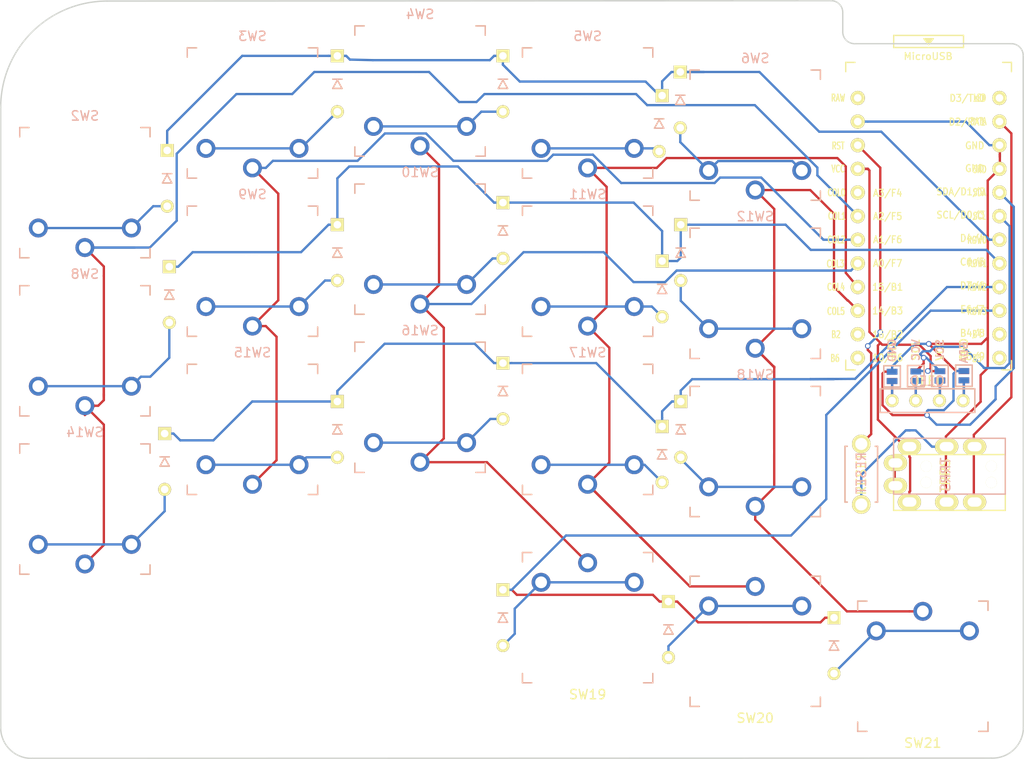
<source format=kicad_pcb>
(kicad_pcb (version 20171130) (host pcbnew "(5.1.4-0-10_14)")

  (general
    (thickness 1.6)
    (drawings 12)
    (tracks 387)
    (zones 0)
    (modules 48)
    (nets 42)
  )

  (page A4)
  (title_block
    (title "Besom")
    (date 2020-04-26)
    (rev 1)
    (company broomlabs)
  )

  (layers
    (0 F.Cu signal)
    (31 B.Cu signal)
    (32 B.Adhes user)
    (33 F.Adhes user)
    (34 B.Paste user)
    (35 F.Paste user)
    (36 B.SilkS user hide)
    (37 F.SilkS user hide)
    (38 B.Mask user)
    (39 F.Mask user)
    (40 Dwgs.User user)
    (41 Cmts.User user)
    (42 Eco1.User user)
    (43 Eco2.User user hide)
    (44 Edge.Cuts user)
    (45 Margin user)
    (46 B.CrtYd user)
    (47 F.CrtYd user)
    (48 B.Fab user)
    (49 F.Fab user)
  )

  (setup
    (last_trace_width 0.25)
    (user_trace_width 0.5)
    (trace_clearance 0.2)
    (zone_clearance 0.508)
    (zone_45_only no)
    (trace_min 0.2)
    (via_size 0.6)
    (via_drill 0.4)
    (via_min_size 0.4)
    (via_min_drill 0.3)
    (uvia_size 0.3)
    (uvia_drill 0.1)
    (uvias_allowed no)
    (uvia_min_size 0.2)
    (uvia_min_drill 0.1)
    (edge_width 0.15)
    (segment_width 0.15)
    (pcb_text_width 0.3)
    (pcb_text_size 1.5 1.5)
    (mod_edge_width 0.15)
    (mod_text_size 1 1)
    (mod_text_width 0.15)
    (pad_size 2 2)
    (pad_drill 1.3)
    (pad_to_mask_clearance 0.2)
    (aux_axis_origin 145.73 12.66)
    (visible_elements FFFFEFFF)
    (pcbplotparams
      (layerselection 0x010c0_ffffffff)
      (usegerberextensions true)
      (usegerberattributes false)
      (usegerberadvancedattributes false)
      (creategerberjobfile false)
      (excludeedgelayer true)
      (linewidth 0.150000)
      (plotframeref false)
      (viasonmask false)
      (mode 1)
      (useauxorigin false)
      (hpglpennumber 1)
      (hpglpenspeed 20)
      (hpglpendiameter 15.000000)
      (psnegative false)
      (psa4output false)
      (plotreference true)
      (plotvalue true)
      (plotinvisibletext false)
      (padsonsilk false)
      (subtractmaskfromsilk false)
      (outputformat 1)
      (mirror false)
      (drillshape 0)
      (scaleselection 1)
      (outputdirectory "gerber/"))
  )

  (net 0 "")
  (net 1 row0)
  (net 2 row1)
  (net 3 "Net-(D2-Pad2)")
  (net 4 row2)
  (net 5 "Net-(D3-Pad2)")
  (net 6 row3)
  (net 7 "Net-(D4-Pad2)")
  (net 8 "Net-(D5-Pad2)")
  (net 9 "Net-(D6-Pad2)")
  (net 10 "Net-(D8-Pad2)")
  (net 11 "Net-(D9-Pad2)")
  (net 12 "Net-(D10-Pad2)")
  (net 13 "Net-(D11-Pad2)")
  (net 14 "Net-(D12-Pad2)")
  (net 15 "Net-(D14-Pad2)")
  (net 16 "Net-(D15-Pad2)")
  (net 17 "Net-(D16-Pad2)")
  (net 18 "Net-(D17-Pad2)")
  (net 19 "Net-(D18-Pad2)")
  (net 20 "Net-(D19-Pad2)")
  (net 21 "Net-(D20-Pad2)")
  (net 22 "Net-(D21-Pad2)")
  (net 23 GND)
  (net 24 VCC)
  (net 25 col0)
  (net 26 col1)
  (net 27 col2)
  (net 28 col3)
  (net 29 col4)
  (net 30 col5)
  (net 31 LED)
  (net 32 data)
  (net 33 reset)
  (net 34 SCL)
  (net 35 SDA)
  (net 36 "Net-(U1-Pad14)")
  (net 37 "Net-(U1-Pad24)")
  (net 38 "Net-(J1-PadA)")
  (net 39 "Net-(U1-Pad13)")
  (net 40 "Net-(U1-Pad12)")
  (net 41 "Net-(U1-Pad11)")

  (net_class Default "これは標準のネット クラスです。"
    (clearance 0.2)
    (trace_width 0.25)
    (via_dia 0.6)
    (via_drill 0.4)
    (uvia_dia 0.3)
    (uvia_drill 0.1)
    (add_net GND)
    (add_net LED)
    (add_net "Net-(D10-Pad2)")
    (add_net "Net-(D11-Pad2)")
    (add_net "Net-(D12-Pad2)")
    (add_net "Net-(D14-Pad2)")
    (add_net "Net-(D15-Pad2)")
    (add_net "Net-(D16-Pad2)")
    (add_net "Net-(D17-Pad2)")
    (add_net "Net-(D18-Pad2)")
    (add_net "Net-(D19-Pad2)")
    (add_net "Net-(D2-Pad2)")
    (add_net "Net-(D20-Pad2)")
    (add_net "Net-(D21-Pad2)")
    (add_net "Net-(D3-Pad2)")
    (add_net "Net-(D4-Pad2)")
    (add_net "Net-(D5-Pad2)")
    (add_net "Net-(D6-Pad2)")
    (add_net "Net-(D8-Pad2)")
    (add_net "Net-(D9-Pad2)")
    (add_net "Net-(J1-PadA)")
    (add_net "Net-(U1-Pad11)")
    (add_net "Net-(U1-Pad12)")
    (add_net "Net-(U1-Pad13)")
    (add_net "Net-(U1-Pad14)")
    (add_net "Net-(U1-Pad24)")
    (add_net SCL)
    (add_net SDA)
    (add_net VCC)
    (add_net col0)
    (add_net col1)
    (add_net col2)
    (add_net col3)
    (add_net col4)
    (add_net col5)
    (add_net data)
    (add_net reset)
    (add_net row0)
    (add_net row1)
    (add_net row2)
    (add_net row3)
  )

  (module chocs:SW_PG1350_reversible_b2 (layer F.Cu) (tedit 5EF324D0) (tstamp 5C2386AA)
    (at 44 37.1)
    (descr "Kailh \"Choc\" PG1350 keyswitch, able to be mounted on front or back of PCB")
    (tags kailh,choc)
    (path /5A5E2699)
    (fp_text reference SW2 (at 4.6 6 180) (layer Dwgs.User) hide
      (effects (font (size 1 1) (thickness 0.15)))
    )
    (fp_text value SW_PUSH (at -0.5 6 180) (layer Dwgs.User) hide
      (effects (font (size 1 1) (thickness 0.15)))
    )
    (fp_line (start 6 -7) (end 7 -7) (layer F.SilkS) (width 0.15))
    (fp_line (start 7 -7) (end 7 -6) (layer F.SilkS) (width 0.15))
    (fp_line (start 7 6) (end 7 7) (layer F.SilkS) (width 0.15))
    (fp_line (start 7 7) (end 6 7) (layer F.SilkS) (width 0.15))
    (fp_line (start -6 7) (end -7 7) (layer F.SilkS) (width 0.15))
    (fp_line (start -7 7) (end -7 6) (layer F.SilkS) (width 0.15))
    (fp_line (start -7 -6) (end -7 -7) (layer F.SilkS) (width 0.15))
    (fp_line (start -7 -7) (end -6 -7) (layer F.SilkS) (width 0.15))
    (fp_line (start -2.6 -3.1) (end 2.6 -3.1) (layer Eco2.User) (width 0.15))
    (fp_line (start 2.6 -3.1) (end 2.6 -6.3) (layer Eco2.User) (width 0.15))
    (fp_line (start 2.6 -6.3) (end -2.6 -6.3) (layer Eco2.User) (width 0.15))
    (fp_line (start -2.6 -3.1) (end -2.6 -6.3) (layer Eco2.User) (width 0.15))
    (fp_line (start -7 -6) (end -7 -7) (layer B.SilkS) (width 0.15))
    (fp_line (start -7 -7) (end -6 -7) (layer B.SilkS) (width 0.15))
    (fp_line (start -6 7) (end -7 7) (layer B.SilkS) (width 0.15))
    (fp_line (start -7 7) (end -7 6) (layer B.SilkS) (width 0.15))
    (fp_line (start 7 6) (end 7 7) (layer B.SilkS) (width 0.15))
    (fp_line (start 7 7) (end 6 7) (layer B.SilkS) (width 0.15))
    (fp_line (start 6 -7) (end 7 -7) (layer B.SilkS) (width 0.15))
    (fp_line (start 7 -7) (end 7 -6) (layer B.SilkS) (width 0.15))
    (fp_line (start -6.9 6.9) (end 6.9 6.9) (layer Eco2.User) (width 0.15))
    (fp_line (start 6.9 -6.9) (end -6.9 -6.9) (layer Eco2.User) (width 0.15))
    (fp_line (start 6.9 -6.9) (end 6.9 6.9) (layer Eco2.User) (width 0.15))
    (fp_line (start -6.9 6.9) (end -6.9 -6.9) (layer Eco2.User) (width 0.15))
    (fp_line (start -7.5 -7.5) (end 7.5 -7.5) (layer B.Fab) (width 0.15))
    (fp_line (start 7.5 -7.5) (end 7.5 7.5) (layer B.Fab) (width 0.15))
    (fp_line (start 7.5 7.5) (end -7.5 7.5) (layer B.Fab) (width 0.15))
    (fp_line (start -7.5 7.5) (end -7.5 -7.5) (layer B.Fab) (width 0.15))
    (fp_text user %R (at 0 -8.255) (layer B.SilkS)
      (effects (font (size 1 1) (thickness 0.15)) (justify mirror))
    )
    (fp_text user %V (at 0 7.755) (layer B.Fab)
      (effects (font (size 1 1) (thickness 0.15)) (justify mirror))
    )
    (fp_line (start -7.5 -7.5) (end 7.5 -7.5) (layer F.Fab) (width 0.15))
    (fp_line (start 7.5 7.5) (end -7.5 7.5) (layer F.Fab) (width 0.15))
    (fp_line (start 7.5 -7.5) (end 7.5 7.5) (layer F.Fab) (width 0.15))
    (fp_line (start -7.5 7.5) (end -7.5 -7.5) (layer F.Fab) (width 0.15))
    (fp_text user %R (at 0 0) (layer F.Fab)
      (effects (font (size 1 1) (thickness 0.15)))
    )
    (fp_text user %R (at 0 0) (layer F.Fab)
      (effects (font (size 1 1) (thickness 0.15)))
    )
    (fp_line (start -9 8.5) (end -9 -8.5) (layer Eco1.User) (width 0.12))
    (fp_line (start -9 -8.5) (end 9 -8.5) (layer Eco1.User) (width 0.12))
    (fp_line (start 9 8.5) (end 9 -8.5) (layer Eco1.User) (width 0.12))
    (fp_line (start -9 8.5) (end 9 8.5) (layer Eco1.User) (width 0.12))
    (pad "" np_thru_hole circle (at -5.22 -4.2) (size 0.9906 0.9906) (drill 0.9906) (layers *.Cu *.Mask))
    (pad 2 thru_hole circle (at 5 3.8) (size 2.032 2.032) (drill 1.27) (layers *.Cu *.Mask)
      (net 3 "Net-(D2-Pad2)"))
    (pad "" np_thru_hole circle (at 0 0) (size 3.429 3.429) (drill 3.429) (layers *.Cu *.Mask))
    (pad 2 thru_hole circle (at -5 3.8) (size 2.032 2.032) (drill 1.27) (layers *.Cu *.Mask)
      (net 3 "Net-(D2-Pad2)"))
    (pad 1 thru_hole circle (at 0 5.9) (size 2.032 2.032) (drill 1.27) (layers *.Cu *.Mask)
      (net 26 col1))
    (pad "" np_thru_hole circle (at 5.22 -4.2) (size 0.9906 0.9906) (drill 0.9906) (layers *.Cu *.Mask))
    (pad "" np_thru_hole circle (at 5.5 0) (size 1.7018 1.7018) (drill 1.7018) (layers *.Cu *.Mask))
    (pad "" np_thru_hole circle (at -5.5 0) (size 1.7018 1.7018) (drill 1.7018) (layers *.Cu *.Mask))
  )

  (module chocs:SW_PG1350_reversible_b2 (layer F.Cu) (tedit 5EF324D0) (tstamp 5C2386C0)
    (at 62 28.54)
    (descr "Kailh \"Choc\" PG1350 keyswitch, able to be mounted on front or back of PCB")
    (tags kailh,choc)
    (path /5A5E27F9)
    (fp_text reference SW3 (at 4.6 6 180) (layer Dwgs.User) hide
      (effects (font (size 1 1) (thickness 0.15)))
    )
    (fp_text value SW_PUSH (at -0.5 6 180) (layer Dwgs.User) hide
      (effects (font (size 1 1) (thickness 0.15)))
    )
    (fp_line (start 6 -7) (end 7 -7) (layer F.SilkS) (width 0.15))
    (fp_line (start 7 -7) (end 7 -6) (layer F.SilkS) (width 0.15))
    (fp_line (start 7 6) (end 7 7) (layer F.SilkS) (width 0.15))
    (fp_line (start 7 7) (end 6 7) (layer F.SilkS) (width 0.15))
    (fp_line (start -6 7) (end -7 7) (layer F.SilkS) (width 0.15))
    (fp_line (start -7 7) (end -7 6) (layer F.SilkS) (width 0.15))
    (fp_line (start -7 -6) (end -7 -7) (layer F.SilkS) (width 0.15))
    (fp_line (start -7 -7) (end -6 -7) (layer F.SilkS) (width 0.15))
    (fp_line (start -2.6 -3.1) (end 2.6 -3.1) (layer Eco2.User) (width 0.15))
    (fp_line (start 2.6 -3.1) (end 2.6 -6.3) (layer Eco2.User) (width 0.15))
    (fp_line (start 2.6 -6.3) (end -2.6 -6.3) (layer Eco2.User) (width 0.15))
    (fp_line (start -2.6 -3.1) (end -2.6 -6.3) (layer Eco2.User) (width 0.15))
    (fp_line (start -7 -6) (end -7 -7) (layer B.SilkS) (width 0.15))
    (fp_line (start -7 -7) (end -6 -7) (layer B.SilkS) (width 0.15))
    (fp_line (start -6 7) (end -7 7) (layer B.SilkS) (width 0.15))
    (fp_line (start -7 7) (end -7 6) (layer B.SilkS) (width 0.15))
    (fp_line (start 7 6) (end 7 7) (layer B.SilkS) (width 0.15))
    (fp_line (start 7 7) (end 6 7) (layer B.SilkS) (width 0.15))
    (fp_line (start 6 -7) (end 7 -7) (layer B.SilkS) (width 0.15))
    (fp_line (start 7 -7) (end 7 -6) (layer B.SilkS) (width 0.15))
    (fp_line (start -6.9 6.9) (end 6.9 6.9) (layer Eco2.User) (width 0.15))
    (fp_line (start 6.9 -6.9) (end -6.9 -6.9) (layer Eco2.User) (width 0.15))
    (fp_line (start 6.9 -6.9) (end 6.9 6.9) (layer Eco2.User) (width 0.15))
    (fp_line (start -6.9 6.9) (end -6.9 -6.9) (layer Eco2.User) (width 0.15))
    (fp_line (start -7.5 -7.5) (end 7.5 -7.5) (layer B.Fab) (width 0.15))
    (fp_line (start 7.5 -7.5) (end 7.5 7.5) (layer B.Fab) (width 0.15))
    (fp_line (start 7.5 7.5) (end -7.5 7.5) (layer B.Fab) (width 0.15))
    (fp_line (start -7.5 7.5) (end -7.5 -7.5) (layer B.Fab) (width 0.15))
    (fp_text user %R (at 0 -8.255) (layer B.SilkS)
      (effects (font (size 1 1) (thickness 0.15)) (justify mirror))
    )
    (fp_text user %V (at 0 8.255) (layer B.Fab)
      (effects (font (size 1 1) (thickness 0.15)) (justify mirror))
    )
    (fp_line (start -7.5 -7.5) (end 7.5 -7.5) (layer F.Fab) (width 0.15))
    (fp_line (start 7.5 7.5) (end -7.5 7.5) (layer F.Fab) (width 0.15))
    (fp_line (start 7.5 -7.5) (end 7.5 7.5) (layer F.Fab) (width 0.15))
    (fp_line (start -7.5 7.5) (end -7.5 -7.5) (layer F.Fab) (width 0.15))
    (fp_text user %R (at 0 0) (layer F.Fab)
      (effects (font (size 1 1) (thickness 0.15)))
    )
    (fp_text user %R (at 0 0) (layer F.Fab)
      (effects (font (size 1 1) (thickness 0.15)))
    )
    (fp_line (start -9 8.5) (end -9 -8.5) (layer Eco1.User) (width 0.12))
    (fp_line (start -9 -8.5) (end 9 -8.5) (layer Eco1.User) (width 0.12))
    (fp_line (start 9 8.5) (end 9 -8.5) (layer Eco1.User) (width 0.12))
    (fp_line (start -9 8.5) (end 9 8.5) (layer Eco1.User) (width 0.12))
    (pad "" np_thru_hole circle (at -5.22 -4.2) (size 0.9906 0.9906) (drill 0.9906) (layers *.Cu *.Mask))
    (pad 2 thru_hole circle (at 5 3.8) (size 2.032 2.032) (drill 1.27) (layers *.Cu *.Mask)
      (net 5 "Net-(D3-Pad2)"))
    (pad "" np_thru_hole circle (at 0 0) (size 3.429 3.429) (drill 3.429) (layers *.Cu *.Mask))
    (pad 2 thru_hole circle (at -5 3.8) (size 2.032 2.032) (drill 1.27) (layers *.Cu *.Mask)
      (net 5 "Net-(D3-Pad2)"))
    (pad 1 thru_hole circle (at 0 5.9) (size 2.032 2.032) (drill 1.27) (layers *.Cu *.Mask)
      (net 27 col2))
    (pad "" np_thru_hole circle (at 5.22 -4.2) (size 0.9906 0.9906) (drill 0.9906) (layers *.Cu *.Mask))
    (pad "" np_thru_hole circle (at 5.5 0) (size 1.7018 1.7018) (drill 1.7018) (layers *.Cu *.Mask))
    (pad "" np_thru_hole circle (at -5.5 0) (size 1.7018 1.7018) (drill 1.7018) (layers *.Cu *.Mask))
  )

  (module chocs:SW_PG1350_reversible_b2 (layer F.Cu) (tedit 5EF324D0) (tstamp 5C2386D6)
    (at 80 26.18)
    (descr "Kailh \"Choc\" PG1350 keyswitch, able to be mounted on front or back of PCB")
    (tags kailh,choc)
    (path /5A5E2908)
    (fp_text reference SW4 (at 4.6 6 180) (layer Dwgs.User) hide
      (effects (font (size 1 1) (thickness 0.15)))
    )
    (fp_text value SW_PUSH (at -0.5 6 180) (layer Dwgs.User) hide
      (effects (font (size 1 1) (thickness 0.15)))
    )
    (fp_line (start 6 -7) (end 7 -7) (layer F.SilkS) (width 0.15))
    (fp_line (start 7 -7) (end 7 -6) (layer F.SilkS) (width 0.15))
    (fp_line (start 7 6) (end 7 7) (layer F.SilkS) (width 0.15))
    (fp_line (start 7 7) (end 6 7) (layer F.SilkS) (width 0.15))
    (fp_line (start -6 7) (end -7 7) (layer F.SilkS) (width 0.15))
    (fp_line (start -7 7) (end -7 6) (layer F.SilkS) (width 0.15))
    (fp_line (start -7 -6) (end -7 -7) (layer F.SilkS) (width 0.15))
    (fp_line (start -7 -7) (end -6 -7) (layer F.SilkS) (width 0.15))
    (fp_line (start -2.6 -3.1) (end 2.6 -3.1) (layer Eco2.User) (width 0.15))
    (fp_line (start 2.6 -3.1) (end 2.6 -6.3) (layer Eco2.User) (width 0.15))
    (fp_line (start 2.6 -6.3) (end -2.6 -6.3) (layer Eco2.User) (width 0.15))
    (fp_line (start -2.6 -3.1) (end -2.6 -6.3) (layer Eco2.User) (width 0.15))
    (fp_line (start -7 -6) (end -7 -7) (layer B.SilkS) (width 0.15))
    (fp_line (start -7 -7) (end -6 -7) (layer B.SilkS) (width 0.15))
    (fp_line (start -6 7) (end -7 7) (layer B.SilkS) (width 0.15))
    (fp_line (start -7 7) (end -7 6) (layer B.SilkS) (width 0.15))
    (fp_line (start 7 6) (end 7 7) (layer B.SilkS) (width 0.15))
    (fp_line (start 7 7) (end 6 7) (layer B.SilkS) (width 0.15))
    (fp_line (start 6 -7) (end 7 -7) (layer B.SilkS) (width 0.15))
    (fp_line (start 7 -7) (end 7 -6) (layer B.SilkS) (width 0.15))
    (fp_line (start -6.9 6.9) (end 6.9 6.9) (layer Eco2.User) (width 0.15))
    (fp_line (start 6.9 -6.9) (end -6.9 -6.9) (layer Eco2.User) (width 0.15))
    (fp_line (start 6.9 -6.9) (end 6.9 6.9) (layer Eco2.User) (width 0.15))
    (fp_line (start -6.9 6.9) (end -6.9 -6.9) (layer Eco2.User) (width 0.15))
    (fp_line (start -7.5 -7.5) (end 7.5 -7.5) (layer B.Fab) (width 0.15))
    (fp_line (start 7.5 -7.5) (end 7.5 7.5) (layer B.Fab) (width 0.15))
    (fp_line (start 7.5 7.5) (end -7.5 7.5) (layer B.Fab) (width 0.15))
    (fp_line (start -7.5 7.5) (end -7.5 -7.5) (layer B.Fab) (width 0.15))
    (fp_text user %R (at 0 -8.255) (layer B.SilkS)
      (effects (font (size 1 1) (thickness 0.15)) (justify mirror))
    )
    (fp_text user %V (at 0 8.255) (layer B.Fab)
      (effects (font (size 1 1) (thickness 0.15)) (justify mirror))
    )
    (fp_line (start -7.5 -7.5) (end 7.5 -7.5) (layer F.Fab) (width 0.15))
    (fp_line (start 7.5 7.5) (end -7.5 7.5) (layer F.Fab) (width 0.15))
    (fp_line (start 7.5 -7.5) (end 7.5 7.5) (layer F.Fab) (width 0.15))
    (fp_line (start -7.5 7.5) (end -7.5 -7.5) (layer F.Fab) (width 0.15))
    (fp_text user %R (at 0 0) (layer F.Fab)
      (effects (font (size 1 1) (thickness 0.15)))
    )
    (fp_text user %R (at 0 0) (layer F.Fab)
      (effects (font (size 1 1) (thickness 0.15)))
    )
    (fp_line (start -9 8.5) (end -9 -8.5) (layer Eco1.User) (width 0.12))
    (fp_line (start -9 -8.5) (end 9 -8.5) (layer Eco1.User) (width 0.12))
    (fp_line (start 9 8.5) (end 9 -8.5) (layer Eco1.User) (width 0.12))
    (fp_line (start -9 8.5) (end 9 8.5) (layer Eco1.User) (width 0.12))
    (pad "" np_thru_hole circle (at -5.22 -4.2) (size 0.9906 0.9906) (drill 0.9906) (layers *.Cu *.Mask))
    (pad 2 thru_hole circle (at 5 3.8) (size 2.032 2.032) (drill 1.27) (layers *.Cu *.Mask)
      (net 7 "Net-(D4-Pad2)"))
    (pad "" np_thru_hole circle (at 0 0) (size 3.429 3.429) (drill 3.429) (layers *.Cu *.Mask))
    (pad 2 thru_hole circle (at -5 3.8) (size 2.032 2.032) (drill 1.27) (layers *.Cu *.Mask)
      (net 7 "Net-(D4-Pad2)"))
    (pad 1 thru_hole circle (at 0 5.9) (size 2.032 2.032) (drill 1.27) (layers *.Cu *.Mask)
      (net 28 col3))
    (pad "" np_thru_hole circle (at 5.22 -4.2) (size 0.9906 0.9906) (drill 0.9906) (layers *.Cu *.Mask))
    (pad "" np_thru_hole circle (at 5.5 0) (size 1.7018 1.7018) (drill 1.7018) (layers *.Cu *.Mask))
    (pad "" np_thru_hole circle (at -5.5 0) (size 1.7018 1.7018) (drill 1.7018) (layers *.Cu *.Mask))
  )

  (module chocs:SW_PG1350_reversible_b2 (layer F.Cu) (tedit 5EF324D0) (tstamp 5C2386EC)
    (at 98 28.54)
    (descr "Kailh \"Choc\" PG1350 keyswitch, able to be mounted on front or back of PCB")
    (tags kailh,choc)
    (path /5A5E2933)
    (fp_text reference SW5 (at 4.6 6 180) (layer Dwgs.User) hide
      (effects (font (size 1 1) (thickness 0.15)))
    )
    (fp_text value SW_PUSH (at -0.5 6 180) (layer Dwgs.User) hide
      (effects (font (size 1 1) (thickness 0.15)))
    )
    (fp_line (start 6 -7) (end 7 -7) (layer F.SilkS) (width 0.15))
    (fp_line (start 7 -7) (end 7 -6) (layer F.SilkS) (width 0.15))
    (fp_line (start 7 6) (end 7 7) (layer F.SilkS) (width 0.15))
    (fp_line (start 7 7) (end 6 7) (layer F.SilkS) (width 0.15))
    (fp_line (start -6 7) (end -7 7) (layer F.SilkS) (width 0.15))
    (fp_line (start -7 7) (end -7 6) (layer F.SilkS) (width 0.15))
    (fp_line (start -7 -6) (end -7 -7) (layer F.SilkS) (width 0.15))
    (fp_line (start -7 -7) (end -6 -7) (layer F.SilkS) (width 0.15))
    (fp_line (start -2.6 -3.1) (end 2.6 -3.1) (layer Eco2.User) (width 0.15))
    (fp_line (start 2.6 -3.1) (end 2.6 -6.3) (layer Eco2.User) (width 0.15))
    (fp_line (start 2.6 -6.3) (end -2.6 -6.3) (layer Eco2.User) (width 0.15))
    (fp_line (start -2.6 -3.1) (end -2.6 -6.3) (layer Eco2.User) (width 0.15))
    (fp_line (start -7 -6) (end -7 -7) (layer B.SilkS) (width 0.15))
    (fp_line (start -7 -7) (end -6 -7) (layer B.SilkS) (width 0.15))
    (fp_line (start -6 7) (end -7 7) (layer B.SilkS) (width 0.15))
    (fp_line (start -7 7) (end -7 6) (layer B.SilkS) (width 0.15))
    (fp_line (start 7 6) (end 7 7) (layer B.SilkS) (width 0.15))
    (fp_line (start 7 7) (end 6 7) (layer B.SilkS) (width 0.15))
    (fp_line (start 6 -7) (end 7 -7) (layer B.SilkS) (width 0.15))
    (fp_line (start 7 -7) (end 7 -6) (layer B.SilkS) (width 0.15))
    (fp_line (start -6.9 6.9) (end 6.9 6.9) (layer Eco2.User) (width 0.15))
    (fp_line (start 6.9 -6.9) (end -6.9 -6.9) (layer Eco2.User) (width 0.15))
    (fp_line (start 6.9 -6.9) (end 6.9 6.9) (layer Eco2.User) (width 0.15))
    (fp_line (start -6.9 6.9) (end -6.9 -6.9) (layer Eco2.User) (width 0.15))
    (fp_line (start -7.5 -7.5) (end 7.5 -7.5) (layer B.Fab) (width 0.15))
    (fp_line (start 7.5 -7.5) (end 7.5 7.5) (layer B.Fab) (width 0.15))
    (fp_line (start 7.5 7.5) (end -7.5 7.5) (layer B.Fab) (width 0.15))
    (fp_line (start -7.5 7.5) (end -7.5 -7.5) (layer B.Fab) (width 0.15))
    (fp_text user %R (at 0 -8.255) (layer B.SilkS)
      (effects (font (size 1 1) (thickness 0.15)) (justify mirror))
    )
    (fp_text user %V (at 0 8.255) (layer B.Fab)
      (effects (font (size 1 1) (thickness 0.15)) (justify mirror))
    )
    (fp_line (start -7.5 -7.5) (end 7.5 -7.5) (layer F.Fab) (width 0.15))
    (fp_line (start 7.5 7.5) (end -7.5 7.5) (layer F.Fab) (width 0.15))
    (fp_line (start 7.5 -7.5) (end 7.5 7.5) (layer F.Fab) (width 0.15))
    (fp_line (start -7.5 7.5) (end -7.5 -7.5) (layer F.Fab) (width 0.15))
    (fp_text user %R (at 0 0) (layer F.Fab)
      (effects (font (size 1 1) (thickness 0.15)))
    )
    (fp_text user %R (at 0 0) (layer F.Fab)
      (effects (font (size 1 1) (thickness 0.15)))
    )
    (fp_line (start -9 8.5) (end -9 -8.5) (layer Eco1.User) (width 0.12))
    (fp_line (start -9 -8.5) (end 9 -8.5) (layer Eco1.User) (width 0.12))
    (fp_line (start 9 8.5) (end 9 -8.5) (layer Eco1.User) (width 0.12))
    (fp_line (start -9 8.5) (end 9 8.5) (layer Eco1.User) (width 0.12))
    (pad "" np_thru_hole circle (at -5.22 -4.2) (size 0.9906 0.9906) (drill 0.9906) (layers *.Cu *.Mask))
    (pad 2 thru_hole circle (at 5 3.8) (size 2.032 2.032) (drill 1.27) (layers *.Cu *.Mask)
      (net 8 "Net-(D5-Pad2)"))
    (pad "" np_thru_hole circle (at 0 0) (size 3.429 3.429) (drill 3.429) (layers *.Cu *.Mask))
    (pad 2 thru_hole circle (at -5 3.8) (size 2.032 2.032) (drill 1.27) (layers *.Cu *.Mask)
      (net 8 "Net-(D5-Pad2)"))
    (pad 1 thru_hole circle (at 0 5.9) (size 2.032 2.032) (drill 1.27) (layers *.Cu *.Mask)
      (net 29 col4))
    (pad "" np_thru_hole circle (at 5.22 -4.2) (size 0.9906 0.9906) (drill 0.9906) (layers *.Cu *.Mask))
    (pad "" np_thru_hole circle (at 5.5 0) (size 1.7018 1.7018) (drill 1.7018) (layers *.Cu *.Mask))
    (pad "" np_thru_hole circle (at -5.5 0) (size 1.7018 1.7018) (drill 1.7018) (layers *.Cu *.Mask))
  )

  (module chocs:SW_PG1350_reversible_b2 (layer F.Cu) (tedit 5EF324D0) (tstamp 5C238702)
    (at 116 30.92)
    (descr "Kailh \"Choc\" PG1350 keyswitch, able to be mounted on front or back of PCB")
    (tags kailh,choc)
    (path /5A5E295E)
    (fp_text reference SW6 (at 4.6 6 180) (layer Dwgs.User) hide
      (effects (font (size 1 1) (thickness 0.15)))
    )
    (fp_text value SW_PUSH (at -0.5 6 180) (layer Dwgs.User) hide
      (effects (font (size 1 1) (thickness 0.15)))
    )
    (fp_line (start 6 -7) (end 7 -7) (layer F.SilkS) (width 0.15))
    (fp_line (start 7 -7) (end 7 -6) (layer F.SilkS) (width 0.15))
    (fp_line (start 7 6) (end 7 7) (layer F.SilkS) (width 0.15))
    (fp_line (start 7 7) (end 6 7) (layer F.SilkS) (width 0.15))
    (fp_line (start -6 7) (end -7 7) (layer F.SilkS) (width 0.15))
    (fp_line (start -7 7) (end -7 6) (layer F.SilkS) (width 0.15))
    (fp_line (start -7 -6) (end -7 -7) (layer F.SilkS) (width 0.15))
    (fp_line (start -7 -7) (end -6 -7) (layer F.SilkS) (width 0.15))
    (fp_line (start -2.6 -3.1) (end 2.6 -3.1) (layer Eco2.User) (width 0.15))
    (fp_line (start 2.6 -3.1) (end 2.6 -6.3) (layer Eco2.User) (width 0.15))
    (fp_line (start 2.6 -6.3) (end -2.6 -6.3) (layer Eco2.User) (width 0.15))
    (fp_line (start -2.6 -3.1) (end -2.6 -6.3) (layer Eco2.User) (width 0.15))
    (fp_line (start -7 -6) (end -7 -7) (layer B.SilkS) (width 0.15))
    (fp_line (start -7 -7) (end -6 -7) (layer B.SilkS) (width 0.15))
    (fp_line (start -6 7) (end -7 7) (layer B.SilkS) (width 0.15))
    (fp_line (start -7 7) (end -7 6) (layer B.SilkS) (width 0.15))
    (fp_line (start 7 6) (end 7 7) (layer B.SilkS) (width 0.15))
    (fp_line (start 7 7) (end 6 7) (layer B.SilkS) (width 0.15))
    (fp_line (start 6 -7) (end 7 -7) (layer B.SilkS) (width 0.15))
    (fp_line (start 7 -7) (end 7 -6) (layer B.SilkS) (width 0.15))
    (fp_line (start -6.9 6.9) (end 6.9 6.9) (layer Eco2.User) (width 0.15))
    (fp_line (start 6.9 -6.9) (end -6.9 -6.9) (layer Eco2.User) (width 0.15))
    (fp_line (start 6.9 -6.9) (end 6.9 6.9) (layer Eco2.User) (width 0.15))
    (fp_line (start -6.9 6.9) (end -6.9 -6.9) (layer Eco2.User) (width 0.15))
    (fp_line (start -7.5 -7.5) (end 7.5 -7.5) (layer B.Fab) (width 0.15))
    (fp_line (start 7.5 -7.5) (end 7.5 7.5) (layer B.Fab) (width 0.15))
    (fp_line (start 7.5 7.5) (end -7.5 7.5) (layer B.Fab) (width 0.15))
    (fp_line (start -7.5 7.5) (end -7.5 -7.5) (layer B.Fab) (width 0.15))
    (fp_text user %R (at 0 -8.255) (layer B.SilkS)
      (effects (font (size 1 1) (thickness 0.15)) (justify mirror))
    )
    (fp_text user %V (at 0 8.255) (layer B.Fab)
      (effects (font (size 1 1) (thickness 0.15)) (justify mirror))
    )
    (fp_line (start -7.5 -7.5) (end 7.5 -7.5) (layer F.Fab) (width 0.15))
    (fp_line (start 7.5 7.5) (end -7.5 7.5) (layer F.Fab) (width 0.15))
    (fp_line (start 7.5 -7.5) (end 7.5 7.5) (layer F.Fab) (width 0.15))
    (fp_line (start -7.5 7.5) (end -7.5 -7.5) (layer F.Fab) (width 0.15))
    (fp_text user %R (at 0 0) (layer F.Fab)
      (effects (font (size 1 1) (thickness 0.15)))
    )
    (fp_text user %R (at 0 0) (layer F.Fab)
      (effects (font (size 1 1) (thickness 0.15)))
    )
    (fp_line (start -9 8.5) (end -9 -8.5) (layer Eco1.User) (width 0.12))
    (fp_line (start -9 -8.5) (end 9 -8.5) (layer Eco1.User) (width 0.12))
    (fp_line (start 9 8.5) (end 9 -8.5) (layer Eco1.User) (width 0.12))
    (fp_line (start -9 8.5) (end 9 8.5) (layer Eco1.User) (width 0.12))
    (pad "" np_thru_hole circle (at -5.22 -4.2) (size 0.9906 0.9906) (drill 0.9906) (layers *.Cu *.Mask))
    (pad 2 thru_hole circle (at 5 3.8) (size 2.032 2.032) (drill 1.27) (layers *.Cu *.Mask)
      (net 9 "Net-(D6-Pad2)"))
    (pad "" np_thru_hole circle (at 0 0) (size 3.429 3.429) (drill 3.429) (layers *.Cu *.Mask))
    (pad 2 thru_hole circle (at -5 3.8) (size 2.032 2.032) (drill 1.27) (layers *.Cu *.Mask)
      (net 9 "Net-(D6-Pad2)"))
    (pad 1 thru_hole circle (at 0 5.9) (size 2.032 2.032) (drill 1.27) (layers *.Cu *.Mask)
      (net 30 col5))
    (pad "" np_thru_hole circle (at 5.22 -4.2) (size 0.9906 0.9906) (drill 0.9906) (layers *.Cu *.Mask))
    (pad "" np_thru_hole circle (at 5.5 0) (size 1.7018 1.7018) (drill 1.7018) (layers *.Cu *.Mask))
    (pad "" np_thru_hole circle (at -5.5 0) (size 1.7018 1.7018) (drill 1.7018) (layers *.Cu *.Mask))
  )

  (module chocs:SW_PG1350_reversible_b2 (layer F.Cu) (tedit 5EF324D0) (tstamp 5C23872E)
    (at 44 54.1)
    (descr "Kailh \"Choc\" PG1350 keyswitch, able to be mounted on front or back of PCB")
    (tags kailh,choc)
    (path /5A5E2D26)
    (fp_text reference SW8 (at 4.6 6 180) (layer Dwgs.User) hide
      (effects (font (size 1 1) (thickness 0.15)))
    )
    (fp_text value SW_PUSH (at -0.5 6 180) (layer Dwgs.User) hide
      (effects (font (size 1 1) (thickness 0.15)))
    )
    (fp_line (start 6 -7) (end 7 -7) (layer F.SilkS) (width 0.15))
    (fp_line (start 7 -7) (end 7 -6) (layer F.SilkS) (width 0.15))
    (fp_line (start 7 6) (end 7 7) (layer F.SilkS) (width 0.15))
    (fp_line (start 7 7) (end 6 7) (layer F.SilkS) (width 0.15))
    (fp_line (start -6 7) (end -7 7) (layer F.SilkS) (width 0.15))
    (fp_line (start -7 7) (end -7 6) (layer F.SilkS) (width 0.15))
    (fp_line (start -7 -6) (end -7 -7) (layer F.SilkS) (width 0.15))
    (fp_line (start -7 -7) (end -6 -7) (layer F.SilkS) (width 0.15))
    (fp_line (start -2.6 -3.1) (end 2.6 -3.1) (layer Eco2.User) (width 0.15))
    (fp_line (start 2.6 -3.1) (end 2.6 -6.3) (layer Eco2.User) (width 0.15))
    (fp_line (start 2.6 -6.3) (end -2.6 -6.3) (layer Eco2.User) (width 0.15))
    (fp_line (start -2.6 -3.1) (end -2.6 -6.3) (layer Eco2.User) (width 0.15))
    (fp_line (start -7 -6) (end -7 -7) (layer B.SilkS) (width 0.15))
    (fp_line (start -7 -7) (end -6 -7) (layer B.SilkS) (width 0.15))
    (fp_line (start -6 7) (end -7 7) (layer B.SilkS) (width 0.15))
    (fp_line (start -7 7) (end -7 6) (layer B.SilkS) (width 0.15))
    (fp_line (start 7 6) (end 7 7) (layer B.SilkS) (width 0.15))
    (fp_line (start 7 7) (end 6 7) (layer B.SilkS) (width 0.15))
    (fp_line (start 6 -7) (end 7 -7) (layer B.SilkS) (width 0.15))
    (fp_line (start 7 -7) (end 7 -6) (layer B.SilkS) (width 0.15))
    (fp_line (start -6.9 6.9) (end 6.9 6.9) (layer Eco2.User) (width 0.15))
    (fp_line (start 6.9 -6.9) (end -6.9 -6.9) (layer Eco2.User) (width 0.15))
    (fp_line (start 6.9 -6.9) (end 6.9 6.9) (layer Eco2.User) (width 0.15))
    (fp_line (start -6.9 6.9) (end -6.9 -6.9) (layer Eco2.User) (width 0.15))
    (fp_line (start -7.5 -7.5) (end 7.5 -7.5) (layer B.Fab) (width 0.15))
    (fp_line (start 7.5 -7.5) (end 7.5 7.5) (layer B.Fab) (width 0.15))
    (fp_line (start 7.5 7.5) (end -7.5 7.5) (layer B.Fab) (width 0.15))
    (fp_line (start -7.5 7.5) (end -7.5 -7.5) (layer B.Fab) (width 0.15))
    (fp_text user %R (at 0 -8.255) (layer B.SilkS)
      (effects (font (size 1 1) (thickness 0.15)) (justify mirror))
    )
    (fp_text user %V (at 0 8.255) (layer B.Fab)
      (effects (font (size 1 1) (thickness 0.15)) (justify mirror))
    )
    (fp_line (start -7.5 -7.5) (end 7.5 -7.5) (layer F.Fab) (width 0.15))
    (fp_line (start 7.5 7.5) (end -7.5 7.5) (layer F.Fab) (width 0.15))
    (fp_line (start 7.5 -7.5) (end 7.5 7.5) (layer F.Fab) (width 0.15))
    (fp_line (start -7.5 7.5) (end -7.5 -7.5) (layer F.Fab) (width 0.15))
    (fp_text user %R (at 0 0) (layer F.Fab)
      (effects (font (size 1 1) (thickness 0.15)))
    )
    (fp_text user %R (at 0 0) (layer F.Fab)
      (effects (font (size 1 1) (thickness 0.15)))
    )
    (fp_line (start -9 8.5) (end -9 -8.5) (layer Eco1.User) (width 0.12))
    (fp_line (start -9 -8.5) (end 9 -8.5) (layer Eco1.User) (width 0.12))
    (fp_line (start 9 8.5) (end 9 -8.5) (layer Eco1.User) (width 0.12))
    (fp_line (start -9 8.5) (end 9 8.5) (layer Eco1.User) (width 0.12))
    (pad "" np_thru_hole circle (at -5.22 -4.2) (size 0.9906 0.9906) (drill 0.9906) (layers *.Cu *.Mask))
    (pad 2 thru_hole circle (at 5 3.8) (size 2.032 2.032) (drill 1.27) (layers *.Cu *.Mask)
      (net 10 "Net-(D8-Pad2)"))
    (pad "" np_thru_hole circle (at 0 0) (size 3.429 3.429) (drill 3.429) (layers *.Cu *.Mask))
    (pad 2 thru_hole circle (at -5 3.8) (size 2.032 2.032) (drill 1.27) (layers *.Cu *.Mask)
      (net 10 "Net-(D8-Pad2)"))
    (pad 1 thru_hole circle (at 0 5.9) (size 2.032 2.032) (drill 1.27) (layers *.Cu *.Mask)
      (net 26 col1))
    (pad "" np_thru_hole circle (at 5.22 -4.2) (size 0.9906 0.9906) (drill 0.9906) (layers *.Cu *.Mask))
    (pad "" np_thru_hole circle (at 5.5 0) (size 1.7018 1.7018) (drill 1.7018) (layers *.Cu *.Mask))
    (pad "" np_thru_hole circle (at -5.5 0) (size 1.7018 1.7018) (drill 1.7018) (layers *.Cu *.Mask))
  )

  (module chocs:SW_PG1350_reversible_b2 (layer F.Cu) (tedit 5EF324D0) (tstamp 5C238744)
    (at 62 45.54)
    (descr "Kailh \"Choc\" PG1350 keyswitch, able to be mounted on front or back of PCB")
    (tags kailh,choc)
    (path /5A5E2D32)
    (fp_text reference SW9 (at 4.6 6 180) (layer Dwgs.User) hide
      (effects (font (size 1 1) (thickness 0.15)))
    )
    (fp_text value SW_PUSH (at -0.5 6 180) (layer Dwgs.User) hide
      (effects (font (size 1 1) (thickness 0.15)))
    )
    (fp_line (start 6 -7) (end 7 -7) (layer F.SilkS) (width 0.15))
    (fp_line (start 7 -7) (end 7 -6) (layer F.SilkS) (width 0.15))
    (fp_line (start 7 6) (end 7 7) (layer F.SilkS) (width 0.15))
    (fp_line (start 7 7) (end 6 7) (layer F.SilkS) (width 0.15))
    (fp_line (start -6 7) (end -7 7) (layer F.SilkS) (width 0.15))
    (fp_line (start -7 7) (end -7 6) (layer F.SilkS) (width 0.15))
    (fp_line (start -7 -6) (end -7 -7) (layer F.SilkS) (width 0.15))
    (fp_line (start -7 -7) (end -6 -7) (layer F.SilkS) (width 0.15))
    (fp_line (start -2.6 -3.1) (end 2.6 -3.1) (layer Eco2.User) (width 0.15))
    (fp_line (start 2.6 -3.1) (end 2.6 -6.3) (layer Eco2.User) (width 0.15))
    (fp_line (start 2.6 -6.3) (end -2.6 -6.3) (layer Eco2.User) (width 0.15))
    (fp_line (start -2.6 -3.1) (end -2.6 -6.3) (layer Eco2.User) (width 0.15))
    (fp_line (start -7 -6) (end -7 -7) (layer B.SilkS) (width 0.15))
    (fp_line (start -7 -7) (end -6 -7) (layer B.SilkS) (width 0.15))
    (fp_line (start -6 7) (end -7 7) (layer B.SilkS) (width 0.15))
    (fp_line (start -7 7) (end -7 6) (layer B.SilkS) (width 0.15))
    (fp_line (start 7 6) (end 7 7) (layer B.SilkS) (width 0.15))
    (fp_line (start 7 7) (end 6 7) (layer B.SilkS) (width 0.15))
    (fp_line (start 6 -7) (end 7 -7) (layer B.SilkS) (width 0.15))
    (fp_line (start 7 -7) (end 7 -6) (layer B.SilkS) (width 0.15))
    (fp_line (start -6.9 6.9) (end 6.9 6.9) (layer Eco2.User) (width 0.15))
    (fp_line (start 6.9 -6.9) (end -6.9 -6.9) (layer Eco2.User) (width 0.15))
    (fp_line (start 6.9 -6.9) (end 6.9 6.9) (layer Eco2.User) (width 0.15))
    (fp_line (start -6.9 6.9) (end -6.9 -6.9) (layer Eco2.User) (width 0.15))
    (fp_line (start -7.5 -7.5) (end 7.5 -7.5) (layer B.Fab) (width 0.15))
    (fp_line (start 7.5 -7.5) (end 7.5 7.5) (layer B.Fab) (width 0.15))
    (fp_line (start 7.5 7.5) (end -7.5 7.5) (layer B.Fab) (width 0.15))
    (fp_line (start -7.5 7.5) (end -7.5 -7.5) (layer B.Fab) (width 0.15))
    (fp_text user %R (at 0 -8.255) (layer B.SilkS)
      (effects (font (size 1 1) (thickness 0.15)) (justify mirror))
    )
    (fp_text user %V (at 0 8.255) (layer B.Fab)
      (effects (font (size 1 1) (thickness 0.15)) (justify mirror))
    )
    (fp_line (start -7.5 -7.5) (end 7.5 -7.5) (layer F.Fab) (width 0.15))
    (fp_line (start 7.5 7.5) (end -7.5 7.5) (layer F.Fab) (width 0.15))
    (fp_line (start 7.5 -7.5) (end 7.5 7.5) (layer F.Fab) (width 0.15))
    (fp_line (start -7.5 7.5) (end -7.5 -7.5) (layer F.Fab) (width 0.15))
    (fp_text user %R (at 0 0) (layer F.Fab)
      (effects (font (size 1 1) (thickness 0.15)))
    )
    (fp_text user %R (at 0 0) (layer F.Fab)
      (effects (font (size 1 1) (thickness 0.15)))
    )
    (fp_line (start -9 8.5) (end -9 -8.5) (layer Eco1.User) (width 0.12))
    (fp_line (start -9 -8.5) (end 9 -8.5) (layer Eco1.User) (width 0.12))
    (fp_line (start 9 8.5) (end 9 -8.5) (layer Eco1.User) (width 0.12))
    (fp_line (start -9 8.5) (end 9 8.5) (layer Eco1.User) (width 0.12))
    (pad "" np_thru_hole circle (at -5.22 -4.2) (size 0.9906 0.9906) (drill 0.9906) (layers *.Cu *.Mask))
    (pad 2 thru_hole circle (at 5 3.8) (size 2.032 2.032) (drill 1.27) (layers *.Cu *.Mask)
      (net 11 "Net-(D9-Pad2)"))
    (pad "" np_thru_hole circle (at 0 0) (size 3.429 3.429) (drill 3.429) (layers *.Cu *.Mask))
    (pad 2 thru_hole circle (at -5 3.8) (size 2.032 2.032) (drill 1.27) (layers *.Cu *.Mask)
      (net 11 "Net-(D9-Pad2)"))
    (pad 1 thru_hole circle (at 0 5.9) (size 2.032 2.032) (drill 1.27) (layers *.Cu *.Mask)
      (net 27 col2))
    (pad "" np_thru_hole circle (at 5.22 -4.2) (size 0.9906 0.9906) (drill 0.9906) (layers *.Cu *.Mask))
    (pad "" np_thru_hole circle (at 5.5 0) (size 1.7018 1.7018) (drill 1.7018) (layers *.Cu *.Mask))
    (pad "" np_thru_hole circle (at -5.5 0) (size 1.7018 1.7018) (drill 1.7018) (layers *.Cu *.Mask))
  )

  (module chocs:SW_PG1350_reversible_b2 (layer F.Cu) (tedit 5EF324D0) (tstamp 5C23875A)
    (at 80 43.17)
    (descr "Kailh \"Choc\" PG1350 keyswitch, able to be mounted on front or back of PCB")
    (tags kailh,choc)
    (path /5A5E2D3E)
    (fp_text reference SW10 (at 4.6 6 180) (layer Dwgs.User) hide
      (effects (font (size 1 1) (thickness 0.15)))
    )
    (fp_text value SW_PUSH (at -0.5 6 180) (layer Dwgs.User) hide
      (effects (font (size 1 1) (thickness 0.15)))
    )
    (fp_line (start 6 -7) (end 7 -7) (layer F.SilkS) (width 0.15))
    (fp_line (start 7 -7) (end 7 -6) (layer F.SilkS) (width 0.15))
    (fp_line (start 7 6) (end 7 7) (layer F.SilkS) (width 0.15))
    (fp_line (start 7 7) (end 6 7) (layer F.SilkS) (width 0.15))
    (fp_line (start -6 7) (end -7 7) (layer F.SilkS) (width 0.15))
    (fp_line (start -7 7) (end -7 6) (layer F.SilkS) (width 0.15))
    (fp_line (start -7 -6) (end -7 -7) (layer F.SilkS) (width 0.15))
    (fp_line (start -7 -7) (end -6 -7) (layer F.SilkS) (width 0.15))
    (fp_line (start -2.6 -3.1) (end 2.6 -3.1) (layer Eco2.User) (width 0.15))
    (fp_line (start 2.6 -3.1) (end 2.6 -6.3) (layer Eco2.User) (width 0.15))
    (fp_line (start 2.6 -6.3) (end -2.6 -6.3) (layer Eco2.User) (width 0.15))
    (fp_line (start -2.6 -3.1) (end -2.6 -6.3) (layer Eco2.User) (width 0.15))
    (fp_line (start -7 -6) (end -7 -7) (layer B.SilkS) (width 0.15))
    (fp_line (start -7 -7) (end -6 -7) (layer B.SilkS) (width 0.15))
    (fp_line (start -6 7) (end -7 7) (layer B.SilkS) (width 0.15))
    (fp_line (start -7 7) (end -7 6) (layer B.SilkS) (width 0.15))
    (fp_line (start 7 6) (end 7 7) (layer B.SilkS) (width 0.15))
    (fp_line (start 7 7) (end 6 7) (layer B.SilkS) (width 0.15))
    (fp_line (start 6 -7) (end 7 -7) (layer B.SilkS) (width 0.15))
    (fp_line (start 7 -7) (end 7 -6) (layer B.SilkS) (width 0.15))
    (fp_line (start -6.9 6.9) (end 6.9 6.9) (layer Eco2.User) (width 0.15))
    (fp_line (start 6.9 -6.9) (end -6.9 -6.9) (layer Eco2.User) (width 0.15))
    (fp_line (start 6.9 -6.9) (end 6.9 6.9) (layer Eco2.User) (width 0.15))
    (fp_line (start -6.9 6.9) (end -6.9 -6.9) (layer Eco2.User) (width 0.15))
    (fp_line (start -7.5 -7.5) (end 7.5 -7.5) (layer B.Fab) (width 0.15))
    (fp_line (start 7.5 -7.5) (end 7.5 7.5) (layer B.Fab) (width 0.15))
    (fp_line (start 7.5 7.5) (end -7.5 7.5) (layer B.Fab) (width 0.15))
    (fp_line (start -7.5 7.5) (end -7.5 -7.5) (layer B.Fab) (width 0.15))
    (fp_text user %R (at 0 -8.255) (layer B.SilkS)
      (effects (font (size 1 1) (thickness 0.15)) (justify mirror))
    )
    (fp_text user %V (at 0 8.255) (layer B.Fab)
      (effects (font (size 1 1) (thickness 0.15)) (justify mirror))
    )
    (fp_line (start -7.5 -7.5) (end 7.5 -7.5) (layer F.Fab) (width 0.15))
    (fp_line (start 7.5 7.5) (end -7.5 7.5) (layer F.Fab) (width 0.15))
    (fp_line (start 7.5 -7.5) (end 7.5 7.5) (layer F.Fab) (width 0.15))
    (fp_line (start -7.5 7.5) (end -7.5 -7.5) (layer F.Fab) (width 0.15))
    (fp_text user %R (at 0 0) (layer F.Fab)
      (effects (font (size 1 1) (thickness 0.15)))
    )
    (fp_text user %R (at 0 0) (layer F.Fab)
      (effects (font (size 1 1) (thickness 0.15)))
    )
    (fp_line (start -9 8.5) (end -9 -8.5) (layer Eco1.User) (width 0.12))
    (fp_line (start -9 -8.5) (end 9 -8.5) (layer Eco1.User) (width 0.12))
    (fp_line (start 9 8.5) (end 9 -8.5) (layer Eco1.User) (width 0.12))
    (fp_line (start -9 8.5) (end 9 8.5) (layer Eco1.User) (width 0.12))
    (pad "" np_thru_hole circle (at -5.22 -4.2) (size 0.9906 0.9906) (drill 0.9906) (layers *.Cu *.Mask))
    (pad 2 thru_hole circle (at 5 3.8) (size 2.032 2.032) (drill 1.27) (layers *.Cu *.Mask)
      (net 12 "Net-(D10-Pad2)"))
    (pad "" np_thru_hole circle (at 0 0) (size 3.429 3.429) (drill 3.429) (layers *.Cu *.Mask))
    (pad 2 thru_hole circle (at -5 3.8) (size 2.032 2.032) (drill 1.27) (layers *.Cu *.Mask)
      (net 12 "Net-(D10-Pad2)"))
    (pad 1 thru_hole circle (at 0 5.9) (size 2.032 2.032) (drill 1.27) (layers *.Cu *.Mask)
      (net 28 col3))
    (pad "" np_thru_hole circle (at 5.22 -4.2) (size 0.9906 0.9906) (drill 0.9906) (layers *.Cu *.Mask))
    (pad "" np_thru_hole circle (at 5.5 0) (size 1.7018 1.7018) (drill 1.7018) (layers *.Cu *.Mask))
    (pad "" np_thru_hole circle (at -5.5 0) (size 1.7018 1.7018) (drill 1.7018) (layers *.Cu *.Mask))
  )

  (module chocs:SW_PG1350_reversible_b2 (layer F.Cu) (tedit 5EF324D0) (tstamp 5C238770)
    (at 98 45.54)
    (descr "Kailh \"Choc\" PG1350 keyswitch, able to be mounted on front or back of PCB")
    (tags kailh,choc)
    (path /5A5E2D44)
    (fp_text reference SW11 (at 4.6 6 180) (layer Dwgs.User) hide
      (effects (font (size 1 1) (thickness 0.15)))
    )
    (fp_text value SW_PUSH (at -0.5 6 180) (layer Dwgs.User) hide
      (effects (font (size 1 1) (thickness 0.15)))
    )
    (fp_line (start 6 -7) (end 7 -7) (layer F.SilkS) (width 0.15))
    (fp_line (start 7 -7) (end 7 -6) (layer F.SilkS) (width 0.15))
    (fp_line (start 7 6) (end 7 7) (layer F.SilkS) (width 0.15))
    (fp_line (start 7 7) (end 6 7) (layer F.SilkS) (width 0.15))
    (fp_line (start -6 7) (end -7 7) (layer F.SilkS) (width 0.15))
    (fp_line (start -7 7) (end -7 6) (layer F.SilkS) (width 0.15))
    (fp_line (start -7 -6) (end -7 -7) (layer F.SilkS) (width 0.15))
    (fp_line (start -7 -7) (end -6 -7) (layer F.SilkS) (width 0.15))
    (fp_line (start -2.6 -3.1) (end 2.6 -3.1) (layer Eco2.User) (width 0.15))
    (fp_line (start 2.6 -3.1) (end 2.6 -6.3) (layer Eco2.User) (width 0.15))
    (fp_line (start 2.6 -6.3) (end -2.6 -6.3) (layer Eco2.User) (width 0.15))
    (fp_line (start -2.6 -3.1) (end -2.6 -6.3) (layer Eco2.User) (width 0.15))
    (fp_line (start -7 -6) (end -7 -7) (layer B.SilkS) (width 0.15))
    (fp_line (start -7 -7) (end -6 -7) (layer B.SilkS) (width 0.15))
    (fp_line (start -6 7) (end -7 7) (layer B.SilkS) (width 0.15))
    (fp_line (start -7 7) (end -7 6) (layer B.SilkS) (width 0.15))
    (fp_line (start 7 6) (end 7 7) (layer B.SilkS) (width 0.15))
    (fp_line (start 7 7) (end 6 7) (layer B.SilkS) (width 0.15))
    (fp_line (start 6 -7) (end 7 -7) (layer B.SilkS) (width 0.15))
    (fp_line (start 7 -7) (end 7 -6) (layer B.SilkS) (width 0.15))
    (fp_line (start -6.9 6.9) (end 6.9 6.9) (layer Eco2.User) (width 0.15))
    (fp_line (start 6.9 -6.9) (end -6.9 -6.9) (layer Eco2.User) (width 0.15))
    (fp_line (start 6.9 -6.9) (end 6.9 6.9) (layer Eco2.User) (width 0.15))
    (fp_line (start -6.9 6.9) (end -6.9 -6.9) (layer Eco2.User) (width 0.15))
    (fp_line (start -7.5 -7.5) (end 7.5 -7.5) (layer B.Fab) (width 0.15))
    (fp_line (start 7.5 -7.5) (end 7.5 7.5) (layer B.Fab) (width 0.15))
    (fp_line (start 7.5 7.5) (end -7.5 7.5) (layer B.Fab) (width 0.15))
    (fp_line (start -7.5 7.5) (end -7.5 -7.5) (layer B.Fab) (width 0.15))
    (fp_text user %R (at 0 -8.255) (layer B.SilkS)
      (effects (font (size 1 1) (thickness 0.15)) (justify mirror))
    )
    (fp_text user %V (at 0 8.255) (layer B.Fab)
      (effects (font (size 1 1) (thickness 0.15)) (justify mirror))
    )
    (fp_line (start -7.5 -7.5) (end 7.5 -7.5) (layer F.Fab) (width 0.15))
    (fp_line (start 7.5 7.5) (end -7.5 7.5) (layer F.Fab) (width 0.15))
    (fp_line (start 7.5 -7.5) (end 7.5 7.5) (layer F.Fab) (width 0.15))
    (fp_line (start -7.5 7.5) (end -7.5 -7.5) (layer F.Fab) (width 0.15))
    (fp_text user %R (at 0 0) (layer F.Fab)
      (effects (font (size 1 1) (thickness 0.15)))
    )
    (fp_text user %R (at 0 0) (layer F.Fab)
      (effects (font (size 1 1) (thickness 0.15)))
    )
    (fp_line (start -9 8.5) (end -9 -8.5) (layer Eco1.User) (width 0.12))
    (fp_line (start -9 -8.5) (end 9 -8.5) (layer Eco1.User) (width 0.12))
    (fp_line (start 9 8.5) (end 9 -8.5) (layer Eco1.User) (width 0.12))
    (fp_line (start -9 8.5) (end 9 8.5) (layer Eco1.User) (width 0.12))
    (pad "" np_thru_hole circle (at -5.22 -4.2) (size 0.9906 0.9906) (drill 0.9906) (layers *.Cu *.Mask))
    (pad 2 thru_hole circle (at 5 3.8) (size 2.032 2.032) (drill 1.27) (layers *.Cu *.Mask)
      (net 13 "Net-(D11-Pad2)"))
    (pad "" np_thru_hole circle (at 0 0) (size 3.429 3.429) (drill 3.429) (layers *.Cu *.Mask))
    (pad 2 thru_hole circle (at -5 3.8) (size 2.032 2.032) (drill 1.27) (layers *.Cu *.Mask)
      (net 13 "Net-(D11-Pad2)"))
    (pad 1 thru_hole circle (at 0 5.9) (size 2.032 2.032) (drill 1.27) (layers *.Cu *.Mask)
      (net 29 col4))
    (pad "" np_thru_hole circle (at 5.22 -4.2) (size 0.9906 0.9906) (drill 0.9906) (layers *.Cu *.Mask))
    (pad "" np_thru_hole circle (at 5.5 0) (size 1.7018 1.7018) (drill 1.7018) (layers *.Cu *.Mask))
    (pad "" np_thru_hole circle (at -5.5 0) (size 1.7018 1.7018) (drill 1.7018) (layers *.Cu *.Mask))
  )

  (module chocs:SW_PG1350_reversible_b2 (layer F.Cu) (tedit 5EF324D0) (tstamp 5C238786)
    (at 116 47.92)
    (descr "Kailh \"Choc\" PG1350 keyswitch, able to be mounted on front or back of PCB")
    (tags kailh,choc)
    (path /5A5E2D4A)
    (fp_text reference SW12 (at 4.6 6 180) (layer Dwgs.User) hide
      (effects (font (size 1 1) (thickness 0.15)))
    )
    (fp_text value SW_PUSH (at -0.5 6 180) (layer Dwgs.User) hide
      (effects (font (size 1 1) (thickness 0.15)))
    )
    (fp_line (start 6 -7) (end 7 -7) (layer F.SilkS) (width 0.15))
    (fp_line (start 7 -7) (end 7 -6) (layer F.SilkS) (width 0.15))
    (fp_line (start 7 6) (end 7 7) (layer F.SilkS) (width 0.15))
    (fp_line (start 7 7) (end 6 7) (layer F.SilkS) (width 0.15))
    (fp_line (start -6 7) (end -7 7) (layer F.SilkS) (width 0.15))
    (fp_line (start -7 7) (end -7 6) (layer F.SilkS) (width 0.15))
    (fp_line (start -7 -6) (end -7 -7) (layer F.SilkS) (width 0.15))
    (fp_line (start -7 -7) (end -6 -7) (layer F.SilkS) (width 0.15))
    (fp_line (start -2.6 -3.1) (end 2.6 -3.1) (layer Eco2.User) (width 0.15))
    (fp_line (start 2.6 -3.1) (end 2.6 -6.3) (layer Eco2.User) (width 0.15))
    (fp_line (start 2.6 -6.3) (end -2.6 -6.3) (layer Eco2.User) (width 0.15))
    (fp_line (start -2.6 -3.1) (end -2.6 -6.3) (layer Eco2.User) (width 0.15))
    (fp_line (start -7 -6) (end -7 -7) (layer B.SilkS) (width 0.15))
    (fp_line (start -7 -7) (end -6 -7) (layer B.SilkS) (width 0.15))
    (fp_line (start -6 7) (end -7 7) (layer B.SilkS) (width 0.15))
    (fp_line (start -7 7) (end -7 6) (layer B.SilkS) (width 0.15))
    (fp_line (start 7 6) (end 7 7) (layer B.SilkS) (width 0.15))
    (fp_line (start 7 7) (end 6 7) (layer B.SilkS) (width 0.15))
    (fp_line (start 6 -7) (end 7 -7) (layer B.SilkS) (width 0.15))
    (fp_line (start 7 -7) (end 7 -6) (layer B.SilkS) (width 0.15))
    (fp_line (start -6.9 6.9) (end 6.9 6.9) (layer Eco2.User) (width 0.15))
    (fp_line (start 6.9 -6.9) (end -6.9 -6.9) (layer Eco2.User) (width 0.15))
    (fp_line (start 6.9 -6.9) (end 6.9 6.9) (layer Eco2.User) (width 0.15))
    (fp_line (start -6.9 6.9) (end -6.9 -6.9) (layer Eco2.User) (width 0.15))
    (fp_line (start -7.5 -7.5) (end 7.5 -7.5) (layer B.Fab) (width 0.15))
    (fp_line (start 7.5 -7.5) (end 7.5 7.5) (layer B.Fab) (width 0.15))
    (fp_line (start 7.5 7.5) (end -7.5 7.5) (layer B.Fab) (width 0.15))
    (fp_line (start -7.5 7.5) (end -7.5 -7.5) (layer B.Fab) (width 0.15))
    (fp_text user %R (at 0 -8.255) (layer B.SilkS)
      (effects (font (size 1 1) (thickness 0.15)) (justify mirror))
    )
    (fp_text user %V (at 0 8.255) (layer B.Fab)
      (effects (font (size 1 1) (thickness 0.15)) (justify mirror))
    )
    (fp_line (start -7.5 -7.5) (end 7.5 -7.5) (layer F.Fab) (width 0.15))
    (fp_line (start 7.5 7.5) (end -7.5 7.5) (layer F.Fab) (width 0.15))
    (fp_line (start 7.5 -7.5) (end 7.5 7.5) (layer F.Fab) (width 0.15))
    (fp_line (start -7.5 7.5) (end -7.5 -7.5) (layer F.Fab) (width 0.15))
    (fp_text user %R (at 0 0) (layer F.Fab)
      (effects (font (size 1 1) (thickness 0.15)))
    )
    (fp_text user %R (at 0 0) (layer F.Fab)
      (effects (font (size 1 1) (thickness 0.15)))
    )
    (fp_line (start -9 8.5) (end -9 -8.5) (layer Eco1.User) (width 0.12))
    (fp_line (start -9 -8.5) (end 9 -8.5) (layer Eco1.User) (width 0.12))
    (fp_line (start 9 8.5) (end 9 -8.5) (layer Eco1.User) (width 0.12))
    (fp_line (start -9 8.5) (end 9 8.5) (layer Eco1.User) (width 0.12))
    (pad "" np_thru_hole circle (at -5.22 -4.2) (size 0.9906 0.9906) (drill 0.9906) (layers *.Cu *.Mask))
    (pad 2 thru_hole circle (at 5 3.8) (size 2.032 2.032) (drill 1.27) (layers *.Cu *.Mask)
      (net 14 "Net-(D12-Pad2)"))
    (pad "" np_thru_hole circle (at 0 0) (size 3.429 3.429) (drill 3.429) (layers *.Cu *.Mask))
    (pad 2 thru_hole circle (at -5 3.8) (size 2.032 2.032) (drill 1.27) (layers *.Cu *.Mask)
      (net 14 "Net-(D12-Pad2)"))
    (pad 1 thru_hole circle (at 0 5.9) (size 2.032 2.032) (drill 1.27) (layers *.Cu *.Mask)
      (net 30 col5))
    (pad "" np_thru_hole circle (at 5.22 -4.2) (size 0.9906 0.9906) (drill 0.9906) (layers *.Cu *.Mask))
    (pad "" np_thru_hole circle (at 5.5 0) (size 1.7018 1.7018) (drill 1.7018) (layers *.Cu *.Mask))
    (pad "" np_thru_hole circle (at -5.5 0) (size 1.7018 1.7018) (drill 1.7018) (layers *.Cu *.Mask))
  )

  (module chocs:SW_PG1350_reversible_b2 (layer F.Cu) (tedit 5EF324D0) (tstamp 5C2387B2)
    (at 44 71.105)
    (descr "Kailh \"Choc\" PG1350 keyswitch, able to be mounted on front or back of PCB")
    (tags kailh,choc)
    (path /5A5E35B1)
    (fp_text reference SW14 (at 4.6 6 180) (layer Dwgs.User) hide
      (effects (font (size 1 1) (thickness 0.15)))
    )
    (fp_text value SW_PUSH (at -0.5 6 180) (layer Dwgs.User) hide
      (effects (font (size 1 1) (thickness 0.15)))
    )
    (fp_line (start 6 -7) (end 7 -7) (layer F.SilkS) (width 0.15))
    (fp_line (start 7 -7) (end 7 -6) (layer F.SilkS) (width 0.15))
    (fp_line (start 7 6) (end 7 7) (layer F.SilkS) (width 0.15))
    (fp_line (start 7 7) (end 6 7) (layer F.SilkS) (width 0.15))
    (fp_line (start -6 7) (end -7 7) (layer F.SilkS) (width 0.15))
    (fp_line (start -7 7) (end -7 6) (layer F.SilkS) (width 0.15))
    (fp_line (start -7 -6) (end -7 -7) (layer F.SilkS) (width 0.15))
    (fp_line (start -7 -7) (end -6 -7) (layer F.SilkS) (width 0.15))
    (fp_line (start -2.6 -3.1) (end 2.6 -3.1) (layer Eco2.User) (width 0.15))
    (fp_line (start 2.6 -3.1) (end 2.6 -6.3) (layer Eco2.User) (width 0.15))
    (fp_line (start 2.6 -6.3) (end -2.6 -6.3) (layer Eco2.User) (width 0.15))
    (fp_line (start -2.6 -3.1) (end -2.6 -6.3) (layer Eco2.User) (width 0.15))
    (fp_line (start -7 -6) (end -7 -7) (layer B.SilkS) (width 0.15))
    (fp_line (start -7 -7) (end -6 -7) (layer B.SilkS) (width 0.15))
    (fp_line (start -6 7) (end -7 7) (layer B.SilkS) (width 0.15))
    (fp_line (start -7 7) (end -7 6) (layer B.SilkS) (width 0.15))
    (fp_line (start 7 6) (end 7 7) (layer B.SilkS) (width 0.15))
    (fp_line (start 7 7) (end 6 7) (layer B.SilkS) (width 0.15))
    (fp_line (start 6 -7) (end 7 -7) (layer B.SilkS) (width 0.15))
    (fp_line (start 7 -7) (end 7 -6) (layer B.SilkS) (width 0.15))
    (fp_line (start -6.9 6.9) (end 6.9 6.9) (layer Eco2.User) (width 0.15))
    (fp_line (start 6.9 -6.9) (end -6.9 -6.9) (layer Eco2.User) (width 0.15))
    (fp_line (start 6.9 -6.9) (end 6.9 6.9) (layer Eco2.User) (width 0.15))
    (fp_line (start -6.9 6.9) (end -6.9 -6.9) (layer Eco2.User) (width 0.15))
    (fp_line (start -7.5 -7.5) (end 7.5 -7.5) (layer B.Fab) (width 0.15))
    (fp_line (start 7.5 -7.5) (end 7.5 7.5) (layer B.Fab) (width 0.15))
    (fp_line (start 7.5 7.5) (end -7.5 7.5) (layer B.Fab) (width 0.15))
    (fp_line (start -7.5 7.5) (end -7.5 -7.5) (layer B.Fab) (width 0.15))
    (fp_text user %R (at 0 -8.255) (layer B.SilkS)
      (effects (font (size 1 1) (thickness 0.15)) (justify mirror))
    )
    (fp_text user %V (at 0 8.255) (layer B.Fab)
      (effects (font (size 1 1) (thickness 0.15)) (justify mirror))
    )
    (fp_line (start -7.5 -7.5) (end 7.5 -7.5) (layer F.Fab) (width 0.15))
    (fp_line (start 7.5 7.5) (end -7.5 7.5) (layer F.Fab) (width 0.15))
    (fp_line (start 7.5 -7.5) (end 7.5 7.5) (layer F.Fab) (width 0.15))
    (fp_line (start -7.5 7.5) (end -7.5 -7.5) (layer F.Fab) (width 0.15))
    (fp_text user %R (at 0 0) (layer F.Fab)
      (effects (font (size 1 1) (thickness 0.15)))
    )
    (fp_text user %R (at 0 0) (layer F.Fab)
      (effects (font (size 1 1) (thickness 0.15)))
    )
    (fp_line (start -9 8.5) (end -9 -8.5) (layer Eco1.User) (width 0.12))
    (fp_line (start -9 -8.5) (end 9 -8.5) (layer Eco1.User) (width 0.12))
    (fp_line (start 9 8.5) (end 9 -8.5) (layer Eco1.User) (width 0.12))
    (fp_line (start -9 8.5) (end 9 8.5) (layer Eco1.User) (width 0.12))
    (pad "" np_thru_hole circle (at -5.22 -4.2) (size 0.9906 0.9906) (drill 0.9906) (layers *.Cu *.Mask))
    (pad 2 thru_hole circle (at 5 3.8) (size 2.032 2.032) (drill 1.27) (layers *.Cu *.Mask)
      (net 15 "Net-(D14-Pad2)"))
    (pad "" np_thru_hole circle (at 0 0) (size 3.429 3.429) (drill 3.429) (layers *.Cu *.Mask))
    (pad 2 thru_hole circle (at -5 3.8) (size 2.032 2.032) (drill 1.27) (layers *.Cu *.Mask)
      (net 15 "Net-(D14-Pad2)"))
    (pad 1 thru_hole circle (at 0 5.9) (size 2.032 2.032) (drill 1.27) (layers *.Cu *.Mask)
      (net 26 col1))
    (pad "" np_thru_hole circle (at 5.22 -4.2) (size 0.9906 0.9906) (drill 0.9906) (layers *.Cu *.Mask))
    (pad "" np_thru_hole circle (at 5.5 0) (size 1.7018 1.7018) (drill 1.7018) (layers *.Cu *.Mask))
    (pad "" np_thru_hole circle (at -5.5 0) (size 1.7018 1.7018) (drill 1.7018) (layers *.Cu *.Mask))
  )

  (module chocs:SW_PG1350_reversible_b2 (layer F.Cu) (tedit 5EF324D0) (tstamp 5C2387C8)
    (at 62 62.545)
    (descr "Kailh \"Choc\" PG1350 keyswitch, able to be mounted on front or back of PCB")
    (tags kailh,choc)
    (path /5A5E35BD)
    (fp_text reference SW15 (at 4.6 6 180) (layer Dwgs.User) hide
      (effects (font (size 1 1) (thickness 0.15)))
    )
    (fp_text value SW_PUSH (at -0.5 6 180) (layer Dwgs.User) hide
      (effects (font (size 1 1) (thickness 0.15)))
    )
    (fp_line (start 6 -7) (end 7 -7) (layer F.SilkS) (width 0.15))
    (fp_line (start 7 -7) (end 7 -6) (layer F.SilkS) (width 0.15))
    (fp_line (start 7 6) (end 7 7) (layer F.SilkS) (width 0.15))
    (fp_line (start 7 7) (end 6 7) (layer F.SilkS) (width 0.15))
    (fp_line (start -6 7) (end -7 7) (layer F.SilkS) (width 0.15))
    (fp_line (start -7 7) (end -7 6) (layer F.SilkS) (width 0.15))
    (fp_line (start -7 -6) (end -7 -7) (layer F.SilkS) (width 0.15))
    (fp_line (start -7 -7) (end -6 -7) (layer F.SilkS) (width 0.15))
    (fp_line (start -2.6 -3.1) (end 2.6 -3.1) (layer Eco2.User) (width 0.15))
    (fp_line (start 2.6 -3.1) (end 2.6 -6.3) (layer Eco2.User) (width 0.15))
    (fp_line (start 2.6 -6.3) (end -2.6 -6.3) (layer Eco2.User) (width 0.15))
    (fp_line (start -2.6 -3.1) (end -2.6 -6.3) (layer Eco2.User) (width 0.15))
    (fp_line (start -7 -6) (end -7 -7) (layer B.SilkS) (width 0.15))
    (fp_line (start -7 -7) (end -6 -7) (layer B.SilkS) (width 0.15))
    (fp_line (start -6 7) (end -7 7) (layer B.SilkS) (width 0.15))
    (fp_line (start -7 7) (end -7 6) (layer B.SilkS) (width 0.15))
    (fp_line (start 7 6) (end 7 7) (layer B.SilkS) (width 0.15))
    (fp_line (start 7 7) (end 6 7) (layer B.SilkS) (width 0.15))
    (fp_line (start 6 -7) (end 7 -7) (layer B.SilkS) (width 0.15))
    (fp_line (start 7 -7) (end 7 -6) (layer B.SilkS) (width 0.15))
    (fp_line (start -6.9 6.9) (end 6.9 6.9) (layer Eco2.User) (width 0.15))
    (fp_line (start 6.9 -6.9) (end -6.9 -6.9) (layer Eco2.User) (width 0.15))
    (fp_line (start 6.9 -6.9) (end 6.9 6.9) (layer Eco2.User) (width 0.15))
    (fp_line (start -6.9 6.9) (end -6.9 -6.9) (layer Eco2.User) (width 0.15))
    (fp_line (start -7.5 -7.5) (end 7.5 -7.5) (layer B.Fab) (width 0.15))
    (fp_line (start 7.5 -7.5) (end 7.5 7.5) (layer B.Fab) (width 0.15))
    (fp_line (start 7.5 7.5) (end -7.5 7.5) (layer B.Fab) (width 0.15))
    (fp_line (start -7.5 7.5) (end -7.5 -7.5) (layer B.Fab) (width 0.15))
    (fp_text user %R (at 0 -8.255) (layer B.SilkS)
      (effects (font (size 1 1) (thickness 0.15)) (justify mirror))
    )
    (fp_text user %V (at 0 8.255) (layer B.Fab)
      (effects (font (size 1 1) (thickness 0.15)) (justify mirror))
    )
    (fp_line (start -7.5 -7.5) (end 7.5 -7.5) (layer F.Fab) (width 0.15))
    (fp_line (start 7.5 7.5) (end -7.5 7.5) (layer F.Fab) (width 0.15))
    (fp_line (start 7.5 -7.5) (end 7.5 7.5) (layer F.Fab) (width 0.15))
    (fp_line (start -7.5 7.5) (end -7.5 -7.5) (layer F.Fab) (width 0.15))
    (fp_text user %R (at 0 0) (layer F.Fab)
      (effects (font (size 1 1) (thickness 0.15)))
    )
    (fp_text user %R (at 0 0) (layer F.Fab)
      (effects (font (size 1 1) (thickness 0.15)))
    )
    (fp_line (start -9 8.5) (end -9 -8.5) (layer Eco1.User) (width 0.12))
    (fp_line (start -9 -8.5) (end 9 -8.5) (layer Eco1.User) (width 0.12))
    (fp_line (start 9 8.5) (end 9 -8.5) (layer Eco1.User) (width 0.12))
    (fp_line (start -9 8.5) (end 9 8.5) (layer Eco1.User) (width 0.12))
    (pad "" np_thru_hole circle (at -5.22 -4.2) (size 0.9906 0.9906) (drill 0.9906) (layers *.Cu *.Mask))
    (pad 2 thru_hole circle (at 5 3.8) (size 2.032 2.032) (drill 1.27) (layers *.Cu *.Mask)
      (net 16 "Net-(D15-Pad2)"))
    (pad "" np_thru_hole circle (at 0 0) (size 3.429 3.429) (drill 3.429) (layers *.Cu *.Mask))
    (pad 2 thru_hole circle (at -5 3.8) (size 2.032 2.032) (drill 1.27) (layers *.Cu *.Mask)
      (net 16 "Net-(D15-Pad2)"))
    (pad 1 thru_hole circle (at 0 5.9) (size 2.032 2.032) (drill 1.27) (layers *.Cu *.Mask)
      (net 27 col2))
    (pad "" np_thru_hole circle (at 5.22 -4.2) (size 0.9906 0.9906) (drill 0.9906) (layers *.Cu *.Mask))
    (pad "" np_thru_hole circle (at 5.5 0) (size 1.7018 1.7018) (drill 1.7018) (layers *.Cu *.Mask))
    (pad "" np_thru_hole circle (at -5.5 0) (size 1.7018 1.7018) (drill 1.7018) (layers *.Cu *.Mask))
  )

  (module chocs:SW_PG1350_reversible_b2 (layer F.Cu) (tedit 5EF324D0) (tstamp 5C2387DE)
    (at 80 60.17)
    (descr "Kailh \"Choc\" PG1350 keyswitch, able to be mounted on front or back of PCB")
    (tags kailh,choc)
    (path /5A5E35C9)
    (fp_text reference SW16 (at 4.6 6 180) (layer Dwgs.User) hide
      (effects (font (size 1 1) (thickness 0.15)))
    )
    (fp_text value SW_PUSH (at -0.5 6 180) (layer Dwgs.User) hide
      (effects (font (size 1 1) (thickness 0.15)))
    )
    (fp_line (start 6 -7) (end 7 -7) (layer F.SilkS) (width 0.15))
    (fp_line (start 7 -7) (end 7 -6) (layer F.SilkS) (width 0.15))
    (fp_line (start 7 6) (end 7 7) (layer F.SilkS) (width 0.15))
    (fp_line (start 7 7) (end 6 7) (layer F.SilkS) (width 0.15))
    (fp_line (start -6 7) (end -7 7) (layer F.SilkS) (width 0.15))
    (fp_line (start -7 7) (end -7 6) (layer F.SilkS) (width 0.15))
    (fp_line (start -7 -6) (end -7 -7) (layer F.SilkS) (width 0.15))
    (fp_line (start -7 -7) (end -6 -7) (layer F.SilkS) (width 0.15))
    (fp_line (start -2.6 -3.1) (end 2.6 -3.1) (layer Eco2.User) (width 0.15))
    (fp_line (start 2.6 -3.1) (end 2.6 -6.3) (layer Eco2.User) (width 0.15))
    (fp_line (start 2.6 -6.3) (end -2.6 -6.3) (layer Eco2.User) (width 0.15))
    (fp_line (start -2.6 -3.1) (end -2.6 -6.3) (layer Eco2.User) (width 0.15))
    (fp_line (start -7 -6) (end -7 -7) (layer B.SilkS) (width 0.15))
    (fp_line (start -7 -7) (end -6 -7) (layer B.SilkS) (width 0.15))
    (fp_line (start -6 7) (end -7 7) (layer B.SilkS) (width 0.15))
    (fp_line (start -7 7) (end -7 6) (layer B.SilkS) (width 0.15))
    (fp_line (start 7 6) (end 7 7) (layer B.SilkS) (width 0.15))
    (fp_line (start 7 7) (end 6 7) (layer B.SilkS) (width 0.15))
    (fp_line (start 6 -7) (end 7 -7) (layer B.SilkS) (width 0.15))
    (fp_line (start 7 -7) (end 7 -6) (layer B.SilkS) (width 0.15))
    (fp_line (start -6.9 6.9) (end 6.9 6.9) (layer Eco2.User) (width 0.15))
    (fp_line (start 6.9 -6.9) (end -6.9 -6.9) (layer Eco2.User) (width 0.15))
    (fp_line (start 6.9 -6.9) (end 6.9 6.9) (layer Eco2.User) (width 0.15))
    (fp_line (start -6.9 6.9) (end -6.9 -6.9) (layer Eco2.User) (width 0.15))
    (fp_line (start -7.5 -7.5) (end 7.5 -7.5) (layer B.Fab) (width 0.15))
    (fp_line (start 7.5 -7.5) (end 7.5 7.5) (layer B.Fab) (width 0.15))
    (fp_line (start 7.5 7.5) (end -7.5 7.5) (layer B.Fab) (width 0.15))
    (fp_line (start -7.5 7.5) (end -7.5 -7.5) (layer B.Fab) (width 0.15))
    (fp_text user %R (at 0 -8.255) (layer B.SilkS)
      (effects (font (size 1 1) (thickness 0.15)) (justify mirror))
    )
    (fp_text user %V (at 0 8.255) (layer B.Fab)
      (effects (font (size 1 1) (thickness 0.15)) (justify mirror))
    )
    (fp_line (start -7.5 -7.5) (end 7.5 -7.5) (layer F.Fab) (width 0.15))
    (fp_line (start 7.5 7.5) (end -7.5 7.5) (layer F.Fab) (width 0.15))
    (fp_line (start 7.5 -7.5) (end 7.5 7.5) (layer F.Fab) (width 0.15))
    (fp_line (start -7.5 7.5) (end -7.5 -7.5) (layer F.Fab) (width 0.15))
    (fp_text user %R (at 0 0) (layer F.Fab)
      (effects (font (size 1 1) (thickness 0.15)))
    )
    (fp_text user %R (at 0 0) (layer F.Fab)
      (effects (font (size 1 1) (thickness 0.15)))
    )
    (fp_line (start -9 8.5) (end -9 -8.5) (layer Eco1.User) (width 0.12))
    (fp_line (start -9 -8.5) (end 9 -8.5) (layer Eco1.User) (width 0.12))
    (fp_line (start 9 8.5) (end 9 -8.5) (layer Eco1.User) (width 0.12))
    (fp_line (start -9 8.5) (end 9 8.5) (layer Eco1.User) (width 0.12))
    (pad "" np_thru_hole circle (at -5.22 -4.2) (size 0.9906 0.9906) (drill 0.9906) (layers *.Cu *.Mask))
    (pad 2 thru_hole circle (at 5 3.8) (size 2.032 2.032) (drill 1.27) (layers *.Cu *.Mask)
      (net 17 "Net-(D16-Pad2)"))
    (pad "" np_thru_hole circle (at 0 0) (size 3.429 3.429) (drill 3.429) (layers *.Cu *.Mask))
    (pad 2 thru_hole circle (at -5 3.8) (size 2.032 2.032) (drill 1.27) (layers *.Cu *.Mask)
      (net 17 "Net-(D16-Pad2)"))
    (pad 1 thru_hole circle (at 0 5.9) (size 2.032 2.032) (drill 1.27) (layers *.Cu *.Mask)
      (net 28 col3))
    (pad "" np_thru_hole circle (at 5.22 -4.2) (size 0.9906 0.9906) (drill 0.9906) (layers *.Cu *.Mask))
    (pad "" np_thru_hole circle (at 5.5 0) (size 1.7018 1.7018) (drill 1.7018) (layers *.Cu *.Mask))
    (pad "" np_thru_hole circle (at -5.5 0) (size 1.7018 1.7018) (drill 1.7018) (layers *.Cu *.Mask))
  )

  (module chocs:SW_PG1350_reversible_b2 (layer F.Cu) (tedit 5EF324D0) (tstamp 5C2387F4)
    (at 98 62.545)
    (descr "Kailh \"Choc\" PG1350 keyswitch, able to be mounted on front or back of PCB")
    (tags kailh,choc)
    (path /5A5E35CF)
    (fp_text reference SW17 (at 4.6 6 180) (layer Dwgs.User) hide
      (effects (font (size 1 1) (thickness 0.15)))
    )
    (fp_text value SW_PUSH (at -0.5 6 180) (layer Dwgs.User) hide
      (effects (font (size 1 1) (thickness 0.15)))
    )
    (fp_line (start 6 -7) (end 7 -7) (layer F.SilkS) (width 0.15))
    (fp_line (start 7 -7) (end 7 -6) (layer F.SilkS) (width 0.15))
    (fp_line (start 7 6) (end 7 7) (layer F.SilkS) (width 0.15))
    (fp_line (start 7 7) (end 6 7) (layer F.SilkS) (width 0.15))
    (fp_line (start -6 7) (end -7 7) (layer F.SilkS) (width 0.15))
    (fp_line (start -7 7) (end -7 6) (layer F.SilkS) (width 0.15))
    (fp_line (start -7 -6) (end -7 -7) (layer F.SilkS) (width 0.15))
    (fp_line (start -7 -7) (end -6 -7) (layer F.SilkS) (width 0.15))
    (fp_line (start -2.6 -3.1) (end 2.6 -3.1) (layer Eco2.User) (width 0.15))
    (fp_line (start 2.6 -3.1) (end 2.6 -6.3) (layer Eco2.User) (width 0.15))
    (fp_line (start 2.6 -6.3) (end -2.6 -6.3) (layer Eco2.User) (width 0.15))
    (fp_line (start -2.6 -3.1) (end -2.6 -6.3) (layer Eco2.User) (width 0.15))
    (fp_line (start -7 -6) (end -7 -7) (layer B.SilkS) (width 0.15))
    (fp_line (start -7 -7) (end -6 -7) (layer B.SilkS) (width 0.15))
    (fp_line (start -6 7) (end -7 7) (layer B.SilkS) (width 0.15))
    (fp_line (start -7 7) (end -7 6) (layer B.SilkS) (width 0.15))
    (fp_line (start 7 6) (end 7 7) (layer B.SilkS) (width 0.15))
    (fp_line (start 7 7) (end 6 7) (layer B.SilkS) (width 0.15))
    (fp_line (start 6 -7) (end 7 -7) (layer B.SilkS) (width 0.15))
    (fp_line (start 7 -7) (end 7 -6) (layer B.SilkS) (width 0.15))
    (fp_line (start -6.9 6.9) (end 6.9 6.9) (layer Eco2.User) (width 0.15))
    (fp_line (start 6.9 -6.9) (end -6.9 -6.9) (layer Eco2.User) (width 0.15))
    (fp_line (start 6.9 -6.9) (end 6.9 6.9) (layer Eco2.User) (width 0.15))
    (fp_line (start -6.9 6.9) (end -6.9 -6.9) (layer Eco2.User) (width 0.15))
    (fp_line (start -7.5 -7.5) (end 7.5 -7.5) (layer B.Fab) (width 0.15))
    (fp_line (start 7.5 -7.5) (end 7.5 7.5) (layer B.Fab) (width 0.15))
    (fp_line (start 7.5 7.5) (end -7.5 7.5) (layer B.Fab) (width 0.15))
    (fp_line (start -7.5 7.5) (end -7.5 -7.5) (layer B.Fab) (width 0.15))
    (fp_text user %R (at 0 -8.255) (layer B.SilkS)
      (effects (font (size 1 1) (thickness 0.15)) (justify mirror))
    )
    (fp_text user %V (at 0 8.255) (layer B.Fab)
      (effects (font (size 1 1) (thickness 0.15)) (justify mirror))
    )
    (fp_line (start -7.5 -7.5) (end 7.5 -7.5) (layer F.Fab) (width 0.15))
    (fp_line (start 7.5 7.5) (end -7.5 7.5) (layer F.Fab) (width 0.15))
    (fp_line (start 7.5 -7.5) (end 7.5 7.5) (layer F.Fab) (width 0.15))
    (fp_line (start -7.5 7.5) (end -7.5 -7.5) (layer F.Fab) (width 0.15))
    (fp_text user %R (at 0 0) (layer F.Fab)
      (effects (font (size 1 1) (thickness 0.15)))
    )
    (fp_text user %R (at 0 0) (layer F.Fab)
      (effects (font (size 1 1) (thickness 0.15)))
    )
    (fp_line (start -9 8.5) (end -9 -8.5) (layer Eco1.User) (width 0.12))
    (fp_line (start -9 -8.5) (end 9 -8.5) (layer Eco1.User) (width 0.12))
    (fp_line (start 9 8.5) (end 9 -8.5) (layer Eco1.User) (width 0.12))
    (fp_line (start -9 8.5) (end 9 8.5) (layer Eco1.User) (width 0.12))
    (pad "" np_thru_hole circle (at -5.22 -4.2) (size 0.9906 0.9906) (drill 0.9906) (layers *.Cu *.Mask))
    (pad 2 thru_hole circle (at 5 3.8) (size 2.032 2.032) (drill 1.27) (layers *.Cu *.Mask)
      (net 18 "Net-(D17-Pad2)"))
    (pad "" np_thru_hole circle (at 0 0) (size 3.429 3.429) (drill 3.429) (layers *.Cu *.Mask))
    (pad 2 thru_hole circle (at -5 3.8) (size 2.032 2.032) (drill 1.27) (layers *.Cu *.Mask)
      (net 18 "Net-(D17-Pad2)"))
    (pad 1 thru_hole circle (at 0 5.9) (size 2.032 2.032) (drill 1.27) (layers *.Cu *.Mask)
      (net 29 col4))
    (pad "" np_thru_hole circle (at 5.22 -4.2) (size 0.9906 0.9906) (drill 0.9906) (layers *.Cu *.Mask))
    (pad "" np_thru_hole circle (at 5.5 0) (size 1.7018 1.7018) (drill 1.7018) (layers *.Cu *.Mask))
    (pad "" np_thru_hole circle (at -5.5 0) (size 1.7018 1.7018) (drill 1.7018) (layers *.Cu *.Mask))
  )

  (module chocs:SW_PG1350_reversible_b2 (layer B.Cu) (tedit 5EF324D0) (tstamp 5C23884C)
    (at 134 88)
    (descr "Kailh \"Choc\" PG1350 keyswitch, able to be mounted on front or back of PCB")
    (tags kailh,choc)
    (path /5A5E37B0)
    (fp_text reference SW21 (at 4.6 -6 -180) (layer Dwgs.User) hide
      (effects (font (size 1 1) (thickness 0.15)))
    )
    (fp_text value SW_PUSH (at -0.5 -6 -180) (layer Dwgs.User) hide
      (effects (font (size 1 1) (thickness 0.15)))
    )
    (fp_line (start 6 7) (end 7 7) (layer B.SilkS) (width 0.15))
    (fp_line (start 7 7) (end 7 6) (layer B.SilkS) (width 0.15))
    (fp_line (start 7 -6) (end 7 -7) (layer B.SilkS) (width 0.15))
    (fp_line (start 7 -7) (end 6 -7) (layer B.SilkS) (width 0.15))
    (fp_line (start -6 -7) (end -7 -7) (layer B.SilkS) (width 0.15))
    (fp_line (start -7 -7) (end -7 -6) (layer B.SilkS) (width 0.15))
    (fp_line (start -7 6) (end -7 7) (layer B.SilkS) (width 0.15))
    (fp_line (start -7 7) (end -6 7) (layer B.SilkS) (width 0.15))
    (fp_line (start -2.6 3.1) (end 2.6 3.1) (layer Eco2.User) (width 0.15))
    (fp_line (start 2.6 3.1) (end 2.6 6.3) (layer Eco2.User) (width 0.15))
    (fp_line (start 2.6 6.3) (end -2.6 6.3) (layer Eco2.User) (width 0.15))
    (fp_line (start -2.6 3.1) (end -2.6 6.3) (layer Eco2.User) (width 0.15))
    (fp_line (start -7 6) (end -7 7) (layer F.SilkS) (width 0.15))
    (fp_line (start -7 7) (end -6 7) (layer F.SilkS) (width 0.15))
    (fp_line (start -6 -7) (end -7 -7) (layer F.SilkS) (width 0.15))
    (fp_line (start -7 -7) (end -7 -6) (layer F.SilkS) (width 0.15))
    (fp_line (start 7 -6) (end 7 -7) (layer F.SilkS) (width 0.15))
    (fp_line (start 7 -7) (end 6 -7) (layer F.SilkS) (width 0.15))
    (fp_line (start 6 7) (end 7 7) (layer F.SilkS) (width 0.15))
    (fp_line (start 7 7) (end 7 6) (layer F.SilkS) (width 0.15))
    (fp_line (start -6.9 -6.9) (end 6.9 -6.9) (layer Eco2.User) (width 0.15))
    (fp_line (start 6.9 6.9) (end -6.9 6.9) (layer Eco2.User) (width 0.15))
    (fp_line (start 6.9 6.9) (end 6.9 -6.9) (layer Eco2.User) (width 0.15))
    (fp_line (start -6.9 -6.9) (end -6.9 6.9) (layer Eco2.User) (width 0.15))
    (fp_line (start -7.5 7.5) (end 7.5 7.5) (layer F.Fab) (width 0.15))
    (fp_line (start 7.5 7.5) (end 7.5 -7.5) (layer F.Fab) (width 0.15))
    (fp_line (start 7.5 -7.5) (end -7.5 -7.5) (layer F.Fab) (width 0.15))
    (fp_line (start -7.5 -7.5) (end -7.5 7.5) (layer F.Fab) (width 0.15))
    (fp_text user %R (at 0 8.255) (layer F.SilkS)
      (effects (font (size 1 1) (thickness 0.15)))
    )
    (fp_text user %V (at 0 -8.255) (layer F.Fab)
      (effects (font (size 1 1) (thickness 0.15)))
    )
    (fp_line (start -7.5 7.5) (end 7.5 7.5) (layer B.Fab) (width 0.15))
    (fp_line (start 7.5 -7.5) (end -7.5 -7.5) (layer B.Fab) (width 0.15))
    (fp_line (start 7.5 7.5) (end 7.5 -7.5) (layer B.Fab) (width 0.15))
    (fp_line (start -7.5 -7.5) (end -7.5 7.5) (layer B.Fab) (width 0.15))
    (fp_text user %R (at 0 0) (layer B.Fab)
      (effects (font (size 1 1) (thickness 0.15)) (justify mirror))
    )
    (fp_text user %R (at 0 0) (layer B.Fab)
      (effects (font (size 1 1) (thickness 0.15)) (justify mirror))
    )
    (fp_line (start -9 -8.5) (end -9 8.5) (layer Eco1.User) (width 0.12))
    (fp_line (start -9 8.5) (end 9 8.5) (layer Eco1.User) (width 0.12))
    (fp_line (start 9 -8.5) (end 9 8.5) (layer Eco1.User) (width 0.12))
    (fp_line (start -9 -8.5) (end 9 -8.5) (layer Eco1.User) (width 0.12))
    (pad "" np_thru_hole circle (at -5.22 4.2) (size 0.9906 0.9906) (drill 0.9906) (layers *.Cu *.Mask))
    (pad 2 thru_hole circle (at 5 -3.8) (size 2.032 2.032) (drill 1.27) (layers *.Cu *.Mask)
      (net 22 "Net-(D21-Pad2)"))
    (pad "" np_thru_hole circle (at 0 0) (size 3.429 3.429) (drill 3.429) (layers *.Cu *.Mask))
    (pad 2 thru_hole circle (at -5 -3.8) (size 2.032 2.032) (drill 1.27) (layers *.Cu *.Mask)
      (net 22 "Net-(D21-Pad2)"))
    (pad 1 thru_hole circle (at 0 -5.9) (size 2.032 2.032) (drill 1.27) (layers *.Cu *.Mask)
      (net 30 col5))
    (pad "" np_thru_hole circle (at 5.22 4.2) (size 0.9906 0.9906) (drill 0.9906) (layers *.Cu *.Mask))
    (pad "" np_thru_hole circle (at 5.5 0) (size 1.7018 1.7018) (drill 1.7018) (layers *.Cu *.Mask))
    (pad "" np_thru_hole circle (at -5.5 0) (size 1.7018 1.7018) (drill 1.7018) (layers *.Cu *.Mask))
  )

  (module chocs:SW_PG1350_reversible_b2 (layer B.Cu) (tedit 5EF324D0) (tstamp 5C238820)
    (at 98 82.78)
    (descr "Kailh \"Choc\" PG1350 keyswitch, able to be mounted on front or back of PCB")
    (tags kailh,choc)
    (path /5A5E37EC)
    (fp_text reference SW19 (at 4.6 -6 -180) (layer Dwgs.User) hide
      (effects (font (size 1 1) (thickness 0.15)))
    )
    (fp_text value SW_PUSH (at -0.5 -6 -180) (layer Dwgs.User) hide
      (effects (font (size 1 1) (thickness 0.15)))
    )
    (fp_line (start 6 7) (end 7 7) (layer B.SilkS) (width 0.15))
    (fp_line (start 7 7) (end 7 6) (layer B.SilkS) (width 0.15))
    (fp_line (start 7 -6) (end 7 -7) (layer B.SilkS) (width 0.15))
    (fp_line (start 7 -7) (end 6 -7) (layer B.SilkS) (width 0.15))
    (fp_line (start -6 -7) (end -7 -7) (layer B.SilkS) (width 0.15))
    (fp_line (start -7 -7) (end -7 -6) (layer B.SilkS) (width 0.15))
    (fp_line (start -7 6) (end -7 7) (layer B.SilkS) (width 0.15))
    (fp_line (start -7 7) (end -6 7) (layer B.SilkS) (width 0.15))
    (fp_line (start -2.6 3.1) (end 2.6 3.1) (layer Eco2.User) (width 0.15))
    (fp_line (start 2.6 3.1) (end 2.6 6.3) (layer Eco2.User) (width 0.15))
    (fp_line (start 2.6 6.3) (end -2.6 6.3) (layer Eco2.User) (width 0.15))
    (fp_line (start -2.6 3.1) (end -2.6 6.3) (layer Eco2.User) (width 0.15))
    (fp_line (start -7 6) (end -7 7) (layer F.SilkS) (width 0.15))
    (fp_line (start -7 7) (end -6 7) (layer F.SilkS) (width 0.15))
    (fp_line (start -6 -7) (end -7 -7) (layer F.SilkS) (width 0.15))
    (fp_line (start -7 -7) (end -7 -6) (layer F.SilkS) (width 0.15))
    (fp_line (start 7 -6) (end 7 -7) (layer F.SilkS) (width 0.15))
    (fp_line (start 7 -7) (end 6 -7) (layer F.SilkS) (width 0.15))
    (fp_line (start 6 7) (end 7 7) (layer F.SilkS) (width 0.15))
    (fp_line (start 7 7) (end 7 6) (layer F.SilkS) (width 0.15))
    (fp_line (start -6.9 -6.9) (end 6.9 -6.9) (layer Eco2.User) (width 0.15))
    (fp_line (start 6.9 6.9) (end -6.9 6.9) (layer Eco2.User) (width 0.15))
    (fp_line (start 6.9 6.9) (end 6.9 -6.9) (layer Eco2.User) (width 0.15))
    (fp_line (start -6.9 -6.9) (end -6.9 6.9) (layer Eco2.User) (width 0.15))
    (fp_line (start -7.5 7.5) (end 7.5 7.5) (layer F.Fab) (width 0.15))
    (fp_line (start 7.5 7.5) (end 7.5 -7.5) (layer F.Fab) (width 0.15))
    (fp_line (start 7.5 -7.5) (end -7.5 -7.5) (layer F.Fab) (width 0.15))
    (fp_line (start -7.5 -7.5) (end -7.5 7.5) (layer F.Fab) (width 0.15))
    (fp_text user %R (at 0 8.255) (layer F.SilkS)
      (effects (font (size 1 1) (thickness 0.15)))
    )
    (fp_text user %V (at 0 -8.255) (layer F.Fab)
      (effects (font (size 1 1) (thickness 0.15)))
    )
    (fp_line (start -7.5 7.5) (end 7.5 7.5) (layer B.Fab) (width 0.15))
    (fp_line (start 7.5 -7.5) (end -7.5 -7.5) (layer B.Fab) (width 0.15))
    (fp_line (start 7.5 7.5) (end 7.5 -7.5) (layer B.Fab) (width 0.15))
    (fp_line (start -7.5 -7.5) (end -7.5 7.5) (layer B.Fab) (width 0.15))
    (fp_text user %R (at 0 0) (layer B.Fab)
      (effects (font (size 1 1) (thickness 0.15)) (justify mirror))
    )
    (fp_text user %R (at 0 0) (layer B.Fab)
      (effects (font (size 1 1) (thickness 0.15)) (justify mirror))
    )
    (fp_line (start -9 -8.5) (end -9 8.5) (layer Eco1.User) (width 0.12))
    (fp_line (start -9 8.5) (end 9 8.5) (layer Eco1.User) (width 0.12))
    (fp_line (start 9 -8.5) (end 9 8.5) (layer Eco1.User) (width 0.12))
    (fp_line (start -9 -8.5) (end 9 -8.5) (layer Eco1.User) (width 0.12))
    (pad "" np_thru_hole circle (at -5.22 4.2) (size 0.9906 0.9906) (drill 0.9906) (layers *.Cu *.Mask))
    (pad 2 thru_hole circle (at 5 -3.8) (size 2.032 2.032) (drill 1.27) (layers *.Cu *.Mask)
      (net 20 "Net-(D19-Pad2)"))
    (pad "" np_thru_hole circle (at 0 0) (size 3.429 3.429) (drill 3.429) (layers *.Cu *.Mask))
    (pad 2 thru_hole circle (at -5 -3.8) (size 2.032 2.032) (drill 1.27) (layers *.Cu *.Mask)
      (net 20 "Net-(D19-Pad2)"))
    (pad 1 thru_hole circle (at 0 -5.9) (size 2.032 2.032) (drill 1.27) (layers *.Cu *.Mask)
      (net 28 col3))
    (pad "" np_thru_hole circle (at 5.22 4.2) (size 0.9906 0.9906) (drill 0.9906) (layers *.Cu *.Mask))
    (pad "" np_thru_hole circle (at 5.5 0) (size 1.7018 1.7018) (drill 1.7018) (layers *.Cu *.Mask))
    (pad "" np_thru_hole circle (at -5.5 0) (size 1.7018 1.7018) (drill 1.7018) (layers *.Cu *.Mask))
  )

  (module chocs:SW_PG1350_reversible_b2 (layer F.Cu) (tedit 5EF324D0) (tstamp 5C23880A)
    (at 116 64.92)
    (descr "Kailh \"Choc\" PG1350 keyswitch, able to be mounted on front or back of PCB")
    (tags kailh,choc)
    (path /5A5E35D5)
    (fp_text reference SW18 (at 4.6 6 180) (layer Dwgs.User) hide
      (effects (font (size 1 1) (thickness 0.15)))
    )
    (fp_text value SW_PUSH (at -0.5 6 180) (layer Dwgs.User) hide
      (effects (font (size 1 1) (thickness 0.15)))
    )
    (fp_line (start 6 -7) (end 7 -7) (layer F.SilkS) (width 0.15))
    (fp_line (start 7 -7) (end 7 -6) (layer F.SilkS) (width 0.15))
    (fp_line (start 7 6) (end 7 7) (layer F.SilkS) (width 0.15))
    (fp_line (start 7 7) (end 6 7) (layer F.SilkS) (width 0.15))
    (fp_line (start -6 7) (end -7 7) (layer F.SilkS) (width 0.15))
    (fp_line (start -7 7) (end -7 6) (layer F.SilkS) (width 0.15))
    (fp_line (start -7 -6) (end -7 -7) (layer F.SilkS) (width 0.15))
    (fp_line (start -7 -7) (end -6 -7) (layer F.SilkS) (width 0.15))
    (fp_line (start -2.6 -3.1) (end 2.6 -3.1) (layer Eco2.User) (width 0.15))
    (fp_line (start 2.6 -3.1) (end 2.6 -6.3) (layer Eco2.User) (width 0.15))
    (fp_line (start 2.6 -6.3) (end -2.6 -6.3) (layer Eco2.User) (width 0.15))
    (fp_line (start -2.6 -3.1) (end -2.6 -6.3) (layer Eco2.User) (width 0.15))
    (fp_line (start -7 -6) (end -7 -7) (layer B.SilkS) (width 0.15))
    (fp_line (start -7 -7) (end -6 -7) (layer B.SilkS) (width 0.15))
    (fp_line (start -6 7) (end -7 7) (layer B.SilkS) (width 0.15))
    (fp_line (start -7 7) (end -7 6) (layer B.SilkS) (width 0.15))
    (fp_line (start 7 6) (end 7 7) (layer B.SilkS) (width 0.15))
    (fp_line (start 7 7) (end 6 7) (layer B.SilkS) (width 0.15))
    (fp_line (start 6 -7) (end 7 -7) (layer B.SilkS) (width 0.15))
    (fp_line (start 7 -7) (end 7 -6) (layer B.SilkS) (width 0.15))
    (fp_line (start -6.9 6.9) (end 6.9 6.9) (layer Eco2.User) (width 0.15))
    (fp_line (start 6.9 -6.9) (end -6.9 -6.9) (layer Eco2.User) (width 0.15))
    (fp_line (start 6.9 -6.9) (end 6.9 6.9) (layer Eco2.User) (width 0.15))
    (fp_line (start -6.9 6.9) (end -6.9 -6.9) (layer Eco2.User) (width 0.15))
    (fp_line (start -7.5 -7.5) (end 7.5 -7.5) (layer B.Fab) (width 0.15))
    (fp_line (start 7.5 -7.5) (end 7.5 7.5) (layer B.Fab) (width 0.15))
    (fp_line (start 7.5 7.5) (end -7.5 7.5) (layer B.Fab) (width 0.15))
    (fp_line (start -7.5 7.5) (end -7.5 -7.5) (layer B.Fab) (width 0.15))
    (fp_text user %R (at 0 -8.255) (layer B.SilkS)
      (effects (font (size 1 1) (thickness 0.15)) (justify mirror))
    )
    (fp_text user %V (at 0 8.255) (layer B.Fab)
      (effects (font (size 1 1) (thickness 0.15)) (justify mirror))
    )
    (fp_line (start -7.5 -7.5) (end 7.5 -7.5) (layer F.Fab) (width 0.15))
    (fp_line (start 7.5 7.5) (end -7.5 7.5) (layer F.Fab) (width 0.15))
    (fp_line (start 7.5 -7.5) (end 7.5 7.5) (layer F.Fab) (width 0.15))
    (fp_line (start -7.5 7.5) (end -7.5 -7.5) (layer F.Fab) (width 0.15))
    (fp_text user %R (at 0 0) (layer F.Fab)
      (effects (font (size 1 1) (thickness 0.15)))
    )
    (fp_text user %R (at 0 0) (layer F.Fab)
      (effects (font (size 1 1) (thickness 0.15)))
    )
    (fp_line (start -9 8.5) (end -9 -8.5) (layer Eco1.User) (width 0.12))
    (fp_line (start -9 -8.5) (end 9 -8.5) (layer Eco1.User) (width 0.12))
    (fp_line (start 9 8.5) (end 9 -8.5) (layer Eco1.User) (width 0.12))
    (fp_line (start -9 8.5) (end 9 8.5) (layer Eco1.User) (width 0.12))
    (pad "" np_thru_hole circle (at -5.22 -4.2) (size 0.9906 0.9906) (drill 0.9906) (layers *.Cu *.Mask))
    (pad 2 thru_hole circle (at 5 3.8) (size 2.032 2.032) (drill 1.27) (layers *.Cu *.Mask)
      (net 19 "Net-(D18-Pad2)"))
    (pad "" np_thru_hole circle (at 0 0) (size 3.429 3.429) (drill 3.429) (layers *.Cu *.Mask))
    (pad 2 thru_hole circle (at -5 3.8) (size 2.032 2.032) (drill 1.27) (layers *.Cu *.Mask)
      (net 19 "Net-(D18-Pad2)"))
    (pad 1 thru_hole circle (at 0 5.9) (size 2.032 2.032) (drill 1.27) (layers *.Cu *.Mask)
      (net 30 col5))
    (pad "" np_thru_hole circle (at 5.22 -4.2) (size 0.9906 0.9906) (drill 0.9906) (layers *.Cu *.Mask))
    (pad "" np_thru_hole circle (at 5.5 0) (size 1.7018 1.7018) (drill 1.7018) (layers *.Cu *.Mask))
    (pad "" np_thru_hole circle (at -5.5 0) (size 1.7018 1.7018) (drill 1.7018) (layers *.Cu *.Mask))
  )

  (module chocs:SW_PG1350_reversible_b2 (layer B.Cu) (tedit 5EF324D0) (tstamp 5C238836)
    (at 116 85.32)
    (descr "Kailh \"Choc\" PG1350 keyswitch, able to be mounted on front or back of PCB")
    (tags kailh,choc)
    (path /5A5E37A4)
    (fp_text reference SW20 (at 4.600001 -6) (layer Dwgs.User) hide
      (effects (font (size 1 1) (thickness 0.15)))
    )
    (fp_text value SW_PUSH (at -0.5 -6) (layer Dwgs.User) hide
      (effects (font (size 1 1) (thickness 0.15)))
    )
    (fp_line (start 6 7) (end 7 7) (layer B.SilkS) (width 0.15))
    (fp_line (start 7 7) (end 7 6) (layer B.SilkS) (width 0.15))
    (fp_line (start 7 -6) (end 7 -7) (layer B.SilkS) (width 0.15))
    (fp_line (start 7 -7) (end 6 -7) (layer B.SilkS) (width 0.15))
    (fp_line (start -6 -7) (end -7 -7) (layer B.SilkS) (width 0.15))
    (fp_line (start -7 -7) (end -7 -6) (layer B.SilkS) (width 0.15))
    (fp_line (start -7 6) (end -7 7) (layer B.SilkS) (width 0.15))
    (fp_line (start -7 7) (end -6 7) (layer B.SilkS) (width 0.15))
    (fp_line (start -2.6 3.1) (end 2.6 3.1) (layer Eco2.User) (width 0.15))
    (fp_line (start 2.6 3.1) (end 2.6 6.3) (layer Eco2.User) (width 0.15))
    (fp_line (start 2.6 6.3) (end -2.6 6.3) (layer Eco2.User) (width 0.15))
    (fp_line (start -2.6 3.1) (end -2.6 6.3) (layer Eco2.User) (width 0.15))
    (fp_line (start -7 6) (end -7 7) (layer F.SilkS) (width 0.15))
    (fp_line (start -7 7) (end -6 7) (layer F.SilkS) (width 0.15))
    (fp_line (start -6 -7) (end -7 -7) (layer F.SilkS) (width 0.15))
    (fp_line (start -7 -7) (end -7 -6) (layer F.SilkS) (width 0.15))
    (fp_line (start 7 -6) (end 7 -7) (layer F.SilkS) (width 0.15))
    (fp_line (start 7 -7) (end 6 -7) (layer F.SilkS) (width 0.15))
    (fp_line (start 6 7) (end 7 7) (layer F.SilkS) (width 0.15))
    (fp_line (start 7 7) (end 7 6) (layer F.SilkS) (width 0.15))
    (fp_line (start -6.9 -6.9) (end 6.9 -6.9) (layer Eco2.User) (width 0.15))
    (fp_line (start 6.9 6.9) (end -6.9 6.9) (layer Eco2.User) (width 0.15))
    (fp_line (start 6.9 6.9) (end 6.9 -6.9) (layer Eco2.User) (width 0.15))
    (fp_line (start -6.9 -6.9) (end -6.9 6.9) (layer Eco2.User) (width 0.15))
    (fp_line (start -7.5 7.5) (end 7.5 7.5) (layer F.Fab) (width 0.15))
    (fp_line (start 7.5 7.5) (end 7.5 -7.5) (layer F.Fab) (width 0.15))
    (fp_line (start 7.5 -7.5) (end -7.5 -7.5) (layer F.Fab) (width 0.15))
    (fp_line (start -7.5 -7.5) (end -7.5 7.5) (layer F.Fab) (width 0.15))
    (fp_text user %R (at 0 8.255) (layer F.SilkS)
      (effects (font (size 1 1) (thickness 0.15)))
    )
    (fp_text user %V (at 0 -8.255) (layer F.Fab)
      (effects (font (size 1 1) (thickness 0.15)))
    )
    (fp_line (start -7.5 7.5) (end 7.5 7.5) (layer B.Fab) (width 0.15))
    (fp_line (start 7.5 -7.5) (end -7.5 -7.5) (layer B.Fab) (width 0.15))
    (fp_line (start 7.5 7.5) (end 7.5 -7.5) (layer B.Fab) (width 0.15))
    (fp_line (start -7.5 -7.5) (end -7.5 7.5) (layer B.Fab) (width 0.15))
    (fp_text user %R (at 0 0) (layer B.Fab)
      (effects (font (size 1 1) (thickness 0.15)) (justify mirror))
    )
    (fp_text user %R (at 0 0) (layer B.Fab)
      (effects (font (size 1 1) (thickness 0.15)) (justify mirror))
    )
    (fp_line (start -9 -8.5) (end -9 8.5) (layer Eco1.User) (width 0.12))
    (fp_line (start -9 8.5) (end 9 8.5) (layer Eco1.User) (width 0.12))
    (fp_line (start 9 -8.5) (end 9 8.5) (layer Eco1.User) (width 0.12))
    (fp_line (start -9 -8.5) (end 9 -8.5) (layer Eco1.User) (width 0.12))
    (pad "" np_thru_hole circle (at -5.22 4.2) (size 0.9906 0.9906) (drill 0.9906) (layers *.Cu *.Mask))
    (pad 2 thru_hole circle (at 5 -3.8) (size 2.032 2.032) (drill 1.27) (layers *.Cu *.Mask)
      (net 21 "Net-(D20-Pad2)"))
    (pad "" np_thru_hole circle (at 0 0) (size 3.429 3.429) (drill 3.429) (layers *.Cu *.Mask))
    (pad 2 thru_hole circle (at -5 -3.8) (size 2.032 2.032) (drill 1.27) (layers *.Cu *.Mask)
      (net 21 "Net-(D20-Pad2)"))
    (pad 1 thru_hole circle (at 0 -5.9) (size 2.032 2.032) (drill 1.27) (layers *.Cu *.Mask)
      (net 29 col4))
    (pad "" np_thru_hole circle (at 5.22 4.2) (size 0.9906 0.9906) (drill 0.9906) (layers *.Cu *.Mask))
    (pad "" np_thru_hole circle (at 5.5 0) (size 1.7018 1.7018) (drill 1.7018) (layers *.Cu *.Mask))
    (pad "" np_thru_hole circle (at -5.5 0) (size 1.7018 1.7018) (drill 1.7018) (layers *.Cu *.Mask))
  )

  (module foostan:ResetSW (layer F.Cu) (tedit 5EF0D867) (tstamp 5EF12C0F)
    (at 127.39 67.36 90)
    (fp_text reference RSW1 (at 0 2.55 90) (layer F.SilkS) hide
      (effects (font (size 1 1) (thickness 0.15)))
    )
    (fp_text value Val** (at 0 -2.55 90) (layer F.Fab)
      (effects (font (size 1 1) (thickness 0.15)))
    )
    (fp_text user RESET (at 0 0 90) (layer F.SilkS)
      (effects (font (size 1 1) (thickness 0.15)))
    )
    (fp_line (start 3 -1.75) (end 3 -1.5) (layer F.SilkS) (width 0.15))
    (fp_line (start -3 -1.75) (end 3 -1.75) (layer F.SilkS) (width 0.15))
    (fp_line (start -3 -1.75) (end -3 -1.5) (layer F.SilkS) (width 0.15))
    (fp_line (start -3 1.75) (end -3 1.5) (layer F.SilkS) (width 0.15))
    (fp_line (start 3 1.75) (end 3 1.5) (layer F.SilkS) (width 0.15))
    (fp_line (start -3 1.75) (end 3 1.75) (layer F.SilkS) (width 0.15))
    (fp_line (start 3 -1.75) (end 3 -1.5) (layer B.SilkS) (width 0.15))
    (fp_line (start -3 -1.75) (end 3 -1.75) (layer B.SilkS) (width 0.15))
    (fp_line (start -3 -1.5) (end -3 -1.75) (layer B.SilkS) (width 0.15))
    (fp_line (start -3 1.75) (end -3 1.5) (layer B.SilkS) (width 0.15))
    (fp_line (start 3 1.75) (end -3 1.75) (layer B.SilkS) (width 0.15))
    (fp_line (start 3 1.5) (end 3 1.75) (layer B.SilkS) (width 0.15))
    (fp_text user RESET (at 0.127 0 90) (layer B.SilkS)
      (effects (font (size 1 1) (thickness 0.15)) (justify mirror))
    )
    (pad 2 thru_hole circle (at -3.25 0 90) (size 2 2) (drill 1.3) (layers *.Cu *.Mask F.SilkS)
      (net 23 GND))
    (pad 1 thru_hole circle (at 3.25 0 90) (size 2 2) (drill 1.3) (layers *.Cu *.Mask F.SilkS)
      (net 33 reset))
  )

  (module foostan:Jumper (layer B.Cu) (tedit 5ECCE997) (tstamp 5ECD5032)
    (at 138.41 56.77 270)
    (attr smd)
    (fp_text reference JP6 (at -2.413 -0.127 270) (layer B.SilkS) hide
      (effects (font (size 0.8128 0.8128) (thickness 0.1524)) (justify mirror))
    )
    (fp_text value " SDA" (at -2.794 0 270) (layer B.SilkS)
      (effects (font (size 0.8128 0.8128) (thickness 0.15)) (justify mirror))
    )
    (fp_line (start -1.143 0.889) (end 1.143 0.889) (layer B.SilkS) (width 0.15))
    (fp_line (start 1.143 0.889) (end 1.143 -0.889) (layer B.SilkS) (width 0.15))
    (fp_line (start 1.143 -0.889) (end -1.143 -0.889) (layer B.SilkS) (width 0.15))
    (fp_line (start -1.143 -0.889) (end -1.143 0.889) (layer B.SilkS) (width 0.15))
    (pad 1 smd rect (at -0.50038 0 270) (size 0.635 1.143) (layers B.Cu B.Paste B.Mask)
      (net 35 SDA) (clearance 0.1905))
    (pad 2 smd rect (at 0.50038 0 270) (size 0.635 1.143) (layers B.Cu B.Paste B.Mask)
      (net 40 "Net-(U1-Pad12)") (clearance 0.1905))
    (model smd\resistors\R0603.wrl
      (offset (xyz 0 0 0.02539999961853028))
      (scale (xyz 0.5 0.5 0.5))
      (rotate (xyz 0 0 0))
    )
  )

  (module foostan:Jumper (layer B.Cu) (tedit 5ECCE98E) (tstamp 5ECD5020)
    (at 135.83 56.79 270)
    (attr smd)
    (fp_text reference JP6 (at -2.413 -0.127 270) (layer B.SilkS) hide
      (effects (font (size 0.8128 0.8128) (thickness 0.1524)) (justify mirror))
    )
    (fp_text value SCL (at -2.794 0 270) (layer B.SilkS)
      (effects (font (size 0.8128 0.8128) (thickness 0.15)) (justify mirror))
    )
    (fp_line (start -1.143 -0.889) (end -1.143 0.889) (layer B.SilkS) (width 0.15))
    (fp_line (start 1.143 -0.889) (end -1.143 -0.889) (layer B.SilkS) (width 0.15))
    (fp_line (start 1.143 0.889) (end 1.143 -0.889) (layer B.SilkS) (width 0.15))
    (fp_line (start -1.143 0.889) (end 1.143 0.889) (layer B.SilkS) (width 0.15))
    (pad 2 smd rect (at 0.50038 0 270) (size 0.635 1.143) (layers B.Cu B.Paste B.Mask)
      (net 41 "Net-(U1-Pad11)") (clearance 0.1905))
    (pad 1 smd rect (at -0.50038 0 270) (size 0.635 1.143) (layers B.Cu B.Paste B.Mask)
      (net 34 SCL) (clearance 0.1905))
    (model smd\resistors\R0603.wrl
      (offset (xyz 0 0 0.02539999961853028))
      (scale (xyz 0.5 0.5 0.5))
      (rotate (xyz 0 0 0))
    )
  )

  (module foostan:Jumper (layer B.Cu) (tedit 5ECCE984) (tstamp 5ECD500E)
    (at 133.25 56.82 270)
    (attr smd)
    (fp_text reference JP6 (at -2.413 -0.127 270) (layer B.SilkS) hide
      (effects (font (size 0.8128 0.8128) (thickness 0.1524)) (justify mirror))
    )
    (fp_text value VCC (at -2.794 0 270) (layer B.SilkS)
      (effects (font (size 0.8128 0.8128) (thickness 0.15)) (justify mirror))
    )
    (fp_line (start -1.143 0.889) (end 1.143 0.889) (layer B.SilkS) (width 0.15))
    (fp_line (start 1.143 0.889) (end 1.143 -0.889) (layer B.SilkS) (width 0.15))
    (fp_line (start 1.143 -0.889) (end -1.143 -0.889) (layer B.SilkS) (width 0.15))
    (fp_line (start -1.143 -0.889) (end -1.143 0.889) (layer B.SilkS) (width 0.15))
    (pad 1 smd rect (at -0.50038 0 270) (size 0.635 1.143) (layers B.Cu B.Paste B.Mask)
      (net 24 VCC) (clearance 0.1905))
    (pad 2 smd rect (at 0.50038 0 270) (size 0.635 1.143) (layers B.Cu B.Paste B.Mask)
      (net 39 "Net-(U1-Pad13)") (clearance 0.1905))
    (model smd\resistors\R0603.wrl
      (offset (xyz 0 0 0.02539999961853028))
      (scale (xyz 0.5 0.5 0.5))
      (rotate (xyz 0 0 0))
    )
  )

  (module foostan:Jumper (layer B.Cu) (tedit 5ECCE979) (tstamp 5ECD4E10)
    (at 130.7 56.84962 270)
    (attr smd)
    (fp_text reference JP6 (at -2.413 -0.127 270) (layer B.SilkS) hide
      (effects (font (size 0.8128 0.8128) (thickness 0.1524)) (justify mirror))
    )
    (fp_text value GND (at -2.794 0 270) (layer B.SilkS)
      (effects (font (size 0.8128 0.8128) (thickness 0.15)) (justify mirror))
    )
    (fp_line (start -1.143 -0.889) (end -1.143 0.889) (layer B.SilkS) (width 0.15))
    (fp_line (start 1.143 -0.889) (end -1.143 -0.889) (layer B.SilkS) (width 0.15))
    (fp_line (start 1.143 0.889) (end 1.143 -0.889) (layer B.SilkS) (width 0.15))
    (fp_line (start -1.143 0.889) (end 1.143 0.889) (layer B.SilkS) (width 0.15))
    (pad 2 smd rect (at 0.50038 0 270) (size 0.635 1.143) (layers B.Cu B.Paste B.Mask)
      (net 36 "Net-(U1-Pad14)") (clearance 0.1905))
    (pad 1 smd rect (at -0.50038 0 270) (size 0.635 1.143) (layers B.Cu B.Paste B.Mask)
      (net 23 GND) (clearance 0.1905))
    (model smd\resistors\R0603.wrl
      (offset (xyz 0 0 0.02539999961853028))
      (scale (xyz 0.5 0.5 0.5))
      (rotate (xyz 0 0 0))
    )
  )

  (module foostan:OLED (layer F.Cu) (tedit 5ECCE56B) (tstamp 5ECD42C8)
    (at 130.7 59.45)
    (descr "Connecteur 6 pins")
    (tags "CONN DEV")
    (fp_text reference J2 (at 3.7 2.1 180) (layer F.Fab)
      (effects (font (size 0.8128 0.8128) (thickness 0.15)))
    )
    (fp_text value OLED (at 3.6 3.3) (layer F.SilkS) hide
      (effects (font (size 0.8128 0.8128) (thickness 0.15)))
    )
    (fp_text user OLED (at 3.75 -2.1) (layer B.SilkS)
      (effects (font (size 1 1) (thickness 0.15)) (justify mirror))
    )
    (fp_text user OLED (at 3.8 -2.1) (layer F.SilkS)
      (effects (font (size 1 1) (thickness 0.15)))
    )
    (fp_line (start -1.27 1.27) (end -1.27 -1.27) (layer F.SilkS) (width 0.15))
    (fp_line (start 8.89 -1.27) (end 8.89 1.27) (layer F.SilkS) (width 0.15))
    (fp_line (start -1.27 -1.27) (end 8.89 -1.27) (layer F.SilkS) (width 0.15))
    (fp_line (start -1.27 1.27) (end 8.89 1.27) (layer F.SilkS) (width 0.15))
    (fp_line (start -1.27 1.27) (end -1.27 -1.27) (layer B.SilkS) (width 0.15))
    (fp_line (start 8.89 1.27) (end -1.27 1.27) (layer B.SilkS) (width 0.15))
    (fp_line (start 8.89 -1.27) (end 8.89 1.27) (layer B.SilkS) (width 0.15))
    (fp_line (start -1.27 -1.27) (end 8.89 -1.27) (layer B.SilkS) (width 0.15))
    (pad 4 thru_hole circle (at 7.62 0) (size 1.397 1.397) (drill 0.8128) (layers *.Cu *.Mask F.SilkS)
      (net 40 "Net-(U1-Pad12)"))
    (pad 3 thru_hole circle (at 5.08 0) (size 1.397 1.397) (drill 0.8128) (layers *.Cu *.Mask F.SilkS)
      (net 41 "Net-(U1-Pad11)"))
    (pad 2 thru_hole circle (at 2.54 0) (size 1.397 1.397) (drill 0.8128) (layers *.Cu *.Mask F.SilkS)
      (net 39 "Net-(U1-Pad13)"))
    (pad 1 thru_hole circle (at 0 0) (size 1.397 1.397) (drill 0.8128) (layers *.Cu *.Mask F.SilkS)
      (net 36 "Net-(U1-Pad14)"))
  )

  (module foostan:Jumper (layer F.Cu) (tedit 5ECCE6D3) (tstamp 5ECD4247)
    (at 138.41 56.78038 270)
    (attr smd)
    (fp_text reference JP6 (at -2.413 0.127 90) (layer F.SilkS) hide
      (effects (font (size 0.8128 0.8128) (thickness 0.1524)))
    )
    (fp_text value GND (at -2.794 0 90) (layer F.SilkS)
      (effects (font (size 0.8128 0.8128) (thickness 0.15)))
    )
    (fp_line (start -1.143 -0.889) (end 1.143 -0.889) (layer F.SilkS) (width 0.15))
    (fp_line (start 1.143 -0.889) (end 1.143 0.889) (layer F.SilkS) (width 0.15))
    (fp_line (start 1.143 0.889) (end -1.143 0.889) (layer F.SilkS) (width 0.15))
    (fp_line (start -1.143 0.889) (end -1.143 -0.889) (layer F.SilkS) (width 0.15))
    (pad 1 smd rect (at -0.50038 0 270) (size 0.635 1.143) (layers F.Cu F.Paste F.Mask)
      (net 23 GND) (clearance 0.1905))
    (pad 2 smd rect (at 0.50038 0 270) (size 0.635 1.143) (layers F.Cu F.Paste F.Mask)
      (net 40 "Net-(U1-Pad12)") (clearance 0.1905))
    (model smd\resistors\R0603.wrl
      (offset (xyz 0 0 0.02539999961853028))
      (scale (xyz 0.5 0.5 0.5))
      (rotate (xyz 0 0 0))
    )
  )

  (module foostan:Jumper (layer F.Cu) (tedit 5ECCE68B) (tstamp 5ECD4235)
    (at 135.84 56.79 270)
    (attr smd)
    (fp_text reference JP6 (at -2.413 0.127 90) (layer F.SilkS) hide
      (effects (font (size 0.8128 0.8128) (thickness 0.1524)))
    )
    (fp_text value VCC (at -2.794 0 90) (layer F.SilkS)
      (effects (font (size 0.8128 0.8128) (thickness 0.15)))
    )
    (fp_line (start -1.143 0.889) (end -1.143 -0.889) (layer F.SilkS) (width 0.15))
    (fp_line (start 1.143 0.889) (end -1.143 0.889) (layer F.SilkS) (width 0.15))
    (fp_line (start 1.143 -0.889) (end 1.143 0.889) (layer F.SilkS) (width 0.15))
    (fp_line (start -1.143 -0.889) (end 1.143 -0.889) (layer F.SilkS) (width 0.15))
    (pad 2 smd rect (at 0.50038 0 270) (size 0.635 1.143) (layers F.Cu F.Paste F.Mask)
      (net 41 "Net-(U1-Pad11)") (clearance 0.1905))
    (pad 1 smd rect (at -0.50038 0 270) (size 0.635 1.143) (layers F.Cu F.Paste F.Mask)
      (net 24 VCC) (clearance 0.1905))
    (model smd\resistors\R0603.wrl
      (offset (xyz 0 0 0.02539999961853028))
      (scale (xyz 0.5 0.5 0.5))
      (rotate (xyz 0 0 0))
    )
  )

  (module foostan:Jumper (layer F.Cu) (tedit 5ECCE696) (tstamp 5ECD4223)
    (at 133.24 56.81 270)
    (attr smd)
    (fp_text reference JP6 (at -2.413 0.127 90) (layer F.SilkS) hide
      (effects (font (size 0.8128 0.8128) (thickness 0.1524)))
    )
    (fp_text value SCL (at -2.794 0 90) (layer F.SilkS)
      (effects (font (size 0.8128 0.8128) (thickness 0.15)))
    )
    (fp_line (start -1.143 -0.889) (end 1.143 -0.889) (layer F.SilkS) (width 0.15))
    (fp_line (start 1.143 -0.889) (end 1.143 0.889) (layer F.SilkS) (width 0.15))
    (fp_line (start 1.143 0.889) (end -1.143 0.889) (layer F.SilkS) (width 0.15))
    (fp_line (start -1.143 0.889) (end -1.143 -0.889) (layer F.SilkS) (width 0.15))
    (pad 1 smd rect (at -0.50038 0 270) (size 0.635 1.143) (layers F.Cu F.Paste F.Mask)
      (net 34 SCL) (clearance 0.1905))
    (pad 2 smd rect (at 0.50038 0 270) (size 0.635 1.143) (layers F.Cu F.Paste F.Mask)
      (net 39 "Net-(U1-Pad13)") (clearance 0.1905))
    (model smd\resistors\R0603.wrl
      (offset (xyz 0 0 0.02539999961853028))
      (scale (xyz 0.5 0.5 0.5))
      (rotate (xyz 0 0 0))
    )
  )

  (module foostan:Jumper (layer F.Cu) (tedit 5ECCE6C0) (tstamp 5ECD41F2)
    (at 130.7 56.84 270)
    (attr smd)
    (fp_text reference JP6 (at -2.413 0.127 90) (layer F.SilkS) hide
      (effects (font (size 0.8128 0.8128) (thickness 0.1524)))
    )
    (fp_text value " SDA" (at -2.794 0 90) (layer F.SilkS)
      (effects (font (size 0.8128 0.8128) (thickness 0.15)))
    )
    (fp_line (start -1.143 0.889) (end -1.143 -0.889) (layer F.SilkS) (width 0.15))
    (fp_line (start 1.143 0.889) (end -1.143 0.889) (layer F.SilkS) (width 0.15))
    (fp_line (start 1.143 -0.889) (end 1.143 0.889) (layer F.SilkS) (width 0.15))
    (fp_line (start -1.143 -0.889) (end 1.143 -0.889) (layer F.SilkS) (width 0.15))
    (pad 2 smd rect (at 0.50038 0 270) (size 0.635 1.143) (layers F.Cu F.Paste F.Mask)
      (net 36 "Net-(U1-Pad14)") (clearance 0.1905))
    (pad 1 smd rect (at -0.50038 0 270) (size 0.635 1.143) (layers F.Cu F.Paste F.Mask)
      (net 35 SDA) (clearance 0.1905))
    (model smd\resistors\R0603.wrl
      (offset (xyz 0 0 0.02539999961853028))
      (scale (xyz 0.5 0.5 0.5))
      (rotate (xyz 0 0 0))
    )
  )

  (module kbd:D3_TH (layer F.Cu) (tedit 5E860F4D) (tstamp 5C238634)
    (at 108 62.545 270)
    (descr "Resitance 3 pas")
    (tags R)
    (path /5A5E35ED)
    (autoplace_cost180 10)
    (fp_text reference D18 (at -0.315 0.05 270) (layer F.Fab) hide
      (effects (font (size 0.5 0.5) (thickness 0.125)))
    )
    (fp_text value D (at -0.55 0 270) (layer F.Fab) hide
      (effects (font (size 0.5 0.5) (thickness 0.125)))
    )
    (fp_line (start -0.5 -0.5) (end -0.5 0.5) (layer F.SilkS) (width 0.15))
    (fp_line (start 0.5 0.5) (end -0.4 0) (layer F.SilkS) (width 0.15))
    (fp_line (start 0.5 -0.5) (end 0.5 0.5) (layer F.SilkS) (width 0.15))
    (fp_line (start -0.4 0) (end 0.5 -0.5) (layer F.SilkS) (width 0.15))
    (fp_line (start -0.5 -0.5) (end -0.5 0.5) (layer B.SilkS) (width 0.15))
    (fp_line (start 0.5 0.5) (end -0.4 0) (layer B.SilkS) (width 0.15))
    (fp_line (start 0.5 -0.5) (end 0.5 0.5) (layer B.SilkS) (width 0.15))
    (fp_line (start -0.4 0) (end 0.5 -0.5) (layer B.SilkS) (width 0.15))
    (pad 2 thru_hole circle (at 3 0 270) (size 1.397 1.397) (drill 0.8128) (layers *.Cu *.Mask F.SilkS)
      (net 19 "Net-(D18-Pad2)"))
    (pad 1 thru_hole rect (at -3 0 270) (size 1.397 1.397) (drill 0.8128) (layers *.Cu *.Mask F.SilkS)
      (net 4 row2))
    (model Diodes_SMD.3dshapes/SMB_Handsoldering.wrl
      (at (xyz 0 0 0))
      (scale (xyz 0.22 0.15 0.15))
      (rotate (xyz 0 0 180))
    )
  )

  (module kbd:ProMicro_v3 (layer F.Cu) (tedit 5ECCE58D) (tstamp 5C238F3C)
    (at 134.62 41.4)
    (path /5A5E14C2)
    (fp_text reference U1 (at -0.1 -0.05 270) (layer F.SilkS) hide
      (effects (font (size 1 1) (thickness 0.15)))
    )
    (fp_text value ProMicro (at -0.45 -17) (layer F.Fab) hide
      (effects (font (size 1 1) (thickness 0.15)))
    )
    (fp_line (start 8.9 14.75) (end 7.89 14.75) (layer F.SilkS) (width 0.15))
    (fp_line (start -8.9 14.75) (end -7.9 14.75) (layer F.SilkS) (width 0.15))
    (fp_line (start 8.9 13.75) (end 8.9 14.75) (layer F.SilkS) (width 0.15))
    (fp_line (start -8.9 13.7) (end -8.9 14.75) (layer F.SilkS) (width 0.15))
    (fp_line (start 8.9 -18.3) (end 7.95 -18.3) (layer F.SilkS) (width 0.15))
    (fp_line (start -8.9 -18.3) (end -7.9 -18.3) (layer F.SilkS) (width 0.15))
    (fp_line (start 8.9 -18.3) (end 8.9 -17.3) (layer F.SilkS) (width 0.15))
    (fp_line (start -8.9 -18.3) (end -8.9 -17.3) (layer F.SilkS) (width 0.15))
    (fp_text user "" (at -1.2065 -16.256) (layer B.SilkS)
      (effects (font (size 1 1) (thickness 0.15)) (justify mirror))
    )
    (fp_text user "" (at -0.545 -17.4) (layer F.SilkS)
      (effects (font (size 1 1) (thickness 0.15)))
    )
    (fp_line (start -8.9 14.75) (end -8.9 -18.3) (layer F.Fab) (width 0.15))
    (fp_line (start 8.9 14.75) (end -8.9 14.75) (layer F.Fab) (width 0.15))
    (fp_line (start 8.9 -18.3) (end 8.9 14.75) (layer F.Fab) (width 0.15))
    (fp_line (start -8.9 -18.3) (end -3.75 -18.3) (layer F.Fab) (width 0.15))
    (fp_text user RAW (at -9.7155 -14.478 unlocked) (layer F.SilkS)
      (effects (font (size 0.75 0.5) (thickness 0.125)))
    )
    (fp_text user GND (at 5.461 -6.7945 unlocked) (layer F.SilkS)
      (effects (font (size 0.75 0.5) (thickness 0.125)))
    )
    (fp_text user RST (at -9.7155 -9.3345 unlocked) (layer F.SilkS)
      (effects (font (size 0.75 0.5) (thickness 0.125)))
    )
    (fp_text user VCC (at -9.7155 -6.858 unlocked) (layer F.SilkS)
      (effects (font (size 0.75 0.5) (thickness 0.125)))
    )
    (fp_text user A3/F4 (at -4.395 -4.25 unlocked) (layer F.SilkS)
      (effects (font (size 0.75 0.67) (thickness 0.125)))
    )
    (fp_text user A2/F5 (at -4.395 -1.75 unlocked) (layer F.SilkS)
      (effects (font (size 0.75 0.67) (thickness 0.125)))
    )
    (fp_text user A1/F6 (at -4.395 0.75 unlocked) (layer F.SilkS)
      (effects (font (size 0.75 0.67) (thickness 0.125)))
    )
    (fp_text user A0/F7 (at -4.395 3.3 unlocked) (layer F.SilkS)
      (effects (font (size 0.75 0.67) (thickness 0.125)))
    )
    (fp_text user 15/B1 (at -4.395 5.85 unlocked) (layer F.SilkS)
      (effects (font (size 0.75 0.67) (thickness 0.125)))
    )
    (fp_text user 14/B3 (at -4.395 8.4 unlocked) (layer F.SilkS)
      (effects (font (size 0.75 0.67) (thickness 0.125)))
    )
    (fp_text user 10/B6 (at -4.395 13.45 unlocked) (layer F.SilkS)
      (effects (font (size 0.75 0.67) (thickness 0.125)))
    )
    (fp_text user 16/B2 (at -4.395 10.95 unlocked) (layer F.SilkS)
      (effects (font (size 0.75 0.67) (thickness 0.125)))
    )
    (fp_text user E6/7 (at 4.705 8.25 unlocked) (layer F.SilkS)
      (effects (font (size 0.75 0.67) (thickness 0.125)))
    )
    (fp_text user D7/6 (at 4.705 5.7 unlocked) (layer F.SilkS)
      (effects (font (size 0.75 0.67) (thickness 0.125)))
    )
    (fp_text user GND (at 4.955 -9.35 unlocked) (layer F.SilkS)
      (effects (font (size 0.75 0.67) (thickness 0.125)))
    )
    (fp_text user GND (at 4.955 -6.9 unlocked) (layer F.SilkS)
      (effects (font (size 0.75 0.67) (thickness 0.125)))
    )
    (fp_text user D3/TX0 (at 4.155 -14.45 unlocked) (layer F.SilkS)
      (effects (font (size 0.75 0.67) (thickness 0.125)))
    )
    (fp_text user D4/4 (at 4.705 0.6 unlocked) (layer F.SilkS)
      (effects (font (size 0.75 0.67) (thickness 0.125)))
    )
    (fp_text user SDA/D1/2 (at 3.455 -4.4 unlocked) (layer F.SilkS)
      (effects (font (size 0.75 0.67) (thickness 0.125)))
    )
    (fp_text user SCL/D0/3 (at 3.455 -1.9 unlocked) (layer F.SilkS)
      (effects (font (size 0.75 0.67) (thickness 0.125)))
    )
    (fp_text user C6/5 (at 4.705 3.15 unlocked) (layer F.SilkS)
      (effects (font (size 0.75 0.67) (thickness 0.125)))
    )
    (fp_text user B5/9 (at 4.705 13.3 unlocked) (layer F.SilkS)
      (effects (font (size 0.75 0.67) (thickness 0.125)))
    )
    (fp_text user D2/RX1 (at 4.155 -11.9 unlocked) (layer F.SilkS)
      (effects (font (size 0.75 0.67) (thickness 0.125)))
    )
    (fp_text user B4/8 (at 4.705 10.8 unlocked) (layer F.SilkS)
      (effects (font (size 0.75 0.67) (thickness 0.125)))
    )
    (fp_line (start -3.75 -19.6) (end 3.75 -19.6) (layer F.Fab) (width 0.15))
    (fp_line (start 3.75 -19.6) (end 3.75 -18.3) (layer F.Fab) (width 0.15))
    (fp_line (start -3.75 -19.6) (end -3.75 -18.299039) (layer F.Fab) (width 0.15))
    (fp_line (start -3.75 -18.3) (end 3.75 -18.3) (layer F.Fab) (width 0.15))
    (fp_line (start 3.76 -18.3) (end 8.9 -18.3) (layer F.Fab) (width 0.15))
    (fp_line (start -3.75 -21.2) (end -3.75 -19.9) (layer F.SilkS) (width 0.15))
    (fp_line (start -3.75 -19.9) (end 3.75 -19.9) (layer F.SilkS) (width 0.15))
    (fp_line (start 3.75 -19.9) (end 3.75 -21.2) (layer F.SilkS) (width 0.15))
    (fp_line (start 3.75 -21.2) (end -3.75 -21.2) (layer F.SilkS) (width 0.15))
    (fp_line (start -0.5 -20.85) (end 0.5 -20.85) (layer F.SilkS) (width 0.15))
    (fp_line (start 0.5 -20.85) (end 0 -20.2) (layer F.SilkS) (width 0.15))
    (fp_line (start 0 -20.2) (end -0.5 -20.85) (layer F.SilkS) (width 0.15))
    (fp_line (start -0.35 -20.7) (end 0.35 -20.7) (layer F.SilkS) (width 0.15))
    (fp_line (start -0.25 -20.55) (end 0.25 -20.55) (layer F.SilkS) (width 0.15))
    (fp_line (start -0.15 -20.4) (end 0.15 -20.4) (layer F.SilkS) (width 0.15))
    (fp_text user MicroUSB (at -0.05 -18.95) (layer F.SilkS)
      (effects (font (size 0.75 0.75) (thickness 0.12)))
    )
    (fp_text user LED (at 5.5 -14.478) (layer F.SilkS)
      (effects (font (size 0.75 0.5) (thickness 0.125)))
    )
    (fp_text user DATA (at 5.35 -11.95) (layer F.SilkS)
      (effects (font (size 0.75 0.5) (thickness 0.125)))
    )
    (fp_text user COL3 (at -10 3.35) (layer F.SilkS)
      (effects (font (size 0.75 0.5) (thickness 0.125)))
    )
    (fp_text user ROW0 (at 5.2 0.8) (layer F.SilkS)
      (effects (font (size 0.75 0.5) (thickness 0.125)))
    )
    (fp_text user COL2 (at -9.9 0.762) (layer F.SilkS)
      (effects (font (size 0.75 0.5) (thickness 0.125)))
    )
    (fp_text user SCL (at 5.461 -1.778) (layer F.SilkS)
      (effects (font (size 0.75 0.5) (thickness 0.125)))
    )
    (fp_text user COL1 (at -9.85 -1.778) (layer F.SilkS)
      (effects (font (size 0.75 0.5) (thickness 0.125)))
    )
    (fp_text user SDA (at 5.461 -4.318) (layer F.SilkS)
      (effects (font (size 0.75 0.5) (thickness 0.125)))
    )
    (fp_text user COL0 (at -9.9 -4.3) (layer F.SilkS)
      (effects (font (size 0.75 0.5) (thickness 0.125)))
    )
    (fp_text user B6 (at -10.05 13.5) (layer F.SilkS)
      (effects (font (size 0.75 0.5) (thickness 0.125)))
    )
    (fp_text user B5 (at 5.2 13.5255) (layer F.SilkS)
      (effects (font (size 0.75 0.5) (thickness 0.125)))
    )
    (fp_text user B4 (at 5.2 10.922) (layer F.SilkS)
      (effects (font (size 0.75 0.5) (thickness 0.125)))
    )
    (fp_text user B2 (at -9.95 10.95) (layer F.SilkS)
      (effects (font (size 0.75 0.5) (thickness 0.125)))
    )
    (fp_text user ROW3 (at 5.2 8.4455) (layer F.SilkS)
      (effects (font (size 0.75 0.5) (thickness 0.125)))
    )
    (fp_text user COL5 (at -9.95 8.4455) (layer F.SilkS)
      (effects (font (size 0.75 0.5) (thickness 0.125)))
    )
    (fp_text user ROW2 (at 5.2 5.85) (layer F.SilkS)
      (effects (font (size 0.75 0.5) (thickness 0.125)))
    )
    (fp_text user COL4 (at -9.95 5.85) (layer F.SilkS)
      (effects (font (size 0.75 0.5) (thickness 0.125)))
    )
    (fp_text user ROW1 (at 5.25 3.302) (layer F.SilkS)
      (effects (font (size 0.75 0.5) (thickness 0.125)))
    )
    (pad 24 thru_hole circle (at -7.6086 -14.478) (size 1.524 1.524) (drill 0.8128) (layers *.Cu *.Mask F.SilkS)
      (net 37 "Net-(U1-Pad24)"))
    (pad 23 thru_hole circle (at -7.6086 -11.938) (size 1.524 1.524) (drill 0.8128) (layers *.Cu *.Mask F.SilkS)
      (net 23 GND))
    (pad 22 thru_hole circle (at -7.6086 -9.398) (size 1.524 1.524) (drill 0.8128) (layers *.Cu *.Mask F.SilkS)
      (net 33 reset))
    (pad 21 thru_hole circle (at -7.6086 -6.858) (size 1.524 1.524) (drill 0.8128) (layers *.Cu *.Mask F.SilkS)
      (net 24 VCC))
    (pad 20 thru_hole circle (at -7.6086 -4.318) (size 1.524 1.524) (drill 0.8128) (layers *.Cu *.Mask F.SilkS)
      (net 25 col0))
    (pad 19 thru_hole circle (at -7.6086 -1.778) (size 1.524 1.524) (drill 0.8128) (layers *.Cu *.Mask F.SilkS)
      (net 26 col1))
    (pad 18 thru_hole circle (at -7.6086 0.762) (size 1.524 1.524) (drill 0.8128) (layers *.Cu *.Mask F.SilkS)
      (net 27 col2))
    (pad 17 thru_hole circle (at -7.6086 3.302) (size 1.524 1.524) (drill 0.8128) (layers *.Cu *.Mask F.SilkS)
      (net 28 col3))
    (pad 16 thru_hole circle (at -7.6086 5.842) (size 1.524 1.524) (drill 0.8128) (layers *.Cu *.Mask F.SilkS)
      (net 29 col4))
    (pad 15 thru_hole circle (at -7.6086 8.382) (size 1.524 1.524) (drill 0.8128) (layers *.Cu *.Mask F.SilkS)
      (net 30 col5))
    (pad 14 thru_hole circle (at -7.6086 10.922) (size 1.524 1.524) (drill 0.8128) (layers *.Cu *.Mask F.SilkS))
    (pad 13 thru_hole circle (at -7.6086 13.462) (size 1.524 1.524) (drill 0.8128) (layers *.Cu *.Mask F.SilkS))
    (pad 12 thru_hole circle (at 7.6114 13.462) (size 1.524 1.524) (drill 0.8128) (layers *.Cu *.Mask F.SilkS))
    (pad 11 thru_hole circle (at 7.6114 10.922) (size 1.524 1.524) (drill 0.8128) (layers *.Cu *.Mask F.SilkS))
    (pad 10 thru_hole circle (at 7.6114 8.382) (size 1.524 1.524) (drill 0.8128) (layers *.Cu *.Mask F.SilkS)
      (net 6 row3))
    (pad 9 thru_hole circle (at 7.6114 5.842) (size 1.524 1.524) (drill 0.8128) (layers *.Cu *.Mask F.SilkS)
      (net 4 row2))
    (pad 8 thru_hole circle (at 7.6114 3.302) (size 1.524 1.524) (drill 0.8128) (layers *.Cu *.Mask F.SilkS)
      (net 2 row1))
    (pad 7 thru_hole circle (at 7.6114 0.762) (size 1.524 1.524) (drill 0.8128) (layers *.Cu *.Mask F.SilkS)
      (net 1 row0))
    (pad 6 thru_hole circle (at 7.6114 -1.778) (size 1.524 1.524) (drill 0.8128) (layers *.Cu *.Mask F.SilkS)
      (net 34 SCL))
    (pad 5 thru_hole circle (at 7.6114 -4.318) (size 1.524 1.524) (drill 0.8128) (layers *.Cu *.Mask F.SilkS)
      (net 35 SDA))
    (pad 4 thru_hole circle (at 7.6114 -6.858) (size 1.524 1.524) (drill 0.8128) (layers *.Cu *.Mask F.SilkS)
      (net 23 GND))
    (pad 3 thru_hole circle (at 7.6114 -9.398) (size 1.524 1.524) (drill 0.8128) (layers *.Cu *.Mask F.SilkS)
      (net 23 GND))
    (pad 2 thru_hole circle (at 7.6114 -11.938) (size 1.524 1.524) (drill 0.8128) (layers *.Cu *.Mask F.SilkS)
      (net 32 data))
    (pad 1 thru_hole circle (at 7.6114 -14.478) (size 1.524 1.524) (drill 0.8128) (layers *.Cu *.Mask F.SilkS)
      (net 31 LED))
  )

  (module kbd:MJ-4PP-9 (layer F.Cu) (tedit 5ECA66DF) (tstamp 5EF1344D)
    (at 142.86 68.25 270)
    (path /5ACD605D)
    (fp_text reference J1 (at -0.85 4.95 270) (layer F.Fab)
      (effects (font (size 1 1) (thickness 0.15)))
    )
    (fp_text value MJ-4PP-9 (at 0 14 270) (layer F.Fab) hide
      (effects (font (size 1 1) (thickness 0.15)))
    )
    (fp_text user TRRS (at -0.75 6.45 270) (layer F.SilkS)
      (effects (font (size 1 1) (thickness 0.15)))
    )
    (fp_line (start -3 12) (end -3 0) (layer F.SilkS) (width 0.15))
    (fp_line (start 3 12) (end -3 12) (layer F.SilkS) (width 0.15))
    (fp_line (start 3 0) (end 3 12) (layer F.SilkS) (width 0.15))
    (fp_line (start -3 0) (end 3 0) (layer F.SilkS) (width 0.15))
    (fp_line (start -4.75 0) (end 1.25 0) (layer B.SilkS) (width 0.15))
    (fp_line (start 1.25 0) (end 1.25 12) (layer B.SilkS) (width 0.15))
    (fp_line (start 1.25 12) (end -4.75 12) (layer B.SilkS) (width 0.15))
    (fp_line (start -4.75 12) (end -4.75 0) (layer B.SilkS) (width 0.15))
    (fp_text user TRRS (at -0.8255 6.4135 90) (layer B.SilkS)
      (effects (font (size 1 1) (thickness 0.15)) (justify mirror))
    )
    (pad A thru_hole oval (at -2.1 11.8 270) (size 1.7 2.5) (drill oval 1 1.5) (layers *.Cu *.Mask F.SilkS)
      (net 38 "Net-(J1-PadA)") (clearance 0.15))
    (pad D thru_hole oval (at 2.1 10.3 270) (size 1.7 2.5) (drill oval 1 1.5) (layers *.Cu *.Mask F.SilkS)
      (net 24 VCC) (clearance 0.15))
    (pad C thru_hole oval (at 2.1 6.3 270) (size 1.7 2.5) (drill oval 1 1.5) (layers *.Cu *.Mask F.SilkS)
      (net 23 GND))
    (pad B thru_hole oval (at 2.1 3.3 270) (size 1.7 2.5) (drill oval 1 1.5) (layers *.Cu *.Mask F.SilkS)
      (net 32 data))
    (pad "" np_thru_hole circle (at 0 8.5 270) (size 1.2 1.2) (drill 1.2) (layers *.Cu *.Mask F.SilkS))
    (pad "" np_thru_hole circle (at 0 1.5 270) (size 1.2 1.2) (drill 1.2) (layers *.Cu *.Mask F.SilkS))
    (pad C thru_hole oval (at -3.85 6.3 270) (size 1.7 2.5) (drill oval 1 1.5) (layers *.Cu *.Mask F.SilkS)
      (net 23 GND))
    (pad B thru_hole oval (at -3.85 3.3 270) (size 1.7 2.5) (drill oval 1 1.5) (layers *.Cu *.Mask F.SilkS)
      (net 32 data))
    (pad A thru_hole oval (at 0.35 11.8 270) (size 1.7 2.5) (drill oval 1 1.5) (layers *.Cu *.Mask F.SilkS)
      (net 38 "Net-(J1-PadA)") (clearance 0.15))
    (pad D thru_hole oval (at -3.85 10.3 270) (size 1.7 2.5) (drill oval 1 1.5) (layers *.Cu *.Mask F.SilkS)
      (net 24 VCC) (clearance 0.15))
    (pad "" np_thru_hole circle (at -1.75 1.5 270) (size 1.2 1.2) (drill 1.2) (layers *.Cu *.Mask F.SilkS))
    (pad "" np_thru_hole circle (at -1.75 8.5 270) (size 1.2 1.2) (drill 1.2) (layers *.Cu *.Mask F.SilkS))
    (model "../../../../../../Users/pluis/Documents/Magic Briefcase/Documents/KiCad/3d/AB2_TRS_3p5MM_PTH.wrl"
      (at (xyz 0 0 0))
      (scale (xyz 0.42 0.42 0.42))
      (rotate (xyz 0 0 90))
    )
  )

  (module kbd:D3_TH (layer F.Cu) (tedit 5E860FC4) (tstamp 5C238564)
    (at 52.84 35.56 270)
    (descr "Resitance 3 pas")
    (tags R)
    (path /5A5E26C6)
    (autoplace_cost180 10)
    (fp_text reference D2 (at 0.55 0 270) (layer F.Fab) hide
      (effects (font (size 0.5 0.5) (thickness 0.125)))
    )
    (fp_text value D (at -0.55 0 270) (layer F.Fab) hide
      (effects (font (size 0.5 0.5) (thickness 0.125)))
    )
    (fp_line (start -0.5 -0.5) (end -0.5 0.5) (layer F.SilkS) (width 0.15))
    (fp_line (start 0.5 0.5) (end -0.4 0) (layer F.SilkS) (width 0.15))
    (fp_line (start 0.5 -0.5) (end 0.5 0.5) (layer F.SilkS) (width 0.15))
    (fp_line (start -0.4 0) (end 0.5 -0.5) (layer F.SilkS) (width 0.15))
    (fp_line (start -0.5 -0.5) (end -0.5 0.5) (layer B.SilkS) (width 0.15))
    (fp_line (start 0.5 0.5) (end -0.4 0) (layer B.SilkS) (width 0.15))
    (fp_line (start 0.5 -0.5) (end 0.5 0.5) (layer B.SilkS) (width 0.15))
    (fp_line (start -0.4 0) (end 0.5 -0.5) (layer B.SilkS) (width 0.15))
    (pad 2 thru_hole circle (at 3 0 270) (size 1.397 1.397) (drill 0.8128) (layers *.Cu *.Mask F.SilkS)
      (net 3 "Net-(D2-Pad2)"))
    (pad 1 thru_hole rect (at -3 0 270) (size 1.397 1.397) (drill 0.8128) (layers *.Cu *.Mask F.SilkS)
      (net 1 row0))
    (model Diodes_SMD.3dshapes/SMB_Handsoldering.wrl
      (at (xyz 0 0 0))
      (scale (xyz 0.22 0.15 0.15))
      (rotate (xyz 0 0 180))
    )
  )

  (module kbd:D3_TH (layer F.Cu) (tedit 5E860FA9) (tstamp 5C238571)
    (at 71.12 25.4 270)
    (descr "Resitance 3 pas")
    (tags R)
    (path /5A5E281F)
    (autoplace_cost180 10)
    (fp_text reference D3 (at 0.55 0 270) (layer F.Fab) hide
      (effects (font (size 0.5 0.5) (thickness 0.125)))
    )
    (fp_text value D (at -0.55 0 270) (layer F.Fab) hide
      (effects (font (size 0.5 0.5) (thickness 0.125)))
    )
    (fp_line (start -0.4 0) (end 0.5 -0.5) (layer B.SilkS) (width 0.15))
    (fp_line (start 0.5 -0.5) (end 0.5 0.5) (layer B.SilkS) (width 0.15))
    (fp_line (start 0.5 0.5) (end -0.4 0) (layer B.SilkS) (width 0.15))
    (fp_line (start -0.5 -0.5) (end -0.5 0.5) (layer B.SilkS) (width 0.15))
    (fp_line (start -0.4 0) (end 0.5 -0.5) (layer F.SilkS) (width 0.15))
    (fp_line (start 0.5 -0.5) (end 0.5 0.5) (layer F.SilkS) (width 0.15))
    (fp_line (start 0.5 0.5) (end -0.4 0) (layer F.SilkS) (width 0.15))
    (fp_line (start -0.5 -0.5) (end -0.5 0.5) (layer F.SilkS) (width 0.15))
    (pad 1 thru_hole rect (at -3 0 270) (size 1.397 1.397) (drill 0.8128) (layers *.Cu *.Mask F.SilkS)
      (net 1 row0))
    (pad 2 thru_hole circle (at 3 0 270) (size 1.397 1.397) (drill 0.8128) (layers *.Cu *.Mask F.SilkS)
      (net 5 "Net-(D3-Pad2)"))
    (model Diodes_SMD.3dshapes/SMB_Handsoldering.wrl
      (at (xyz 0 0 0))
      (scale (xyz 0.22 0.15 0.15))
      (rotate (xyz 0 0 180))
    )
  )

  (module kbd:D3_TH (layer F.Cu) (tedit 5E86118B) (tstamp 5C23857E)
    (at 88.9 25.4 270)
    (descr "Resitance 3 pas")
    (tags R)
    (path /5A5E29BF)
    (autoplace_cost180 10)
    (fp_text reference D4 (at 0.55 0 270) (layer F.Fab) hide
      (effects (font (size 0.5 0.5) (thickness 0.125)))
    )
    (fp_text value D (at -0.55 0 270) (layer F.Fab) hide
      (effects (font (size 0.5 0.5) (thickness 0.125)))
    )
    (fp_line (start -0.5 -0.5) (end -0.5 0.5) (layer F.SilkS) (width 0.15))
    (fp_line (start 0.5 0.5) (end -0.4 0) (layer F.SilkS) (width 0.15))
    (fp_line (start 0.5 -0.5) (end 0.5 0.5) (layer F.SilkS) (width 0.15))
    (fp_line (start -0.4 0) (end 0.5 -0.5) (layer F.SilkS) (width 0.15))
    (fp_line (start -0.5 -0.5) (end -0.5 0.5) (layer B.SilkS) (width 0.15))
    (fp_line (start 0.5 0.5) (end -0.4 0) (layer B.SilkS) (width 0.15))
    (fp_line (start 0.5 -0.5) (end 0.5 0.5) (layer B.SilkS) (width 0.15))
    (fp_line (start -0.4 0) (end 0.5 -0.5) (layer B.SilkS) (width 0.15))
    (pad 2 thru_hole circle (at 3 0 270) (size 1.397 1.397) (drill 0.8128) (layers *.Cu *.Mask F.SilkS)
      (net 7 "Net-(D4-Pad2)"))
    (pad 1 thru_hole rect (at -3 0 270) (size 1.397 1.397) (drill 0.8128) (layers *.Cu *.Mask F.SilkS)
      (net 1 row0))
    (model Diodes_SMD.3dshapes/SMB_Handsoldering.wrl
      (at (xyz 0 0 0))
      (scale (xyz 0.22 0.15 0.15))
      (rotate (xyz 0 0 180))
    )
  )

  (module kbd:D3_TH (layer F.Cu) (tedit 5E9D78CE) (tstamp 5C23858B)
    (at 105.68 29.67 270)
    (descr "Resitance 3 pas")
    (tags R)
    (path /5A5E29F2)
    (autoplace_cost180 10)
    (fp_text reference D5 (at 0.55 0 270) (layer F.Fab) hide
      (effects (font (size 0.5 0.5) (thickness 0.125)))
    )
    (fp_text value D (at -0.55 0 270) (layer F.Fab) hide
      (effects (font (size 0.5 0.5) (thickness 0.125)))
    )
    (fp_line (start -0.5 -0.5) (end -0.5 0.5) (layer F.SilkS) (width 0.15))
    (fp_line (start 0.5 0.5) (end -0.4 0) (layer F.SilkS) (width 0.15))
    (fp_line (start 0.5 -0.5) (end 0.5 0.5) (layer F.SilkS) (width 0.15))
    (fp_line (start -0.4 0) (end 0.5 -0.5) (layer F.SilkS) (width 0.15))
    (fp_line (start -0.5 -0.5) (end -0.5 0.5) (layer B.SilkS) (width 0.15))
    (fp_line (start 0.5 0.5) (end -0.4 0) (layer B.SilkS) (width 0.15))
    (fp_line (start 0.5 -0.5) (end 0.5 0.5) (layer B.SilkS) (width 0.15))
    (fp_line (start -0.4 0) (end 0.5 -0.5) (layer B.SilkS) (width 0.15))
    (pad 2 thru_hole circle (at 3 0 270) (size 1.397 1.397) (drill 0.8128) (layers *.Cu *.Mask F.SilkS)
      (net 8 "Net-(D5-Pad2)"))
    (pad 1 thru_hole rect (at -3 -0.32 270) (size 1.397 1.397) (drill 0.8128) (layers *.Cu *.Mask F.SilkS)
      (net 1 row0))
    (model Diodes_SMD.3dshapes/SMB_Handsoldering.wrl
      (at (xyz 0 0 0))
      (scale (xyz 0.22 0.15 0.15))
      (rotate (xyz 0 0 180))
    )
  )

  (module kbd:D3_TH (layer F.Cu) (tedit 5E860F22) (tstamp 5C238598)
    (at 107.95 27.13 270)
    (descr "Resitance 3 pas")
    (tags R)
    (path /5A5E2A33)
    (autoplace_cost180 10)
    (fp_text reference D6 (at 0.55 0 270) (layer F.Fab) hide
      (effects (font (size 0.5 0.5) (thickness 0.125)))
    )
    (fp_text value D (at -0.55 0 270) (layer F.Fab) hide
      (effects (font (size 0.5 0.5) (thickness 0.125)))
    )
    (fp_line (start -0.5 -0.5) (end -0.5 0.5) (layer F.SilkS) (width 0.15))
    (fp_line (start 0.5 0.5) (end -0.4 0) (layer F.SilkS) (width 0.15))
    (fp_line (start 0.5 -0.5) (end 0.5 0.5) (layer F.SilkS) (width 0.15))
    (fp_line (start -0.4 0) (end 0.5 -0.5) (layer F.SilkS) (width 0.15))
    (fp_line (start -0.5 -0.5) (end -0.5 0.5) (layer B.SilkS) (width 0.15))
    (fp_line (start 0.5 0.5) (end -0.4 0) (layer B.SilkS) (width 0.15))
    (fp_line (start 0.5 -0.5) (end 0.5 0.5) (layer B.SilkS) (width 0.15))
    (fp_line (start -0.4 0) (end 0.5 -0.5) (layer B.SilkS) (width 0.15))
    (pad 2 thru_hole circle (at 3 0 270) (size 1.397 1.397) (drill 0.8128) (layers *.Cu *.Mask F.SilkS)
      (net 9 "Net-(D6-Pad2)"))
    (pad 1 thru_hole rect (at -3 0 270) (size 1.397 1.397) (drill 0.8128) (layers *.Cu *.Mask F.SilkS)
      (net 1 row0))
    (model Diodes_SMD.3dshapes/SMB_Handsoldering.wrl
      (at (xyz 0 0 0))
      (scale (xyz 0.22 0.15 0.15))
      (rotate (xyz 0 0 180))
    )
  )

  (module kbd:D3_TH (layer F.Cu) (tedit 5E860FCB) (tstamp 5C2385B2)
    (at 53.07 48.06 270)
    (descr "Resitance 3 pas")
    (tags R)
    (path /5A5E2D2C)
    (autoplace_cost180 10)
    (fp_text reference D8 (at 0.55 0 270) (layer F.Fab) hide
      (effects (font (size 0.5 0.5) (thickness 0.125)))
    )
    (fp_text value D (at -0.55 0 270) (layer F.Fab) hide
      (effects (font (size 0.5 0.5) (thickness 0.125)))
    )
    (fp_line (start -0.5 -0.5) (end -0.5 0.5) (layer F.SilkS) (width 0.15))
    (fp_line (start 0.5 0.5) (end -0.4 0) (layer F.SilkS) (width 0.15))
    (fp_line (start 0.5 -0.5) (end 0.5 0.5) (layer F.SilkS) (width 0.15))
    (fp_line (start -0.4 0) (end 0.5 -0.5) (layer F.SilkS) (width 0.15))
    (fp_line (start -0.5 -0.5) (end -0.5 0.5) (layer B.SilkS) (width 0.15))
    (fp_line (start 0.5 0.5) (end -0.4 0) (layer B.SilkS) (width 0.15))
    (fp_line (start 0.5 -0.5) (end 0.5 0.5) (layer B.SilkS) (width 0.15))
    (fp_line (start -0.4 0) (end 0.5 -0.5) (layer B.SilkS) (width 0.15))
    (pad 2 thru_hole circle (at 3 0 270) (size 1.397 1.397) (drill 0.8128) (layers *.Cu *.Mask F.SilkS)
      (net 10 "Net-(D8-Pad2)"))
    (pad 1 thru_hole rect (at -3 0 270) (size 1.397 1.397) (drill 0.8128) (layers *.Cu *.Mask F.SilkS)
      (net 2 row1))
    (model Diodes_SMD.3dshapes/SMB_Handsoldering.wrl
      (at (xyz 0 0 0))
      (scale (xyz 0.22 0.15 0.15))
      (rotate (xyz 0 0 180))
    )
  )

  (module kbd:D3_TH (layer F.Cu) (tedit 5E860FB1) (tstamp 5C2385BF)
    (at 71.12 43.545 270)
    (descr "Resitance 3 pas")
    (tags R)
    (path /5A5E2D38)
    (autoplace_cost180 10)
    (fp_text reference D9 (at 0.55 0 270) (layer F.Fab) hide
      (effects (font (size 0.5 0.5) (thickness 0.125)))
    )
    (fp_text value D (at -0.55 0 270) (layer F.Fab) hide
      (effects (font (size 0.5 0.5) (thickness 0.125)))
    )
    (fp_line (start -0.4 0) (end 0.5 -0.5) (layer B.SilkS) (width 0.15))
    (fp_line (start 0.5 -0.5) (end 0.5 0.5) (layer B.SilkS) (width 0.15))
    (fp_line (start 0.5 0.5) (end -0.4 0) (layer B.SilkS) (width 0.15))
    (fp_line (start -0.5 -0.5) (end -0.5 0.5) (layer B.SilkS) (width 0.15))
    (fp_line (start -0.4 0) (end 0.5 -0.5) (layer F.SilkS) (width 0.15))
    (fp_line (start 0.5 -0.5) (end 0.5 0.5) (layer F.SilkS) (width 0.15))
    (fp_line (start 0.5 0.5) (end -0.4 0) (layer F.SilkS) (width 0.15))
    (fp_line (start -0.5 -0.5) (end -0.5 0.5) (layer F.SilkS) (width 0.15))
    (pad 1 thru_hole rect (at -3 0 270) (size 1.397 1.397) (drill 0.8128) (layers *.Cu *.Mask F.SilkS)
      (net 2 row1))
    (pad 2 thru_hole circle (at 3 0 270) (size 1.397 1.397) (drill 0.8128) (layers *.Cu *.Mask F.SilkS)
      (net 11 "Net-(D9-Pad2)"))
    (model Diodes_SMD.3dshapes/SMB_Handsoldering.wrl
      (at (xyz 0 0 0))
      (scale (xyz 0.22 0.15 0.15))
      (rotate (xyz 0 0 180))
    )
  )

  (module kbd:D3_TH (layer F.Cu) (tedit 5EAC46F5) (tstamp 5C2385CC)
    (at 88.9 41.17 270)
    (descr "Resitance 3 pas")
    (tags R)
    (path /5A5E2D56)
    (autoplace_cost180 10)
    (fp_text reference D10 (at 0.55 0 270) (layer F.Fab) hide
      (effects (font (size 0.5 0.5) (thickness 0.125)))
    )
    (fp_text value D (at -0.55 0 270) (layer F.Fab) hide
      (effects (font (size 0.5 0.5) (thickness 0.125)))
    )
    (fp_line (start -0.5 -0.5) (end -0.5 0.5) (layer F.SilkS) (width 0.15))
    (fp_line (start 0.5 0.5) (end -0.4 0) (layer F.SilkS) (width 0.15))
    (fp_line (start 0.5 -0.5) (end 0.5 0.5) (layer F.SilkS) (width 0.15))
    (fp_line (start -0.4 0) (end 0.5 -0.5) (layer F.SilkS) (width 0.15))
    (fp_line (start -0.5 -0.5) (end -0.5 0.5) (layer B.SilkS) (width 0.15))
    (fp_line (start 0.5 0.5) (end -0.4 0) (layer B.SilkS) (width 0.15))
    (fp_line (start 0.5 -0.5) (end 0.5 0.5) (layer B.SilkS) (width 0.15))
    (fp_line (start -0.4 0) (end 0.5 -0.5) (layer B.SilkS) (width 0.15))
    (pad 2 thru_hole circle (at 3 0 270) (size 1.397 1.397) (drill 0.8128) (layers *.Cu *.Mask F.SilkS)
      (net 12 "Net-(D10-Pad2)"))
    (pad 1 thru_hole rect (at -3 0 270) (size 1.397 1.397) (drill 0.8128) (layers *.Cu *.Mask F.SilkS)
      (net 2 row1))
    (model Diodes_SMD.3dshapes/SMB_Handsoldering.wrl
      (at (xyz 0 0 0))
      (scale (xyz 0.22 0.15 0.15))
      (rotate (xyz 0 0 180))
    )
  )

  (module kbd:D3_TH (layer F.Cu) (tedit 5E860F38) (tstamp 5C2385D9)
    (at 106 47.45 270)
    (descr "Resitance 3 pas")
    (tags R)
    (path /5A5E2D5C)
    (autoplace_cost180 10)
    (fp_text reference D11 (at 0.55 0 270) (layer F.Fab) hide
      (effects (font (size 0.5 0.5) (thickness 0.125)))
    )
    (fp_text value D (at -0.55 0 270) (layer F.Fab) hide
      (effects (font (size 0.5 0.5) (thickness 0.125)))
    )
    (fp_line (start -0.5 -0.5) (end -0.5 0.5) (layer F.SilkS) (width 0.15))
    (fp_line (start 0.5 0.5) (end -0.4 0) (layer F.SilkS) (width 0.15))
    (fp_line (start 0.5 -0.5) (end 0.5 0.5) (layer F.SilkS) (width 0.15))
    (fp_line (start -0.4 0) (end 0.5 -0.5) (layer F.SilkS) (width 0.15))
    (fp_line (start -0.5 -0.5) (end -0.5 0.5) (layer B.SilkS) (width 0.15))
    (fp_line (start 0.5 0.5) (end -0.4 0) (layer B.SilkS) (width 0.15))
    (fp_line (start 0.5 -0.5) (end 0.5 0.5) (layer B.SilkS) (width 0.15))
    (fp_line (start -0.4 0) (end 0.5 -0.5) (layer B.SilkS) (width 0.15))
    (pad 2 thru_hole circle (at 3 0 270) (size 1.397 1.397) (drill 0.8128) (layers *.Cu *.Mask F.SilkS)
      (net 13 "Net-(D11-Pad2)"))
    (pad 1 thru_hole rect (at -3 0 270) (size 1.397 1.397) (drill 0.8128) (layers *.Cu *.Mask F.SilkS)
      (net 2 row1))
    (model Diodes_SMD.3dshapes/SMB_Handsoldering.wrl
      (at (xyz 0 0 0))
      (scale (xyz 0.22 0.15 0.15))
      (rotate (xyz 0 0 180))
    )
  )

  (module kbd:D3_TH (layer F.Cu) (tedit 5E860F34) (tstamp 5C2385E6)
    (at 108 43.545 270)
    (descr "Resitance 3 pas")
    (tags R)
    (path /5A5E2D62)
    (autoplace_cost180 10)
    (fp_text reference D12 (at 0.55 0 270) (layer F.Fab) hide
      (effects (font (size 0.5 0.5) (thickness 0.125)))
    )
    (fp_text value D (at -0.55 0 270) (layer F.Fab) hide
      (effects (font (size 0.5 0.5) (thickness 0.125)))
    )
    (fp_line (start -0.5 -0.5) (end -0.5 0.5) (layer F.SilkS) (width 0.15))
    (fp_line (start 0.5 0.5) (end -0.4 0) (layer F.SilkS) (width 0.15))
    (fp_line (start 0.5 -0.5) (end 0.5 0.5) (layer F.SilkS) (width 0.15))
    (fp_line (start -0.4 0) (end 0.5 -0.5) (layer F.SilkS) (width 0.15))
    (fp_line (start -0.5 -0.5) (end -0.5 0.5) (layer B.SilkS) (width 0.15))
    (fp_line (start 0.5 0.5) (end -0.4 0) (layer B.SilkS) (width 0.15))
    (fp_line (start 0.5 -0.5) (end 0.5 0.5) (layer B.SilkS) (width 0.15))
    (fp_line (start -0.4 0) (end 0.5 -0.5) (layer B.SilkS) (width 0.15))
    (pad 2 thru_hole circle (at 3 0 270) (size 1.397 1.397) (drill 0.8128) (layers *.Cu *.Mask F.SilkS)
      (net 14 "Net-(D12-Pad2)"))
    (pad 1 thru_hole rect (at -3 0 270) (size 1.397 1.397) (drill 0.8128) (layers *.Cu *.Mask F.SilkS)
      (net 2 row1))
    (model Diodes_SMD.3dshapes/SMB_Handsoldering.wrl
      (at (xyz 0 0 0))
      (scale (xyz 0.22 0.15 0.15))
      (rotate (xyz 0 0 180))
    )
  )

  (module kbd:D3_TH (layer F.Cu) (tedit 5E860FD3) (tstamp 5C238600)
    (at 52.57 65.995 270)
    (descr "Resitance 3 pas")
    (tags R)
    (path /5A5E35B7)
    (autoplace_cost180 10)
    (fp_text reference D14 (at 0.55 0 270) (layer F.Fab) hide
      (effects (font (size 0.5 0.5) (thickness 0.125)))
    )
    (fp_text value D (at -0.55 0 270) (layer F.Fab) hide
      (effects (font (size 0.5 0.5) (thickness 0.125)))
    )
    (fp_line (start -0.5 -0.5) (end -0.5 0.5) (layer F.SilkS) (width 0.15))
    (fp_line (start 0.5 0.5) (end -0.4 0) (layer F.SilkS) (width 0.15))
    (fp_line (start 0.5 -0.5) (end 0.5 0.5) (layer F.SilkS) (width 0.15))
    (fp_line (start -0.4 0) (end 0.5 -0.5) (layer F.SilkS) (width 0.15))
    (fp_line (start -0.5 -0.5) (end -0.5 0.5) (layer B.SilkS) (width 0.15))
    (fp_line (start 0.5 0.5) (end -0.4 0) (layer B.SilkS) (width 0.15))
    (fp_line (start 0.5 -0.5) (end 0.5 0.5) (layer B.SilkS) (width 0.15))
    (fp_line (start -0.4 0) (end 0.5 -0.5) (layer B.SilkS) (width 0.15))
    (pad 2 thru_hole circle (at 3 0 270) (size 1.397 1.397) (drill 0.8128) (layers *.Cu *.Mask F.SilkS)
      (net 15 "Net-(D14-Pad2)"))
    (pad 1 thru_hole rect (at -3 0 270) (size 1.397 1.397) (drill 0.8128) (layers *.Cu *.Mask F.SilkS)
      (net 4 row2))
    (model Diodes_SMD.3dshapes/SMB_Handsoldering.wrl
      (at (xyz 0 0 0))
      (scale (xyz 0.22 0.15 0.15))
      (rotate (xyz 0 0 180))
    )
  )

  (module kbd:D3_TH (layer F.Cu) (tedit 5E860FB9) (tstamp 5C23860D)
    (at 71.12 62.545 270)
    (descr "Resitance 3 pas")
    (tags R)
    (path /5A5E35C3)
    (autoplace_cost180 10)
    (fp_text reference D15 (at 0.55 0 270) (layer F.Fab) hide
      (effects (font (size 0.5 0.5) (thickness 0.125)))
    )
    (fp_text value D (at -0.55 0 270) (layer F.Fab) hide
      (effects (font (size 0.5 0.5) (thickness 0.125)))
    )
    (fp_line (start -0.5 -0.5) (end -0.5 0.5) (layer F.SilkS) (width 0.15))
    (fp_line (start 0.5 0.5) (end -0.4 0) (layer F.SilkS) (width 0.15))
    (fp_line (start 0.5 -0.5) (end 0.5 0.5) (layer F.SilkS) (width 0.15))
    (fp_line (start -0.4 0) (end 0.5 -0.5) (layer F.SilkS) (width 0.15))
    (fp_line (start -0.5 -0.5) (end -0.5 0.5) (layer B.SilkS) (width 0.15))
    (fp_line (start 0.5 0.5) (end -0.4 0) (layer B.SilkS) (width 0.15))
    (fp_line (start 0.5 -0.5) (end 0.5 0.5) (layer B.SilkS) (width 0.15))
    (fp_line (start -0.4 0) (end 0.5 -0.5) (layer B.SilkS) (width 0.15))
    (pad 2 thru_hole circle (at 3 0 270) (size 1.397 1.397) (drill 0.8128) (layers *.Cu *.Mask F.SilkS)
      (net 16 "Net-(D15-Pad2)"))
    (pad 1 thru_hole rect (at -3 0 270) (size 1.397 1.397) (drill 0.8128) (layers *.Cu *.Mask F.SilkS)
      (net 4 row2))
    (model Diodes_SMD.3dshapes/SMB_Handsoldering.wrl
      (at (xyz 0 0 0))
      (scale (xyz 0.22 0.15 0.15))
      (rotate (xyz 0 0 180))
    )
  )

  (module kbd:D3_TH (layer F.Cu) (tedit 5E860F9B) (tstamp 5C23861A)
    (at 88.9 58.42 270)
    (descr "Resitance 3 pas")
    (tags R)
    (path /5A5E35E1)
    (autoplace_cost180 10)
    (fp_text reference D16 (at 0.55 0 270) (layer F.Fab) hide
      (effects (font (size 0.5 0.5) (thickness 0.125)))
    )
    (fp_text value D (at -0.55 0 270) (layer F.Fab) hide
      (effects (font (size 0.5 0.5) (thickness 0.125)))
    )
    (fp_line (start -0.4 0) (end 0.5 -0.5) (layer B.SilkS) (width 0.15))
    (fp_line (start 0.5 -0.5) (end 0.5 0.5) (layer B.SilkS) (width 0.15))
    (fp_line (start 0.5 0.5) (end -0.4 0) (layer B.SilkS) (width 0.15))
    (fp_line (start -0.5 -0.5) (end -0.5 0.5) (layer B.SilkS) (width 0.15))
    (fp_line (start -0.4 0) (end 0.5 -0.5) (layer F.SilkS) (width 0.15))
    (fp_line (start 0.5 -0.5) (end 0.5 0.5) (layer F.SilkS) (width 0.15))
    (fp_line (start 0.5 0.5) (end -0.4 0) (layer F.SilkS) (width 0.15))
    (fp_line (start -0.5 -0.5) (end -0.5 0.5) (layer F.SilkS) (width 0.15))
    (pad 1 thru_hole rect (at -3 0 270) (size 1.397 1.397) (drill 0.8128) (layers *.Cu *.Mask F.SilkS)
      (net 4 row2))
    (pad 2 thru_hole circle (at 3 0 270) (size 1.397 1.397) (drill 0.8128) (layers *.Cu *.Mask F.SilkS)
      (net 17 "Net-(D16-Pad2)"))
    (model Diodes_SMD.3dshapes/SMB_Handsoldering.wrl
      (at (xyz 0 0 0))
      (scale (xyz 0.22 0.15 0.15))
      (rotate (xyz 0 0 180))
    )
  )

  (module kbd:D3_TH (layer F.Cu) (tedit 5E860F51) (tstamp 5C238627)
    (at 106 65.23 270)
    (descr "Resitance 3 pas")
    (tags R)
    (path /5A5E35E7)
    (autoplace_cost180 10)
    (fp_text reference D17 (at 0.55 0 270) (layer F.Fab) hide
      (effects (font (size 0.5 0.5) (thickness 0.125)))
    )
    (fp_text value D (at -0.55 0 270) (layer F.Fab) hide
      (effects (font (size 0.5 0.5) (thickness 0.125)))
    )
    (fp_line (start -0.5 -0.5) (end -0.5 0.5) (layer F.SilkS) (width 0.15))
    (fp_line (start 0.5 0.5) (end -0.4 0) (layer F.SilkS) (width 0.15))
    (fp_line (start 0.5 -0.5) (end 0.5 0.5) (layer F.SilkS) (width 0.15))
    (fp_line (start -0.4 0) (end 0.5 -0.5) (layer F.SilkS) (width 0.15))
    (fp_line (start -0.5 -0.5) (end -0.5 0.5) (layer B.SilkS) (width 0.15))
    (fp_line (start 0.5 0.5) (end -0.4 0) (layer B.SilkS) (width 0.15))
    (fp_line (start 0.5 -0.5) (end 0.5 0.5) (layer B.SilkS) (width 0.15))
    (fp_line (start -0.4 0) (end 0.5 -0.5) (layer B.SilkS) (width 0.15))
    (pad 2 thru_hole circle (at 3 0 270) (size 1.397 1.397) (drill 0.8128) (layers *.Cu *.Mask F.SilkS)
      (net 18 "Net-(D17-Pad2)"))
    (pad 1 thru_hole rect (at -3 0 270) (size 1.397 1.397) (drill 0.8128) (layers *.Cu *.Mask F.SilkS)
      (net 4 row2))
    (model Diodes_SMD.3dshapes/SMB_Handsoldering.wrl
      (at (xyz 0 0 0))
      (scale (xyz 0.22 0.15 0.15))
      (rotate (xyz 0 0 180))
    )
  )

  (module kbd:D3_TH (layer F.Cu) (tedit 5E860FDC) (tstamp 5C238641)
    (at 88.9 82.78 270)
    (descr "Resitance 3 pas")
    (tags R)
    (path /5A5E37F2)
    (autoplace_cost180 10)
    (fp_text reference D19 (at 0.55 0 270) (layer F.Fab) hide
      (effects (font (size 0.5 0.5) (thickness 0.125)))
    )
    (fp_text value D (at -0.55 0 270) (layer F.Fab) hide
      (effects (font (size 0.5 0.5) (thickness 0.125)))
    )
    (fp_line (start -0.5 -0.5) (end -0.5 0.5) (layer F.SilkS) (width 0.15))
    (fp_line (start 0.5 0.5) (end -0.4 0) (layer F.SilkS) (width 0.15))
    (fp_line (start 0.5 -0.5) (end 0.5 0.5) (layer F.SilkS) (width 0.15))
    (fp_line (start -0.4 0) (end 0.5 -0.5) (layer F.SilkS) (width 0.15))
    (fp_line (start -0.5 -0.5) (end -0.5 0.5) (layer B.SilkS) (width 0.15))
    (fp_line (start 0.5 0.5) (end -0.4 0) (layer B.SilkS) (width 0.15))
    (fp_line (start 0.5 -0.5) (end 0.5 0.5) (layer B.SilkS) (width 0.15))
    (fp_line (start -0.4 0) (end 0.5 -0.5) (layer B.SilkS) (width 0.15))
    (pad 2 thru_hole circle (at 3 0 270) (size 1.397 1.397) (drill 0.8128) (layers *.Cu *.Mask F.SilkS)
      (net 20 "Net-(D19-Pad2)"))
    (pad 1 thru_hole rect (at -3 0 270) (size 1.397 1.397) (drill 0.8128) (layers *.Cu *.Mask F.SilkS)
      (net 6 row3))
    (model Diodes_SMD.3dshapes/SMB_Handsoldering.wrl
      (at (xyz 0 0 0))
      (scale (xyz 0.22 0.15 0.15))
      (rotate (xyz 0 0 180))
    )
  )

  (module kbd:D3_TH (layer F.Cu) (tedit 5E860FF0) (tstamp 5C23864E)
    (at 106.68 84.05 270)
    (descr "Resitance 3 pas")
    (tags R)
    (path /5A5E37AA)
    (autoplace_cost180 10)
    (fp_text reference D20 (at 0.55 0 270) (layer F.Fab) hide
      (effects (font (size 0.5 0.5) (thickness 0.125)))
    )
    (fp_text value D (at -0.55 0 270) (layer F.Fab) hide
      (effects (font (size 0.5 0.5) (thickness 0.125)))
    )
    (fp_line (start -0.5 -0.5) (end -0.5 0.5) (layer F.SilkS) (width 0.15))
    (fp_line (start 0.5 0.5) (end -0.4 0) (layer F.SilkS) (width 0.15))
    (fp_line (start 0.5 -0.5) (end 0.5 0.5) (layer F.SilkS) (width 0.15))
    (fp_line (start -0.4 0) (end 0.5 -0.5) (layer F.SilkS) (width 0.15))
    (fp_line (start -0.5 -0.5) (end -0.5 0.5) (layer B.SilkS) (width 0.15))
    (fp_line (start 0.5 0.5) (end -0.4 0) (layer B.SilkS) (width 0.15))
    (fp_line (start 0.5 -0.5) (end 0.5 0.5) (layer B.SilkS) (width 0.15))
    (fp_line (start -0.4 0) (end 0.5 -0.5) (layer B.SilkS) (width 0.15))
    (pad 2 thru_hole circle (at 3 0 270) (size 1.397 1.397) (drill 0.8128) (layers *.Cu *.Mask F.SilkS)
      (net 21 "Net-(D20-Pad2)"))
    (pad 1 thru_hole rect (at -3 0 270) (size 1.397 1.397) (drill 0.8128) (layers *.Cu *.Mask F.SilkS)
      (net 6 row3))
    (model Diodes_SMD.3dshapes/SMB_Handsoldering.wrl
      (at (xyz 0 0 0))
      (scale (xyz 0.22 0.15 0.15))
      (rotate (xyz 0 0 180))
    )
  )

  (module kbd:D3_TH (layer F.Cu) (tedit 5E860FE8) (tstamp 5C23865B)
    (at 124.46 85.78 270)
    (descr "Resitance 3 pas")
    (tags R)
    (path /5A5E37B6)
    (autoplace_cost180 10)
    (fp_text reference D21 (at 0.55 0 270) (layer F.Fab) hide
      (effects (font (size 0.5 0.5) (thickness 0.125)))
    )
    (fp_text value D (at -0.55 0 270) (layer F.Fab) hide
      (effects (font (size 0.5 0.5) (thickness 0.125)))
    )
    (fp_line (start -0.5 -0.5) (end -0.5 0.5) (layer F.SilkS) (width 0.15))
    (fp_line (start 0.5 0.5) (end -0.4 0) (layer F.SilkS) (width 0.15))
    (fp_line (start 0.5 -0.5) (end 0.5 0.5) (layer F.SilkS) (width 0.15))
    (fp_line (start -0.4 0) (end 0.5 -0.5) (layer F.SilkS) (width 0.15))
    (fp_line (start -0.5 -0.5) (end -0.5 0.5) (layer B.SilkS) (width 0.15))
    (fp_line (start 0.5 0.5) (end -0.4 0) (layer B.SilkS) (width 0.15))
    (fp_line (start 0.5 -0.5) (end 0.5 0.5) (layer B.SilkS) (width 0.15))
    (fp_line (start -0.4 0) (end 0.5 -0.5) (layer B.SilkS) (width 0.15))
    (pad 2 thru_hole circle (at 3 0 270) (size 1.397 1.397) (drill 0.8128) (layers *.Cu *.Mask F.SilkS)
      (net 22 "Net-(D21-Pad2)"))
    (pad 1 thru_hole rect (at -3 0 270) (size 1.397 1.397) (drill 0.8128) (layers *.Cu *.Mask F.SilkS)
      (net 6 row3))
    (model Diodes_SMD.3dshapes/SMB_Handsoldering.wrl
      (at (xyz 0 0 0))
      (scale (xyz 0.22 0.15 0.15))
      (rotate (xyz 0 0 180))
    )
  )

  (gr_arc (start 126.67 19.820039) (end 125.4 19.820039) (angle -90.4511524) (layer Edge.Cuts) (width 0.15) (tstamp 5EF3590A))
  (gr_line (start 125.4 17.73) (end 125.4 19.820039) (angle 90) (layer Edge.Cuts) (width 0.15) (tstamp 5EF358F2))
  (gr_arc (start 124.15 17.72004) (end 125.4 17.73004) (angle -90.45835646) (layer Edge.Cuts) (width 0.15) (tstamp 5EF358F1))
  (gr_arc (start 38.26 94.6) (end 34.96 94.6) (angle -91.73621409) (layer Edge.Cuts) (width 0.15) (tstamp 5EC8F840))
  (gr_arc (start 141.498485 94.57) (end 141.398485 97.87) (angle -91.56216122) (layer Edge.Cuts) (width 0.15))
  (gr_arc (start 143.51 22.36) (end 144.78 22.36) (angle -90) (layer Edge.Cuts) (width 0.15))
  (gr_arc (start 46.39 27.94) (end 46.39 16.51) (angle -90) (layer Edge.Cuts) (width 0.15))
  (gr_line (start 143.51 21.09) (end 126.68 21.09) (angle 90) (layer Edge.Cuts) (width 0.15) (tstamp 5E8758B8))
  (gr_line (start 34.96 27.94) (end 34.96 94.6) (angle 90) (layer Edge.Cuts) (width 0.15))
  (gr_line (start 38.359983 97.898485) (end 141.4 97.87) (angle 90) (layer Edge.Cuts) (width 0.15) (tstamp 5C2969A9))
  (gr_line (start 144.78 22.36) (end 144.799985 94.58) (angle 90) (layer Edge.Cuts) (width 0.15))
  (gr_line (start 124.15 16.47) (end 46.39 16.51) (angle 90) (layer Edge.Cuts) (width 0.15))

  (segment (start 52.84 32.56) (end 52.84 30.459666) (width 0.25) (layer B.Cu) (net 1) (status 10))
  (segment (start 60.899666 22.4) (end 70.1715 22.4) (width 0.25) (layer B.Cu) (net 1))
  (segment (start 52.84 30.459666) (end 60.899666 22.4) (width 0.25) (layer B.Cu) (net 1))
  (segment (start 70.1715 22.4) (end 71.12 22.4) (width 0.25) (layer B.Cu) (net 1) (status 20))
  (segment (start 72.468801 22.800301) (end 72.0685 22.4) (width 0.25) (layer B.Cu) (net 1))
  (segment (start 104.221801 25.160301) (end 90.711801 25.160301) (width 0.25) (layer B.Cu) (net 1))
  (segment (start 105.7315 26.67) (end 104.221801 25.160301) (width 0.25) (layer B.Cu) (net 1) (status 10))
  (segment (start 72.0685 22.4) (end 71.12 22.4) (width 0.25) (layer B.Cu) (net 1) (status 20))
  (segment (start 88.9 22.4) (end 88.9 22.86) (width 0.25) (layer B.Cu) (net 1) (status 30))
  (segment (start 106 25.7215) (end 106 26.67) (width 0.25) (layer B.Cu) (net 1) (status 20))
  (segment (start 106 25.1315) (end 106 25.7215) (width 0.25) (layer B.Cu) (net 1))
  (segment (start 107.0015 24.13) (end 106 25.1315) (width 0.25) (layer B.Cu) (net 1))
  (segment (start 107.95 24.13) (end 107.0015 24.13) (width 0.25) (layer B.Cu) (net 1) (status 10))
  (segment (start 110.49 24.13) (end 107.95 24.13) (width 0.25) (layer B.Cu) (net 1) (status 20))
  (segment (start 88.9 23.3485) (end 88.9 22.4) (width 0.25) (layer B.Cu) (net 1) (status 20))
  (segment (start 90.711801 25.160301) (end 89.29075 23.73925) (width 0.25) (layer B.Cu) (net 1))
  (segment (start 89.29075 23.73925) (end 88.9 23.3485) (width 0.25) (layer B.Cu) (net 1))
  (segment (start 87.9515 22.4) (end 87.4915 22.86) (width 0.25) (layer B.Cu) (net 1))
  (segment (start 88.9 22.4) (end 87.9515 22.4) (width 0.25) (layer B.Cu) (net 1) (status 10))
  (segment (start 87.4915 22.86) (end 74.93 22.86) (width 0.25) (layer B.Cu) (net 1))
  (segment (start 74.93 22.86) (end 72.468801 22.800301) (width 0.25) (layer B.Cu) (net 1))
  (segment (start 108.8985 24.13) (end 107.95 24.13) (width 0.25) (layer B.Cu) (net 1) (status 20))
  (segment (start 116.450334 24.13) (end 108.8985 24.13) (width 0.25) (layer B.Cu) (net 1))
  (segment (start 122.869335 30.549001) (end 116.450334 24.13) (width 0.25) (layer B.Cu) (net 1))
  (segment (start 129.540771 30.549001) (end 122.869335 30.549001) (width 0.25) (layer B.Cu) (net 1))
  (segment (start 141.15377 42.162) (end 129.540771 30.549001) (width 0.25) (layer B.Cu) (net 1))
  (segment (start 142.2314 42.162) (end 141.15377 42.162) (width 0.25) (layer B.Cu) (net 1) (status 10))
  (segment (start 102.94 38.17) (end 88.9 38.17) (width 0.25) (layer B.Cu) (net 2) (status 20))
  (segment (start 87.9515 38.17) (end 84.0715 34.29) (width 0.25) (layer B.Cu) (net 2))
  (segment (start 88.9 38.17) (end 87.9515 38.17) (width 0.25) (layer B.Cu) (net 2) (status 10))
  (segment (start 84.0715 34.29) (end 72.39 34.29) (width 0.25) (layer B.Cu) (net 2))
  (segment (start 71.12 35.56) (end 71.12 40.545) (width 0.25) (layer B.Cu) (net 2) (status 20))
  (segment (start 72.39 34.29) (end 71.12 35.56) (width 0.25) (layer B.Cu) (net 2))
  (segment (start 54.0185 45.06) (end 53.07 45.06) (width 0.25) (layer B.Cu) (net 2) (status 20))
  (segment (start 55.578001 43.500499) (end 54.0185 45.06) (width 0.25) (layer B.Cu) (net 2))
  (segment (start 67.216001 43.500499) (end 55.578001 43.500499) (width 0.25) (layer B.Cu) (net 2))
  (segment (start 70.1715 40.545) (end 67.216001 43.500499) (width 0.25) (layer B.Cu) (net 2))
  (segment (start 71.12 40.545) (end 70.1715 40.545) (width 0.25) (layer B.Cu) (net 2) (status 10))
  (segment (start 108 40.545) (end 108 44.0785) (width 0.25) (layer B.Cu) (net 2) (status 10))
  (segment (start 108.9485 40.545) (end 108 40.545) (width 0.25) (layer B.Cu) (net 2) (status 20))
  (segment (start 119.259046 40.545) (end 108.9485 40.545) (width 0.25) (layer B.Cu) (net 2))
  (segment (start 121.963047 43.249001) (end 119.259046 40.545) (width 0.25) (layer B.Cu) (net 2))
  (segment (start 140.823401 43.249001) (end 121.963047 43.249001) (width 0.25) (layer B.Cu) (net 2))
  (segment (start 142.2764 44.702) (end 140.823401 43.249001) (width 0.25) (layer B.Cu) (net 2) (status 10))
  (segment (start 106 41.23) (end 106 44.45) (width 0.25) (layer B.Cu) (net 2) (status 20))
  (segment (start 105.41 40.64) (end 106 41.23) (width 0.25) (layer B.Cu) (net 2))
  (segment (start 105.41 40.64) (end 102.94 38.17) (width 0.25) (layer B.Cu) (net 2))
  (segment (start 107.6285 44.45) (end 108 44.0785) (width 0.25) (layer B.Cu) (net 2))
  (segment (start 106 44.45) (end 107.6285 44.45) (width 0.25) (layer B.Cu) (net 2) (status 10))
  (segment (start 51.34 38.56) (end 49 40.9) (width 0.25) (layer B.Cu) (net 3) (status 20))
  (segment (start 52.84 38.56) (end 51.34 38.56) (width 0.25) (layer B.Cu) (net 3) (status 10))
  (segment (start 49 40.9) (end 39 40.9) (width 0.25) (layer B.Cu) (net 3) (status 30))
  (segment (start 89.8485 55.42) (end 88.9 55.42) (width 0.25) (layer B.Cu) (net 4) (status 20))
  (segment (start 98.9215 55.42) (end 89.8485 55.42) (width 0.25) (layer B.Cu) (net 4))
  (segment (start 105.7315 62.23) (end 98.9215 55.42) (width 0.25) (layer B.Cu) (net 4) (status 10))
  (segment (start 53.5185 62.995) (end 52.57 62.995) (width 0.25) (layer B.Cu) (net 4) (status 20))
  (segment (start 54.244401 63.720901) (end 53.5185 62.995) (width 0.25) (layer B.Cu) (net 4))
  (segment (start 57.805637 63.720901) (end 54.244401 63.720901) (width 0.25) (layer B.Cu) (net 4))
  (segment (start 61.981538 59.545) (end 57.805637 63.720901) (width 0.25) (layer B.Cu) (net 4))
  (segment (start 71.12 59.545) (end 61.981538 59.545) (width 0.25) (layer B.Cu) (net 4) (status 10))
  (segment (start 87.9515 55.42) (end 85.8715 53.34) (width 0.25) (layer B.Cu) (net 4))
  (segment (start 88.9 55.42) (end 87.9515 55.42) (width 0.25) (layer B.Cu) (net 4) (status 10))
  (segment (start 71.12 58.5965) (end 71.12 59.545) (width 0.25) (layer B.Cu) (net 4) (status 20))
  (segment (start 71.12 58.415954) (end 71.12 58.5965) (width 0.25) (layer B.Cu) (net 4))
  (segment (start 76.195954 53.34) (end 71.12 58.415954) (width 0.25) (layer B.Cu) (net 4))
  (segment (start 85.8715 53.34) (end 76.195954 53.34) (width 0.25) (layer B.Cu) (net 4))
  (segment (start 109.22 57.15) (end 108 58.37) (width 0.25) (layer B.Cu) (net 4))
  (segment (start 108 58.37) (end 108 59.545) (width 0.25) (layer B.Cu) (net 4) (status 20))
  (segment (start 121.92 57.15) (end 109.22 57.15) (width 0.25) (layer B.Cu) (net 4))
  (segment (start 124.46 57.15) (end 121.92 57.15) (width 0.25) (layer B.Cu) (net 4))
  (segment (start 106 61.2815) (end 106 62.23) (width 0.25) (layer B.Cu) (net 4) (status 20))
  (segment (start 107.0515 59.545) (end 106 60.5965) (width 0.25) (layer B.Cu) (net 4))
  (segment (start 106 60.5965) (end 106 61.2815) (width 0.25) (layer B.Cu) (net 4))
  (segment (start 108 59.545) (end 107.0515 59.545) (width 0.25) (layer B.Cu) (net 4) (status 10))
  (segment (start 136.598 47.242) (end 126.73 57.11) (width 0.25) (layer B.Cu) (net 4))
  (segment (start 142.2314 47.242) (end 136.598 47.242) (width 0.25) (layer B.Cu) (net 4) (status 10))
  (segment (start 126.73 57.11) (end 121.92 57.15) (width 0.25) (layer B.Cu) (net 4))
  (segment (start 67 32.34) (end 57 32.34) (width 0.25) (layer B.Cu) (net 5) (status 30))
  (segment (start 71.12 28.4) (end 67.18 32.34) (width 0.25) (layer B.Cu) (net 5) (status 30))
  (segment (start 67.18 32.34) (end 67 32.34) (width 0.25) (layer B.Cu) (net 5) (status 30))
  (segment (start 105.7315 81.05) (end 106.68 81.05) (width 0.25) (layer F.Cu) (net 6) (status 20))
  (segment (start 105.002501 80.321001) (end 105.7315 81.05) (width 0.25) (layer F.Cu) (net 6))
  (segment (start 89.8485 79.78) (end 90.389501 80.321001) (width 0.25) (layer F.Cu) (net 6))
  (segment (start 90.389501 80.321001) (end 105.002501 80.321001) (width 0.25) (layer F.Cu) (net 6))
  (segment (start 88.9 79.78) (end 89.8485 79.78) (width 0.25) (layer F.Cu) (net 6) (status 10))
  (segment (start 109.858999 83.280499) (end 123.011001 83.280499) (width 0.25) (layer F.Cu) (net 6))
  (segment (start 123.5115 82.78) (end 124.46 82.78) (width 0.25) (layer F.Cu) (net 6) (status 20))
  (segment (start 107.6285 81.05) (end 109.858999 83.280499) (width 0.25) (layer F.Cu) (net 6))
  (segment (start 123.011001 83.280499) (end 123.5115 82.78) (width 0.25) (layer F.Cu) (net 6))
  (segment (start 106.68 81.05) (end 107.6285 81.05) (width 0.25) (layer F.Cu) (net 6) (status 10))
  (segment (start 89.8485 79.78) (end 88.9 79.78) (width 0.25) (layer B.Cu) (net 6) (status 20))
  (segment (start 95.679501 73.948999) (end 89.8485 79.78) (width 0.25) (layer B.Cu) (net 6))
  (segment (start 123.63 60.99) (end 123.63 70.04) (width 0.25) (layer B.Cu) (net 6))
  (segment (start 119.848999 73.948999) (end 95.679501 73.948999) (width 0.25) (layer B.Cu) (net 6))
  (segment (start 123.63 70.04) (end 119.848999 73.948999) (width 0.25) (layer B.Cu) (net 6))
  (segment (start 134.838 49.782) (end 123.63 60.99) (width 0.25) (layer B.Cu) (net 6))
  (segment (start 142.2314 49.782) (end 134.838 49.782) (width 0.25) (layer B.Cu) (net 6) (status 10))
  (segment (start 86.58 28.4) (end 85 29.98) (width 0.25) (layer B.Cu) (net 7) (status 20))
  (segment (start 88.9 28.4) (end 86.58 28.4) (width 0.25) (layer B.Cu) (net 7) (status 10))
  (segment (start 85 29.98) (end 75 29.98) (width 0.25) (layer B.Cu) (net 7) (status 30))
  (segment (start 103.33 32.67) (end 103 32.34) (width 0.25) (layer B.Cu) (net 8) (status 30))
  (segment (start 103 32.34) (end 93 32.34) (width 0.25) (layer B.Cu) (net 8) (status 30))
  (segment (start 105.35 32.34) (end 105.68 32.67) (width 0.25) (layer B.Cu) (net 8) (status 30))
  (segment (start 103 32.34) (end 105.35 32.34) (width 0.25) (layer B.Cu) (net 8) (status 30))
  (segment (start 112.015999 33.704001) (end 111 34.72) (width 0.25) (layer B.Cu) (net 9) (status 20))
  (segment (start 119.984001 33.704001) (end 112.015999 33.704001) (width 0.25) (layer B.Cu) (net 9))
  (segment (start 121 34.72) (end 119.984001 33.704001) (width 0.25) (layer B.Cu) (net 9) (status 10))
  (segment (start 107.95 31.67) (end 111 34.72) (width 0.25) (layer B.Cu) (net 9) (status 20))
  (segment (start 107.95 30.13) (end 107.95 31.67) (width 0.25) (layer B.Cu) (net 9) (status 10))
  (segment (start 53.07 51.06) (end 53.07 54.84) (width 0.25) (layer B.Cu) (net 10) (status 10))
  (segment (start 49 57.9) (end 39 57.9) (width 0.25) (layer B.Cu) (net 10) (status 30))
  (segment (start 51.025999 56.884001) (end 53.07 54.84) (width 0.25) (layer B.Cu) (net 10))
  (segment (start 50.015999 56.884001) (end 51.025999 56.884001) (width 0.25) (layer B.Cu) (net 10))
  (segment (start 49 57.9) (end 50.015999 56.884001) (width 0.25) (layer B.Cu) (net 10) (status 10))
  (segment (start 69.795 46.545) (end 67 49.34) (width 0.25) (layer B.Cu) (net 11) (status 20))
  (segment (start 71.12 46.545) (end 69.795 46.545) (width 0.25) (layer B.Cu) (net 11) (status 10))
  (segment (start 67 49.34) (end 57 49.34) (width 0.25) (layer B.Cu) (net 11) (status 30))
  (segment (start 87.8 44.17) (end 85 46.97) (width 0.25) (layer B.Cu) (net 12) (status 20))
  (segment (start 88.9 44.17) (end 87.8 44.17) (width 0.25) (layer B.Cu) (net 12) (status 10))
  (segment (start 75 46.97) (end 85 46.97) (width 0.25) (layer B.Cu) (net 12) (status 30))
  (segment (start 103 49.34) (end 93 49.34) (width 0.25) (layer B.Cu) (net 13) (status 30))
  (segment (start 104.89 49.34) (end 106 50.45) (width 0.25) (layer B.Cu) (net 13) (status 20))
  (segment (start 103 49.34) (end 104.89 49.34) (width 0.25) (layer B.Cu) (net 13) (status 10))
  (segment (start 108 48.72) (end 111 51.72) (width 0.25) (layer B.Cu) (net 14) (status 20))
  (segment (start 108 46.545) (end 108 48.72) (width 0.25) (layer B.Cu) (net 14) (status 10))
  (segment (start 119.56316 51.72) (end 111 51.72) (width 0.25) (layer B.Cu) (net 14) (status 20))
  (segment (start 121 51.72) (end 119.56316 51.72) (width 0.25) (layer B.Cu) (net 14) (status 10))
  (segment (start 39 74.905) (end 49 74.905) (width 0.25) (layer B.Cu) (net 15))
  (segment (start 52.57 71.335) (end 52.57 68.995) (width 0.25) (layer B.Cu) (net 15))
  (segment (start 49 74.905) (end 52.57 71.335) (width 0.25) (layer B.Cu) (net 15))
  (segment (start 67 66.345) (end 57 66.345) (width 0.25) (layer B.Cu) (net 16) (status 30))
  (segment (start 71.12 65.545) (end 67.8 65.545) (width 0.25) (layer B.Cu) (net 16) (status 10))
  (segment (start 67.8 65.545) (end 67 66.345) (width 0.25) (layer B.Cu) (net 16) (status 20))
  (segment (start 85 63.97) (end 75 63.97) (width 0.25) (layer B.Cu) (net 17) (status 30))
  (segment (start 88.9 61.42) (end 87.55 61.42) (width 0.25) (layer B.Cu) (net 17) (status 10))
  (segment (start 87.55 61.42) (end 85 63.97) (width 0.25) (layer B.Cu) (net 17) (status 20))
  (segment (start 103 66.345) (end 93 66.345) (width 0.25) (layer B.Cu) (net 18) (status 30))
  (segment (start 104.115 66.345) (end 103 66.345) (width 0.25) (layer B.Cu) (net 18) (status 20))
  (segment (start 106 68.23) (end 104.115 66.345) (width 0.25) (layer B.Cu) (net 18) (status 10))
  (segment (start 111 68.72) (end 108 65.72) (width 0.25) (layer B.Cu) (net 19) (status 30))
  (segment (start 108 65.72) (end 108 65.545) (width 0.25) (layer B.Cu) (net 19) (status 30))
  (segment (start 121 68.72) (end 111 68.72) (width 0.25) (layer B.Cu) (net 19) (status 30))
  (segment (start 103 78.98) (end 93 78.98) (width 0.25) (layer B.Cu) (net 20) (status 30))
  (segment (start 93 78.98) (end 90.17 81.81) (width 0.25) (layer B.Cu) (net 20) (status 10))
  (segment (start 90.17 84.51) (end 88.9 85.78) (width 0.25) (layer B.Cu) (net 20) (status 20))
  (segment (start 90.17 81.81) (end 90.17 84.51) (width 0.25) (layer B.Cu) (net 20))
  (segment (start 121 81.52) (end 111 81.52) (width 0.25) (layer B.Cu) (net 21) (status 30))
  (segment (start 106.68 85.84) (end 106.68 87.05) (width 0.25) (layer B.Cu) (net 21) (status 20))
  (segment (start 111 81.52) (end 106.68 85.84) (width 0.25) (layer B.Cu) (net 21) (status 10))
  (segment (start 139 84.2) (end 129 84.2) (width 0.25) (layer B.Cu) (net 22) (status 30))
  (segment (start 124.46 88.74) (end 124.46 88.78) (width 0.25) (layer B.Cu) (net 22) (status 30))
  (segment (start 129 84.2) (end 124.46 88.74) (width 0.25) (layer B.Cu) (net 22) (status 30))
  (via (at 134.64 53.35) (size 0.6) (drill 0.4) (layers F.Cu B.Cu) (net 23))
  (segment (start 142.2764 34.542) (end 142.2764 32.9836) (width 0.25) (layer F.Cu) (net 23) (status 10))
  (segment (start 142.2764 32.9836) (end 142.2764 33.272) (width 0.25) (layer F.Cu) (net 23))
  (segment (start 142.2764 32.002) (end 142.2764 32.9836) (width 0.25) (layer F.Cu) (net 23) (status 10))
  (segment (start 128.08903 29.462) (end 127.0114 29.462) (width 0.25) (layer B.Cu) (net 23) (status 20))
  (segment (start 138.61377 29.462) (end 128.08903 29.462) (width 0.25) (layer B.Cu) (net 23))
  (segment (start 141.15377 32.002) (end 138.61377 29.462) (width 0.25) (layer B.Cu) (net 23))
  (segment (start 142.2314 32.002) (end 141.15377 32.002) (width 0.25) (layer B.Cu) (net 23) (status 10))
  (segment (start 137.57 56.28) (end 138.41 56.28) (width 0.25) (layer F.Cu) (net 23))
  (segment (start 134.64 53.35) (end 137.57 56.28) (width 0.25) (layer F.Cu) (net 23))
  (segment (start 130.7 55.78174) (end 130.7 56.34924) (width 0.25) (layer B.Cu) (net 23))
  (segment (start 133.13174 53.35) (end 130.7 55.78174) (width 0.25) (layer B.Cu) (net 23))
  (segment (start 134.64 53.35) (end 133.13174 53.35) (width 0.25) (layer B.Cu) (net 23))
  (segment (start 136.48 64.4) (end 136.48 70.35) (width 0.25) (layer F.Cu) (net 23))
  (segment (start 134.98 64.4) (end 133.22499 62.64499) (width 0.25) (layer B.Cu) (net 23))
  (segment (start 136.48 64.4) (end 134.98 64.4) (width 0.25) (layer B.Cu) (net 23))
  (segment (start 136.48 64.4) (end 136.48 63.3) (width 0.25) (layer F.Cu) (net 23))
  (segment (start 132.60499 62.64499) (end 132.323295 62.64499) (width 0.25) (layer B.Cu) (net 23))
  (segment (start 133.22499 62.64499) (end 132.60499 62.64499) (width 0.25) (layer B.Cu) (net 23))
  (segment (start 127.39 67.428285) (end 127.39 70.61) (width 0.25) (layer B.Cu) (net 23))
  (segment (start 132.173295 62.64499) (end 127.39 67.428285) (width 0.25) (layer B.Cu) (net 23))
  (segment (start 132.60499 62.64499) (end 132.173295 62.64499) (width 0.25) (layer B.Cu) (net 23))
  (segment (start 140.21 59.57) (end 140.21 56.71) (width 0.25) (layer F.Cu) (net 23))
  (segment (start 140.21 56.71) (end 140.97 55.95) (width 0.25) (layer F.Cu) (net 23))
  (segment (start 140.97 55.95) (end 140.98 52.66) (width 0.25) (layer F.Cu) (net 23))
  (segment (start 134.64 53.35) (end 140.29 53.35) (width 0.25) (layer F.Cu) (net 23))
  (segment (start 140.29 53.35) (end 140.98 52.66) (width 0.25) (layer F.Cu) (net 23))
  (segment (start 142.2314 34.542) (end 140.97 35.8034) (width 0.25) (layer F.Cu) (net 23) (status 10))
  (segment (start 140.97 35.8034) (end 140.98 52.66) (width 0.25) (layer F.Cu) (net 23))
  (segment (start 136.48 63.3) (end 140.21 59.57) (width 0.25) (layer F.Cu) (net 23))
  (via (at 134.54 56.27) (size 0.6) (drill 0.4) (layers F.Cu B.Cu) (net 24))
  (segment (start 127.0564 34.542) (end 128.13403 34.542) (width 0.25) (layer F.Cu) (net 24) (status 10))
  (segment (start 128.27 34.72297) (end 128.27 52.07) (width 0.25) (layer F.Cu) (net 24))
  (segment (start 128.08903 34.542) (end 128.27 34.72297) (width 0.25) (layer F.Cu) (net 24))
  (segment (start 127.0114 34.542) (end 128.08903 34.542) (width 0.25) (layer F.Cu) (net 24) (status 10))
  (segment (start 134.55962 56.28962) (end 134.54 56.27) (width 0.25) (layer F.Cu) (net 24))
  (segment (start 135.84 56.28962) (end 134.55962 56.28962) (width 0.25) (layer F.Cu) (net 24))
  (segment (start 134.839999 54.664997) (end 134.839999 55.970001) (width 0.25) (layer F.Cu) (net 24))
  (segment (start 134.839999 55.970001) (end 134.54 56.27) (width 0.25) (layer F.Cu) (net 24))
  (segment (start 133.620001 53.444999) (end 134.839999 54.664997) (width 0.25) (layer F.Cu) (net 24))
  (segment (start 129.644999 53.444999) (end 133.620001 53.444999) (width 0.25) (layer F.Cu) (net 24))
  (segment (start 128.27 52.07) (end 128.54 52.34) (width 0.25) (layer F.Cu) (net 24))
  (segment (start 133.29962 56.27) (end 133.25 56.31962) (width 0.25) (layer B.Cu) (net 24))
  (segment (start 134.54 56.27) (end 133.29962 56.27) (width 0.25) (layer B.Cu) (net 24))
  (segment (start 128.54 52.34) (end 129.45 53.25) (width 0.25) (layer F.Cu) (net 24))
  (segment (start 129.45 53.25) (end 129.644999 53.444999) (width 0.25) (layer F.Cu) (net 24))
  (segment (start 132.81 63.82) (end 133.21 63.82) (width 0.25) (layer F.Cu) (net 24))
  (segment (start 132.08 64.4) (end 132.48 64.4) (width 0.25) (layer F.Cu) (net 24))
  (segment (start 129.175 61.495) (end 132.08 64.4) (width 0.25) (layer F.Cu) (net 24))
  (segment (start 129.175 53.525) (end 129.175 61.495) (width 0.25) (layer F.Cu) (net 24))
  (segment (start 129.45 53.25) (end 129.175 53.525) (width 0.25) (layer F.Cu) (net 24))
  (segment (start 132.56 69.25) (end 132.56 70.35) (width 0.25) (layer F.Cu) (net 24))
  (segment (start 132.56 65.5) (end 132.63501 65.57501) (width 0.25) (layer F.Cu) (net 24))
  (segment (start 132.63501 69.17499) (end 132.56 69.25) (width 0.25) (layer F.Cu) (net 24))
  (segment (start 132.63501 65.57501) (end 132.63501 69.17499) (width 0.25) (layer F.Cu) (net 24))
  (segment (start 132.56 64.4) (end 132.56 65.5) (width 0.25) (layer F.Cu) (net 24))
  (segment (start 45.015999 59.994001) (end 44 61.01) (width 0.25) (layer F.Cu) (net 26) (status 20))
  (segment (start 46.039501 59.397339) (end 46.039501 58.739501) (width 0.25) (layer F.Cu) (net 26))
  (segment (start 46.039501 58.739501) (end 46.039501 58.970499) (width 0.25) (layer F.Cu) (net 26))
  (segment (start 45.43684 60) (end 46.039501 59.397339) (width 0.25) (layer F.Cu) (net 26))
  (segment (start 44 60) (end 45.43684 60) (width 0.25) (layer F.Cu) (net 26) (status 10))
  (segment (start 46.039501 46.049501) (end 46.039501 58.100499) (width 0.25) (layer F.Cu) (net 26))
  (segment (start 46.039501 59.397339) (end 46.039501 58.100499) (width 0.25) (layer F.Cu) (net 26))
  (segment (start 46.039501 58.100499) (end 46.039501 58.739501) (width 0.25) (layer F.Cu) (net 26))
  (segment (start 44 43) (end 49.35 43) (width 0.25) (layer B.Cu) (net 26) (status 10))
  (segment (start 46.039501 45.039501) (end 44 43) (width 0.25) (layer F.Cu) (net 26) (status 20))
  (segment (start 46.039501 46.049501) (end 46.039501 45.039501) (width 0.25) (layer F.Cu) (net 26))
  (segment (start 50.98 43) (end 44 43) (width 0.25) (layer B.Cu) (net 26) (status 20))
  (segment (start 60.279835 26.500499) (end 53.863501 32.916833) (width 0.25) (layer B.Cu) (net 26))
  (segment (start 66.273547 26.500499) (end 60.279835 26.500499) (width 0.25) (layer B.Cu) (net 26))
  (segment (start 80.968462 24.13) (end 68.644046 24.13) (width 0.25) (layer B.Cu) (net 26))
  (segment (start 104.393835 27.693501) (end 103.200833 26.500499) (width 0.25) (layer B.Cu) (net 26))
  (segment (start 68.644046 24.13) (end 66.273547 26.500499) (width 0.25) (layer B.Cu) (net 26))
  (segment (start 53.863501 32.916833) (end 53.863501 40.116499) (width 0.25) (layer B.Cu) (net 26))
  (segment (start 115.958183 27.693501) (end 104.393835 27.693501) (width 0.25) (layer B.Cu) (net 26))
  (segment (start 84.194363 27.355901) (end 80.968462 24.13) (width 0.25) (layer B.Cu) (net 26))
  (segment (start 53.863501 40.116499) (end 50.98 43) (width 0.25) (layer B.Cu) (net 26))
  (segment (start 86.919835 26.500499) (end 86.064433 27.355901) (width 0.25) (layer B.Cu) (net 26))
  (segment (start 103.200833 26.500499) (end 86.919835 26.500499) (width 0.25) (layer B.Cu) (net 26))
  (segment (start 122.675901 34.411219) (end 115.958183 27.693501) (width 0.25) (layer B.Cu) (net 26))
  (segment (start 86.064433 27.355901) (end 84.194363 27.355901) (width 0.25) (layer B.Cu) (net 26))
  (segment (start 127.0564 39.622) (end 122.675901 35.241501) (width 0.25) (layer B.Cu) (net 26) (status 10))
  (segment (start 122.675901 35.241501) (end 122.675901 34.411219) (width 0.25) (layer B.Cu) (net 26))
  (segment (start 45.015999 75.989001) (end 44 77.005) (width 0.25) (layer F.Cu) (net 26))
  (segment (start 46.039501 62.039501) (end 46.039501 74.965499) (width 0.25) (layer F.Cu) (net 26))
  (segment (start 46.039501 74.965499) (end 45.015999 75.989001) (width 0.25) (layer F.Cu) (net 26))
  (segment (start 44 60) (end 46.039501 62.039501) (width 0.25) (layer F.Cu) (net 26))
  (segment (start 64.77 37.21) (end 63.015999 35.455999) (width 0.25) (layer F.Cu) (net 27))
  (segment (start 63.015999 35.455999) (end 62 34.44) (width 0.25) (layer F.Cu) (net 27) (status 20))
  (segment (start 64.77 48.67) (end 64.77 37.21) (width 0.25) (layer F.Cu) (net 27))
  (segment (start 62 51.44) (end 64.77 48.67) (width 0.25) (layer F.Cu) (net 27) (status 10))
  (segment (start 63.43684 34.44) (end 62 34.44) (width 0.25) (layer B.Cu) (net 27) (status 20))
  (segment (start 73.283681 33.681001) (end 64.195839 33.681001) (width 0.25) (layer B.Cu) (net 27))
  (segment (start 76.225683 30.738999) (end 73.283681 33.681001) (width 0.25) (layer B.Cu) (net 27))
  (segment (start 80.643681 30.738999) (end 76.225683 30.738999) (width 0.25) (layer B.Cu) (net 27))
  (segment (start 93.643681 33.681001) (end 83.585683 33.681001) (width 0.25) (layer B.Cu) (net 27))
  (segment (start 64.195839 33.681001) (end 63.43684 34.44) (width 0.25) (layer B.Cu) (net 27))
  (segment (start 98.564682 33.02) (end 94.304682 33.02) (width 0.25) (layer B.Cu) (net 27))
  (segment (start 101.605683 36.061001) (end 98.564682 33.02) (width 0.25) (layer B.Cu) (net 27))
  (segment (start 111.643681 36.061001) (end 101.605683 36.061001) (width 0.25) (layer B.Cu) (net 27))
  (segment (start 112.225683 35.478999) (end 111.643681 36.061001) (width 0.25) (layer B.Cu) (net 27))
  (segment (start 116.643681 35.478999) (end 112.225683 35.478999) (width 0.25) (layer B.Cu) (net 27))
  (segment (start 123.326682 42.162) (end 116.643681 35.478999) (width 0.25) (layer B.Cu) (net 27))
  (segment (start 83.585683 33.681001) (end 80.643681 30.738999) (width 0.25) (layer B.Cu) (net 27))
  (segment (start 94.304682 33.02) (end 93.643681 33.681001) (width 0.25) (layer B.Cu) (net 27))
  (segment (start 127.0564 42.162) (end 123.326682 42.162) (width 0.25) (layer B.Cu) (net 27) (status 10))
  (segment (start 64.5875 52.59066) (end 64.5875 65.8575) (width 0.25) (layer F.Cu) (net 27))
  (segment (start 62 51.44) (end 63.43684 51.44) (width 0.25) (layer F.Cu) (net 27) (status 10))
  (segment (start 63.43684 51.44) (end 64.5875 52.59066) (width 0.25) (layer F.Cu) (net 27))
  (segment (start 62 68.445) (end 64.5875 65.8575) (width 0.25) (layer F.Cu) (net 27) (status 10))
  (segment (start 82.039501 34.119501) (end 81.015999 33.095999) (width 0.25) (layer F.Cu) (net 28))
  (segment (start 81.015999 33.095999) (end 80 32.08) (width 0.25) (layer F.Cu) (net 28) (status 20))
  (segment (start 82.039501 47.030499) (end 82.039501 34.119501) (width 0.25) (layer F.Cu) (net 28))
  (segment (start 80 49.07) (end 82.039501 47.030499) (width 0.25) (layer F.Cu) (net 28) (status 10))
  (segment (start 80 49.07) (end 82.55 51.62) (width 0.25) (layer F.Cu) (net 28) (status 10))
  (segment (start 82.55 63.52) (end 80 66.07) (width 0.25) (layer F.Cu) (net 28) (status 20))
  (segment (start 82.55 51.62) (end 82.55 63.52) (width 0.25) (layer F.Cu) (net 28))
  (segment (start 85.514782 49.07) (end 80 49.07) (width 0.25) (layer B.Cu) (net 28) (status 20))
  (segment (start 91.119501 43.500499) (end 90.17 44.45) (width 0.25) (layer B.Cu) (net 28))
  (segment (start 99.720165 43.500499) (end 91.119501 43.500499) (width 0.25) (layer B.Cu) (net 28))
  (segment (start 102.935567 46.715901) (end 99.720165 43.500499) (width 0.25) (layer B.Cu) (net 28))
  (segment (start 127.0564 44.702) (end 126.284899 45.473501) (width 0.25) (layer B.Cu) (net 28) (status 10))
  (segment (start 106.314317 46.715901) (end 102.935567 46.715901) (width 0.25) (layer B.Cu) (net 28))
  (segment (start 90.17 44.45) (end 85.514782 49.07) (width 0.25) (layer B.Cu) (net 28))
  (segment (start 107.556717 45.473501) (end 106.314317 46.715901) (width 0.25) (layer B.Cu) (net 28))
  (segment (start 126.284899 45.473501) (end 107.556717 45.473501) (width 0.25) (layer B.Cu) (net 28))
  (segment (start 87.19 66.07) (end 98 76.88) (width 0.25) (layer F.Cu) (net 28) (status 20))
  (segment (start 80 66.07) (end 87.19 66.07) (width 0.25) (layer F.Cu) (net 28) (status 10))
  (segment (start 99.015999 35.455999) (end 98 34.44) (width 0.25) (layer F.Cu) (net 29) (status 20))
  (segment (start 100.039501 36.479501) (end 99.015999 35.455999) (width 0.25) (layer F.Cu) (net 29))
  (segment (start 100.039501 49.400499) (end 100.039501 36.479501) (width 0.25) (layer F.Cu) (net 29))
  (segment (start 98 51.44) (end 100.039501 49.400499) (width 0.25) (layer F.Cu) (net 29) (status 10))
  (segment (start 98 51.44) (end 100.33 53.77) (width 0.25) (layer F.Cu) (net 29) (status 10))
  (segment (start 100.33 66.115) (end 98 68.445) (width 0.25) (layer F.Cu) (net 29) (status 20))
  (segment (start 100.33 53.77) (end 100.33 66.115) (width 0.25) (layer F.Cu) (net 29))
  (segment (start 127.0114 47.242) (end 125.73 45.72) (width 0.25) (layer F.Cu) (net 29) (status 10))
  (segment (start 98 68.445) (end 105.5825 76.0275) (width 0.25) (layer F.Cu) (net 29) (status 10))
  (segment (start 99.43684 34.44) (end 98 34.44) (width 0.25) (layer F.Cu) (net 29) (status 20))
  (segment (start 105.424782 34.44) (end 99.43684 34.44) (width 0.25) (layer F.Cu) (net 29))
  (segment (start 106.485783 33.378999) (end 105.424782 34.44) (width 0.25) (layer F.Cu) (net 29))
  (segment (start 124.818999 33.378999) (end 106.485783 33.378999) (width 0.25) (layer F.Cu) (net 29))
  (segment (start 125.73 34.29) (end 124.818999 33.378999) (width 0.25) (layer F.Cu) (net 29))
  (segment (start 125.73 45.72) (end 125.73 34.29) (width 0.25) (layer F.Cu) (net 29))
  (segment (start 98 68.445) (end 107.475 77.92) (width 0.25) (layer F.Cu) (net 29) (status 10))
  (segment (start 108.975 79.42) (end 116 79.42) (width 0.25) (layer F.Cu) (net 29) (status 20))
  (segment (start 98 68.445) (end 108.975 79.42) (width 0.25) (layer F.Cu) (net 29) (status 10))
  (segment (start 118.039501 68.780499) (end 118.039501 55.809501) (width 0.25) (layer F.Cu) (net 30))
  (segment (start 116 70.82) (end 118.039501 68.780499) (width 0.25) (layer F.Cu) (net 30) (status 10))
  (segment (start 117.989501 55.809501) (end 116 53.82) (width 0.25) (layer F.Cu) (net 30) (status 20))
  (segment (start 118.039501 55.809501) (end 117.989501 55.809501) (width 0.25) (layer F.Cu) (net 30))
  (segment (start 118.06 55.88) (end 116 53.82) (width 0.25) (layer F.Cu) (net 30) (status 20))
  (segment (start 116 36.82) (end 121.91 36.82) (width 0.25) (layer F.Cu) (net 30) (status 10))
  (segment (start 121.91 36.82) (end 124.46 39.37) (width 0.25) (layer F.Cu) (net 30))
  (segment (start 126.294401 49.020001) (end 127.0564 49.782) (width 0.25) (layer F.Cu) (net 30) (status 20))
  (segment (start 125.924399 48.694999) (end 125.969399 48.694999) (width 0.25) (layer F.Cu) (net 30))
  (segment (start 125.969399 48.694999) (end 126.294401 49.020001) (width 0.25) (layer F.Cu) (net 30))
  (segment (start 124.46 39.37) (end 124.46 47.2306) (width 0.25) (layer F.Cu) (net 30))
  (segment (start 124.46 47.2306) (end 125.924399 48.694999) (width 0.25) (layer F.Cu) (net 30))
  (segment (start 117.015999 52.804001) (end 116 53.82) (width 0.25) (layer F.Cu) (net 30) (status 20))
  (segment (start 118.039501 51.780499) (end 117.015999 52.804001) (width 0.25) (layer F.Cu) (net 30))
  (segment (start 118.039501 38.859501) (end 118.039501 51.780499) (width 0.25) (layer F.Cu) (net 30))
  (segment (start 116 36.82) (end 118.039501 38.859501) (width 0.25) (layer F.Cu) (net 30) (status 10))
  (segment (start 132.56316 82.1) (end 134 82.1) (width 0.25) (layer F.Cu) (net 30) (status 20))
  (segment (start 125.84316 82.1) (end 132.56316 82.1) (width 0.25) (layer F.Cu) (net 30))
  (segment (start 116 72.25684) (end 125.84316 82.1) (width 0.25) (layer F.Cu) (net 30))
  (segment (start 116 70.82) (end 116 72.25684) (width 0.25) (layer F.Cu) (net 30) (status 10))
  (segment (start 142.2314 29.462) (end 143.51 30.7406) (width 0.25) (layer F.Cu) (net 32))
  (segment (start 139.48 64.4) (end 139.48 70.35) (width 0.25) (layer F.Cu) (net 32))
  (segment (start 143.51 59.09) (end 139.48 63.12) (width 0.25) (layer F.Cu) (net 32))
  (segment (start 139.48 63.12) (end 139.48 64.4) (width 0.25) (layer F.Cu) (net 32))
  (segment (start 143.51 30.7406) (end 143.51 59.09) (width 0.25) (layer F.Cu) (net 32))
  (via (at 129.43 52.09) (size 0.6) (drill 0.4) (layers F.Cu B.Cu) (net 33))
  (via (at 128.09 53.58) (size 0.6) (drill 0.4) (layers F.Cu B.Cu) (net 33))
  (segment (start 129.43 34.4206) (end 129.43 52.09) (width 0.25) (layer F.Cu) (net 33))
  (segment (start 127.0114 32.002) (end 129.43 34.4206) (width 0.25) (layer F.Cu) (net 33))
  (segment (start 129.43 52.2) (end 128 53.63) (width 0.25) (layer B.Cu) (net 33))
  (segment (start 129.43 52.09) (end 129.43 52.2) (width 0.25) (layer B.Cu) (net 33))
  (segment (start 128.449999 54.364263) (end 128.449999 62.690001) (width 0.25) (layer F.Cu) (net 33))
  (segment (start 128.09 54.004264) (end 128.449999 54.364263) (width 0.25) (layer F.Cu) (net 33))
  (segment (start 128.09 53.58) (end 128.09 54.004264) (width 0.25) (layer F.Cu) (net 33))
  (segment (start 128.449999 63.050001) (end 127.39 64.11) (width 0.25) (layer F.Cu) (net 33))
  (segment (start 128.449999 62.690001) (end 128.449999 63.050001) (width 0.25) (layer F.Cu) (net 33))
  (segment (start 143.318401 40.709001) (end 143.318401 55.383761) (width 0.25) (layer B.Cu) (net 34))
  (segment (start 142.2314 39.622) (end 143.318401 40.709001) (width 0.25) (layer B.Cu) (net 34) (status 10))
  (segment (start 143.3184 55.4216) (end 143.3184 55.41) (width 0.25) (layer B.Cu) (net 34))
  (segment (start 142.790999 55.949001) (end 143.3184 55.4216) (width 0.25) (layer B.Cu) (net 34))
  (via (at 134.09 54.84) (size 0.6) (drill 0.4) (layers F.Cu B.Cu) (net 34))
  (segment (start 140.540999 55.949001) (end 142.790999 55.949001) (width 0.25) (layer B.Cu) (net 34))
  (segment (start 134.09 55.45962) (end 133.24 56.30962) (width 0.25) (layer F.Cu) (net 34))
  (segment (start 134.09 54.84) (end 134.09 55.45962) (width 0.25) (layer F.Cu) (net 34))
  (segment (start 134.38038 54.84) (end 135.83 56.28962) (width 0.25) (layer B.Cu) (net 34))
  (segment (start 134.09 54.84) (end 134.38038 54.84) (width 0.25) (layer B.Cu) (net 34))
  (segment (start 133.705 54.455) (end 134.09 54.84) (width 0.25) (layer B.Cu) (net 34))
  (segment (start 133.71 54.46) (end 133.705 54.455) (width 0.25) (layer B.Cu) (net 34))
  (segment (start 134.025 54.145) (end 133.71 54.46) (width 0.25) (layer B.Cu) (net 34))
  (segment (start 134.785 54.145) (end 134.025 54.145) (width 0.25) (layer B.Cu) (net 34))
  (segment (start 135.255001 53.674999) (end 134.785 54.145) (width 0.25) (layer B.Cu) (net 34))
  (segment (start 138.334999 53.674999) (end 135.255001 53.674999) (width 0.25) (layer B.Cu) (net 34))
  (segment (start 140.540999 55.880999) (end 138.334999 53.674999) (width 0.25) (layer B.Cu) (net 34))
  (via (at 134.45 61.01) (size 0.6) (drill 0.4) (layers F.Cu B.Cu) (net 35))
  (segment (start 142.2314 37.082) (end 143.76841 38.61901) (width 0.25) (layer B.Cu) (net 35) (status 10))
  (segment (start 143.76841 55.95841) (end 141.81682 57.91) (width 0.25) (layer B.Cu) (net 35))
  (segment (start 143.76841 38.61901) (end 143.76841 55.95841) (width 0.25) (layer B.Cu) (net 35))
  (segment (start 141.81682 57.91) (end 141.81682 59.30318) (width 0.25) (layer B.Cu) (net 35))
  (segment (start 129.676499 56.541621) (end 129.8785 56.33962) (width 0.25) (layer F.Cu) (net 35))
  (segment (start 129.8785 56.33962) (end 130.7 56.33962) (width 0.25) (layer F.Cu) (net 35))
  (segment (start 129.676499 59.941281) (end 129.676499 56.541621) (width 0.25) (layer F.Cu) (net 35))
  (segment (start 130.745218 61.01) (end 129.676499 59.941281) (width 0.25) (layer F.Cu) (net 35))
  (segment (start 134.45 61.01) (end 130.745218 61.01) (width 0.25) (layer F.Cu) (net 35))
  (segment (start 137.296499 56.561621) (end 137.5885 56.26962) (width 0.25) (layer B.Cu) (net 35))
  (segment (start 137.296499 59.448283) (end 137.296499 56.561621) (width 0.25) (layer B.Cu) (net 35))
  (segment (start 136.271281 60.473501) (end 137.296499 59.448283) (width 0.25) (layer B.Cu) (net 35))
  (segment (start 134.562235 60.473501) (end 136.271281 60.473501) (width 0.25) (layer B.Cu) (net 35))
  (segment (start 137.5885 56.26962) (end 138.41 56.26962) (width 0.25) (layer B.Cu) (net 35))
  (segment (start 134.45 60.585736) (end 134.562235 60.473501) (width 0.25) (layer B.Cu) (net 35))
  (segment (start 134.45 61.01) (end 134.45 60.585736) (width 0.25) (layer B.Cu) (net 35))
  (segment (start 134.45 61.01) (end 135.48 62.04) (width 0.25) (layer B.Cu) (net 35))
  (segment (start 139.08 62.04) (end 141.8 59.32) (width 0.25) (layer B.Cu) (net 35))
  (segment (start 135.48 62.04) (end 139.08 62.04) (width 0.25) (layer B.Cu) (net 35))
  (segment (start 141.8 59.32) (end 140.11 61.01) (width 0.25) (layer B.Cu) (net 35))
  (segment (start 141.81682 59.30318) (end 141.8 59.32) (width 0.25) (layer B.Cu) (net 35))
  (segment (start 130.7 57.34038) (end 130.7 59.45) (width 0.25) (layer F.Cu) (net 36))
  (segment (start 130.7 57.35) (end 130.7 59.45) (width 0.25) (layer B.Cu) (net 36))
  (segment (start 130.98 66.15) (end 130.98 68.6) (width 0.25) (layer F.Cu) (net 38))
  (segment (start 133.24 57.31038) (end 133.24 59.45) (width 0.25) (layer F.Cu) (net 39))
  (segment (start 133.25 59.44) (end 133.24 59.45) (width 0.25) (layer B.Cu) (net 39))
  (segment (start 133.25 57.32038) (end 133.25 59.44) (width 0.25) (layer B.Cu) (net 39))
  (segment (start 138.41 59.36) (end 138.32 59.45) (width 0.25) (layer F.Cu) (net 40))
  (segment (start 138.41 57.28076) (end 138.41 59.36) (width 0.25) (layer F.Cu) (net 40))
  (segment (start 138.41 59.36) (end 138.32 59.45) (width 0.25) (layer B.Cu) (net 40))
  (segment (start 138.41 57.27038) (end 138.41 59.36) (width 0.25) (layer B.Cu) (net 40))
  (segment (start 135.84 59.39) (end 135.78 59.45) (width 0.25) (layer F.Cu) (net 41))
  (segment (start 135.84 57.29038) (end 135.84 59.39) (width 0.25) (layer F.Cu) (net 41))
  (segment (start 135.83 59.4) (end 135.78 59.45) (width 0.25) (layer B.Cu) (net 41))
  (segment (start 135.83 57.29038) (end 135.83 59.4) (width 0.25) (layer B.Cu) (net 41))

)

</source>
